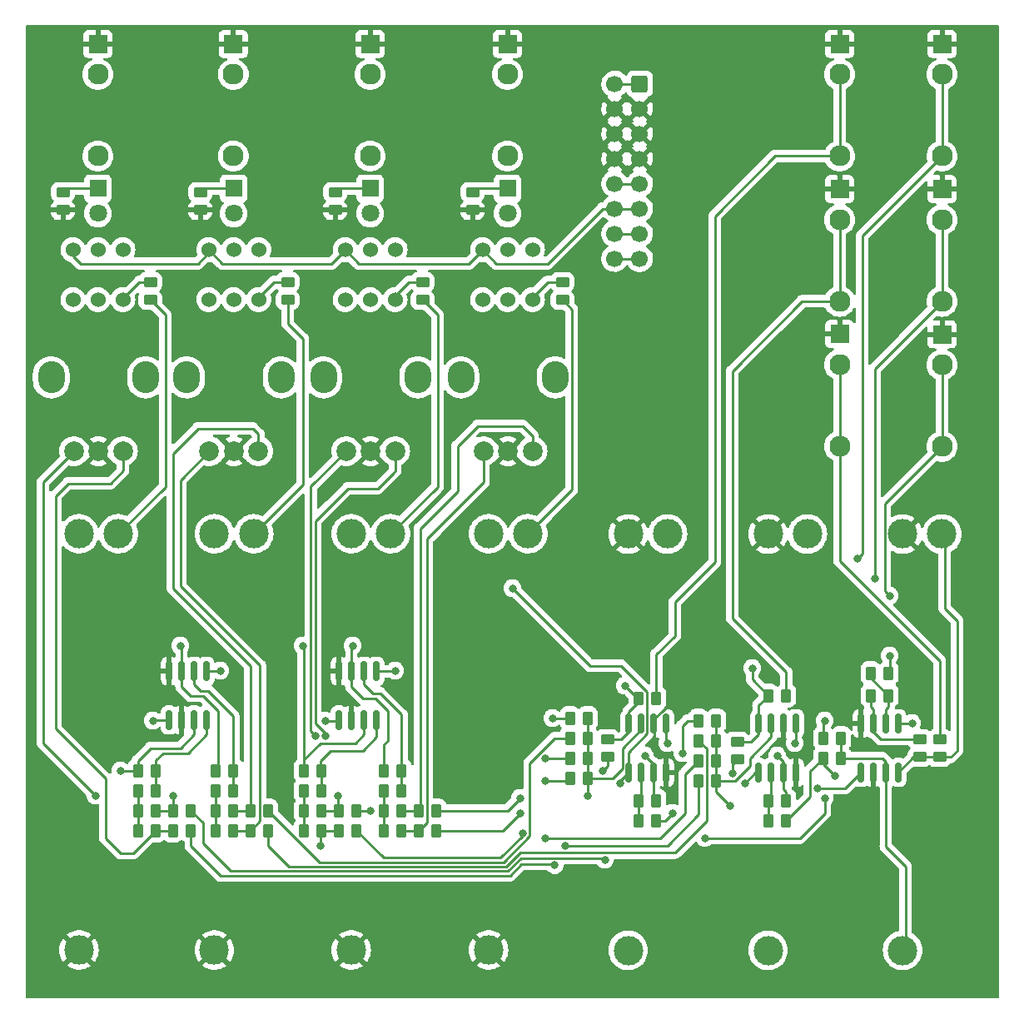
<source format=gbr>
%TF.GenerationSoftware,KiCad,Pcbnew,(6.0.0-0)*%
%TF.CreationDate,2022-12-13T14:04:23-05:00*%
%TF.ProjectId,mixer,6d697865-722e-46b6-9963-61645f706362,rev?*%
%TF.SameCoordinates,Original*%
%TF.FileFunction,Copper,L2,Bot*%
%TF.FilePolarity,Positive*%
%FSLAX46Y46*%
G04 Gerber Fmt 4.6, Leading zero omitted, Abs format (unit mm)*
G04 Created by KiCad (PCBNEW (6.0.0-0)) date 2022-12-13 14:04:23*
%MOMM*%
%LPD*%
G01*
G04 APERTURE LIST*
G04 Aperture macros list*
%AMRoundRect*
0 Rectangle with rounded corners*
0 $1 Rounding radius*
0 $2 $3 $4 $5 $6 $7 $8 $9 X,Y pos of 4 corners*
0 Add a 4 corners polygon primitive as box body*
4,1,4,$2,$3,$4,$5,$6,$7,$8,$9,$2,$3,0*
0 Add four circle primitives for the rounded corners*
1,1,$1+$1,$2,$3*
1,1,$1+$1,$4,$5*
1,1,$1+$1,$6,$7*
1,1,$1+$1,$8,$9*
0 Add four rect primitives between the rounded corners*
20,1,$1+$1,$2,$3,$4,$5,0*
20,1,$1+$1,$4,$5,$6,$7,0*
20,1,$1+$1,$6,$7,$8,$9,0*
20,1,$1+$1,$8,$9,$2,$3,0*%
G04 Aperture macros list end*
%TA.AperFunction,ComponentPad*%
%ADD10R,1.930000X1.830000*%
%TD*%
%TA.AperFunction,ComponentPad*%
%ADD11C,2.130000*%
%TD*%
%TA.AperFunction,ComponentPad*%
%ADD12C,3.000000*%
%TD*%
%TA.AperFunction,ComponentPad*%
%ADD13O,2.720000X3.240000*%
%TD*%
%TA.AperFunction,ComponentPad*%
%ADD14C,2.000000*%
%TD*%
%TA.AperFunction,ComponentPad*%
%ADD15R,1.800000X1.800000*%
%TD*%
%TA.AperFunction,ComponentPad*%
%ADD16C,1.800000*%
%TD*%
%TA.AperFunction,ComponentPad*%
%ADD17C,1.524000*%
%TD*%
%TA.AperFunction,SMDPad,CuDef*%
%ADD18RoundRect,0.250000X0.262500X0.450000X-0.262500X0.450000X-0.262500X-0.450000X0.262500X-0.450000X0*%
%TD*%
%TA.AperFunction,SMDPad,CuDef*%
%ADD19RoundRect,0.250000X-0.262500X-0.450000X0.262500X-0.450000X0.262500X0.450000X-0.262500X0.450000X0*%
%TD*%
%TA.AperFunction,SMDPad,CuDef*%
%ADD20RoundRect,0.150000X0.150000X-0.825000X0.150000X0.825000X-0.150000X0.825000X-0.150000X-0.825000X0*%
%TD*%
%TA.AperFunction,ComponentPad*%
%ADD21RoundRect,0.250000X0.600000X0.600000X-0.600000X0.600000X-0.600000X-0.600000X0.600000X-0.600000X0*%
%TD*%
%TA.AperFunction,ComponentPad*%
%ADD22C,1.700000*%
%TD*%
%TA.AperFunction,SMDPad,CuDef*%
%ADD23RoundRect,0.250000X0.450000X-0.262500X0.450000X0.262500X-0.450000X0.262500X-0.450000X-0.262500X0*%
%TD*%
%TA.AperFunction,SMDPad,CuDef*%
%ADD24RoundRect,0.150000X-0.150000X0.825000X-0.150000X-0.825000X0.150000X-0.825000X0.150000X0.825000X0*%
%TD*%
%TA.AperFunction,SMDPad,CuDef*%
%ADD25RoundRect,0.250000X-0.450000X0.262500X-0.450000X-0.262500X0.450000X-0.262500X0.450000X0.262500X0*%
%TD*%
%TA.AperFunction,ViaPad*%
%ADD26C,0.800000*%
%TD*%
%TA.AperFunction,Conductor*%
%ADD27C,0.250000*%
%TD*%
G04 APERTURE END LIST*
D10*
%TO.P,J4,G*%
%TO.N,GND*%
X85398000Y-44570000D03*
D11*
%TO.P,J4,S*%
%TO.N,Net-(J4-PadS)*%
X85398000Y-47670000D03*
%TO.P,J4,T*%
X85398000Y-55970000D03*
%TD*%
D12*
%TO.P,RV4,1,1*%
%TO.N,Net-(J4-PadS)*%
X83475000Y-94384000D03*
%TO.P,RV4,2,2*%
%TO.N,Net-(R4-Pad2)*%
X87475000Y-94384000D03*
%TO.P,RV4,3,3*%
%TO.N,GND*%
X83475000Y-136718000D03*
%TD*%
D13*
%TO.P,RV5,*%
%TO.N,*%
X48602000Y-78485000D03*
X39002000Y-78485000D03*
D14*
%TO.P,RV5,1,1*%
%TO.N,Net-(R18-Pad1)*%
X41302000Y-85985000D03*
%TO.P,RV5,2,2*%
%TO.N,GND*%
X43802000Y-85985000D03*
%TO.P,RV5,3,3*%
%TO.N,Net-(R17-Pad1)*%
X46302000Y-85985000D03*
%TD*%
D15*
%TO.P,D1,1,K*%
%TO.N,Net-(D1-Pad1)*%
X43742000Y-59275000D03*
D16*
%TO.P,D1,2,A*%
%TO.N,Net-(D1-Pad2)*%
X43742000Y-61815000D03*
%TD*%
D12*
%TO.P,RV3,1,1*%
%TO.N,Net-(J3-PadS)*%
X69505000Y-94384000D03*
%TO.P,RV3,2,2*%
%TO.N,Net-(R3-Pad2)*%
X73505000Y-94384000D03*
%TO.P,RV3,3,3*%
%TO.N,GND*%
X69505000Y-136718000D03*
%TD*%
D17*
%TO.P,SW3,1,A*%
%TO.N,unconnected-(SW3-Pad1)*%
X73978000Y-65489500D03*
%TO.P,SW3,2,B*%
%TO.N,+5V*%
X68898000Y-65489500D03*
%TO.P,SW3,3,C*%
%TO.N,Net-(D3-Pad2)*%
X71438000Y-65489500D03*
%TO.P,SW3,4,A*%
%TO.N,Net-(R11-Pad2)*%
X71438000Y-70569500D03*
%TO.P,SW3,5,B*%
%TO.N,Net-(R3-Pad1)*%
X73978000Y-70569500D03*
%TO.P,SW3,6,C*%
%TO.N,unconnected-(SW3-Pad6)*%
X68898000Y-70569500D03*
%TD*%
D12*
%TO.P,RV1,1,1*%
%TO.N,Net-(J1-PadS)*%
X41819000Y-94384000D03*
%TO.P,RV1,2,2*%
%TO.N,Net-(R1-Pad2)*%
X45819000Y-94384000D03*
%TO.P,RV1,3,3*%
%TO.N,GND*%
X41819000Y-136718000D03*
%TD*%
D10*
%TO.P,J10,G*%
%TO.N,GND*%
X119180000Y-74072000D03*
D11*
%TO.P,J10,S*%
%TO.N,/INV L{slash}R OUT*%
X119180000Y-77172000D03*
%TO.P,J10,T*%
X119180000Y-85472000D03*
%TD*%
D10*
%TO.P,J7,G*%
%TO.N,GND*%
X129594000Y-59342000D03*
D11*
%TO.P,J7,S*%
%TO.N,/RIGHT OUT*%
X129594000Y-62442000D03*
%TO.P,J7,T*%
X129594000Y-70742000D03*
%TD*%
D10*
%TO.P,J8,G*%
%TO.N,GND*%
X119180000Y-59342000D03*
D11*
%TO.P,J8,S*%
%TO.N,/INV RIGHT OUT*%
X119180000Y-62442000D03*
%TO.P,J8,T*%
X119180000Y-70742000D03*
%TD*%
D17*
%TO.P,SW1,1,A*%
%TO.N,unconnected-(SW1-Pad1)*%
X46292000Y-65489500D03*
%TO.P,SW1,2,B*%
%TO.N,+5V*%
X41212000Y-65489500D03*
%TO.P,SW1,3,C*%
%TO.N,Net-(D1-Pad2)*%
X43752000Y-65489500D03*
%TO.P,SW1,4,A*%
%TO.N,Net-(R9-Pad2)*%
X43752000Y-70569500D03*
%TO.P,SW1,5,B*%
%TO.N,Net-(R1-Pad1)*%
X46292000Y-70569500D03*
%TO.P,SW1,6,C*%
%TO.N,unconnected-(SW1-Pad6)*%
X41212000Y-70569500D03*
%TD*%
D10*
%TO.P,J5,G*%
%TO.N,GND*%
X129594000Y-44570000D03*
D11*
%TO.P,J5,S*%
%TO.N,/LEFT OUT*%
X129594000Y-47670000D03*
%TO.P,J5,T*%
X129594000Y-55970000D03*
%TD*%
D12*
%TO.P,RV2,1,1*%
%TO.N,Net-(J2-PadS)*%
X55595000Y-94384000D03*
%TO.P,RV2,2,2*%
%TO.N,Net-(R2-Pad2)*%
X59595000Y-94384000D03*
%TO.P,RV2,3,3*%
%TO.N,GND*%
X55595000Y-136718000D03*
%TD*%
D13*
%TO.P,RV6,*%
%TO.N,*%
X52778000Y-78485000D03*
X62378000Y-78485000D03*
D14*
%TO.P,RV6,1,1*%
%TO.N,Net-(R20-Pad1)*%
X55078000Y-85985000D03*
%TO.P,RV6,2,2*%
%TO.N,GND*%
X57578000Y-85985000D03*
%TO.P,RV6,3,3*%
%TO.N,Net-(R19-Pad1)*%
X60078000Y-85985000D03*
%TD*%
D10*
%TO.P,J1,G*%
%TO.N,GND*%
X43742000Y-44570000D03*
D11*
%TO.P,J1,S*%
%TO.N,Net-(J1-PadS)*%
X43742000Y-47670000D03*
%TO.P,J1,T*%
X43742000Y-55970000D03*
%TD*%
D12*
%TO.P,RV11,1,1*%
%TO.N,GND*%
X97681000Y-94416000D03*
%TO.P,RV11,2,2*%
%TO.N,Net-(R45-Pad2)*%
X101681000Y-94416000D03*
%TO.P,RV11,3,3*%
%TO.N,Net-(R39-Pad1)*%
X97681000Y-136750000D03*
%TD*%
D13*
%TO.P,RV8,*%
%TO.N,*%
X90258000Y-78485000D03*
X80658000Y-78485000D03*
D14*
%TO.P,RV8,1,1*%
%TO.N,Net-(R24-Pad1)*%
X82958000Y-85985000D03*
%TO.P,RV8,2,2*%
%TO.N,GND*%
X85458000Y-85985000D03*
%TO.P,RV8,3,3*%
%TO.N,Net-(R23-Pad1)*%
X87958000Y-85985000D03*
%TD*%
D10*
%TO.P,J3,G*%
%TO.N,GND*%
X71428000Y-44570000D03*
D11*
%TO.P,J3,S*%
%TO.N,Net-(J3-PadS)*%
X71428000Y-47670000D03*
%TO.P,J3,T*%
X71428000Y-55970000D03*
%TD*%
D10*
%TO.P,J6,G*%
%TO.N,GND*%
X119180000Y-44570000D03*
D11*
%TO.P,J6,S*%
%TO.N,/INV LEFT OUT*%
X119180000Y-47670000D03*
%TO.P,J6,T*%
X119180000Y-55970000D03*
%TD*%
D10*
%TO.P,J9,G*%
%TO.N,GND*%
X129594000Y-74104000D03*
D11*
%TO.P,J9,S*%
%TO.N,/L{slash}R OUT*%
X129594000Y-77204000D03*
%TO.P,J9,T*%
X129594000Y-85504000D03*
%TD*%
D10*
%TO.P,J2,G*%
%TO.N,GND*%
X57518000Y-44570000D03*
D11*
%TO.P,J2,S*%
%TO.N,Net-(J2-PadS)*%
X57518000Y-47670000D03*
%TO.P,J2,T*%
X57518000Y-55970000D03*
%TD*%
D15*
%TO.P,D3,1,K*%
%TO.N,Net-(D3-Pad1)*%
X71428000Y-59275000D03*
D16*
%TO.P,D3,2,A*%
%TO.N,Net-(D3-Pad2)*%
X71428000Y-61815000D03*
%TD*%
D15*
%TO.P,D4,1,K*%
%TO.N,Net-(D4-Pad1)*%
X85398000Y-59275000D03*
D16*
%TO.P,D4,2,A*%
%TO.N,Net-(D4-Pad2)*%
X85398000Y-61815000D03*
%TD*%
D13*
%TO.P,RV7,*%
%TO.N,*%
X66688000Y-78485000D03*
X76288000Y-78485000D03*
D14*
%TO.P,RV7,1,1*%
%TO.N,Net-(R22-Pad1)*%
X68988000Y-85985000D03*
%TO.P,RV7,2,2*%
%TO.N,GND*%
X71488000Y-85985000D03*
%TO.P,RV7,3,3*%
%TO.N,Net-(R21-Pad1)*%
X73988000Y-85985000D03*
%TD*%
D18*
%TO.P,R12,1*%
%TO.N,Net-(R12-Pad1)*%
X74626500Y-118462000D03*
%TO.P,R12,2*%
%TO.N,Net-(R12-Pad2)*%
X72801500Y-118462000D03*
%TD*%
D12*
%TO.P,RV10,1,1*%
%TO.N,GND*%
X125586000Y-94416000D03*
%TO.P,RV10,2,2*%
%TO.N,Net-(R44-Pad2)*%
X129586000Y-94416000D03*
%TO.P,RV10,3,3*%
%TO.N,Net-(R37-Pad1)*%
X125586000Y-136750000D03*
%TD*%
%TO.P,RV9,1,1*%
%TO.N,GND*%
X111905000Y-94416000D03*
%TO.P,RV9,2,2*%
%TO.N,Net-(R43-Pad2)*%
X115905000Y-94416000D03*
%TO.P,RV9,3,3*%
%TO.N,Net-(R33-Pad1)*%
X111905000Y-136750000D03*
%TD*%
D17*
%TO.P,SW4,1,A*%
%TO.N,unconnected-(SW4-Pad1)*%
X87948000Y-65489500D03*
%TO.P,SW4,2,B*%
%TO.N,+5V*%
X82868000Y-65489500D03*
%TO.P,SW4,3,C*%
%TO.N,Net-(D4-Pad2)*%
X85408000Y-65489500D03*
%TO.P,SW4,4,A*%
%TO.N,Net-(R12-Pad2)*%
X85408000Y-70569500D03*
%TO.P,SW4,5,B*%
%TO.N,Net-(R4-Pad1)*%
X87948000Y-70569500D03*
%TO.P,SW4,6,C*%
%TO.N,unconnected-(SW4-Pad6)*%
X82868000Y-70569500D03*
%TD*%
D15*
%TO.P,D2,1,K*%
%TO.N,Net-(D2-Pad1)*%
X57549000Y-59275000D03*
D16*
%TO.P,D2,2,A*%
%TO.N,Net-(D2-Pad2)*%
X57549000Y-61815000D03*
%TD*%
D17*
%TO.P,SW2,1,A*%
%TO.N,unconnected-(SW2-Pad1)*%
X60099000Y-65489500D03*
%TO.P,SW2,2,B*%
%TO.N,+5V*%
X55019000Y-65489500D03*
%TO.P,SW2,3,C*%
%TO.N,Net-(D2-Pad2)*%
X57559000Y-65489500D03*
%TO.P,SW2,4,A*%
%TO.N,Net-(R10-Pad2)*%
X57559000Y-70569500D03*
%TO.P,SW2,5,B*%
%TO.N,Net-(R2-Pad1)*%
X60099000Y-70569500D03*
%TO.P,SW2,6,C*%
%TO.N,unconnected-(SW2-Pad6)*%
X55019000Y-70569500D03*
%TD*%
D18*
%TO.P,R49,1*%
%TO.N,/RIGHT OUT*%
X113742500Y-123542000D03*
%TO.P,R49,2*%
%TO.N,Net-(R46-Pad1)*%
X111917500Y-123542000D03*
%TD*%
D19*
%TO.P,R46,1*%
%TO.N,Net-(R46-Pad1)*%
X111917500Y-121510000D03*
%TO.P,R46,2*%
%TO.N,Net-(R43-Pad1)*%
X113742500Y-121510000D03*
%TD*%
D18*
%TO.P,R38,1*%
%TO.N,Net-(R37-Pad1)*%
X119330500Y-117192000D03*
%TO.P,R38,2*%
%TO.N,/RIGHT OUT*%
X117505500Y-117192000D03*
%TD*%
%TO.P,R50,1*%
%TO.N,/INV RIGHT OUT*%
X113742500Y-110842000D03*
%TO.P,R50,2*%
%TO.N,Net-(R43-Pad2)*%
X111917500Y-110842000D03*
%TD*%
%TO.P,R22,1*%
%TO.N,Net-(R22-Pad1)*%
X66498500Y-124558000D03*
%TO.P,R22,2*%
%TO.N,Net-(R15-Pad1)*%
X64673500Y-124558000D03*
%TD*%
%TO.P,R40,1*%
%TO.N,Net-(R39-Pad1)*%
X93573000Y-115160000D03*
%TO.P,R40,2*%
%TO.N,CH. 2 LEFT*%
X91748000Y-115160000D03*
%TD*%
%TO.P,R30,1*%
%TO.N,CH. 3 RIGHT*%
X70054500Y-124558000D03*
%TO.P,R30,2*%
%TO.N,Net-(R22-Pad1)*%
X68229500Y-124558000D03*
%TD*%
D20*
%TO.P,U5,1*%
%TO.N,Net-(R44-Pad2)*%
X125149000Y-118651000D03*
%TO.P,U5,2,-*%
%TO.N,Net-(R37-Pad1)*%
X123879000Y-118651000D03*
%TO.P,U5,3,+*%
%TO.N,GND*%
X122609000Y-118651000D03*
%TO.P,U5,4,V-*%
%TO.N,-12V*%
X121339000Y-118651000D03*
%TO.P,U5,5,+*%
%TO.N,GND*%
X121339000Y-113701000D03*
%TO.P,U5,6,-*%
%TO.N,Net-(R44-Pad1)*%
X122609000Y-113701000D03*
%TO.P,U5,7*%
%TO.N,Net-(R47-Pad1)*%
X123879000Y-113701000D03*
%TO.P,U5,8,V+*%
%TO.N,+12V*%
X125149000Y-113701000D03*
%TD*%
D18*
%TO.P,R11,1*%
%TO.N,Net-(R11-Pad1)*%
X66498500Y-118462000D03*
%TO.P,R11,2*%
%TO.N,Net-(R11-Pad2)*%
X64673500Y-118462000D03*
%TD*%
%TO.P,R23,1*%
%TO.N,Net-(R23-Pad1)*%
X74626500Y-122526000D03*
%TO.P,R23,2*%
%TO.N,Net-(R16-Pad1)*%
X72801500Y-122526000D03*
%TD*%
D19*
%TO.P,R14,1*%
%TO.N,Net-(R14-Pad1)*%
X55680000Y-120494000D03*
%TO.P,R14,2*%
%TO.N,Net-(R10-Pad1)*%
X57505000Y-120494000D03*
%TD*%
D18*
%TO.P,R51,1*%
%TO.N,/L{slash}R OUT*%
X124156500Y-108556000D03*
%TO.P,R51,2*%
%TO.N,Net-(R47-Pad1)*%
X122331500Y-108556000D03*
%TD*%
D21*
%TO.P,U1,1,-12V*%
%TO.N,-12V*%
X98850500Y-48624000D03*
D22*
X96310500Y-48624000D03*
%TO.P,U1,2,GND*%
%TO.N,GND*%
X96310500Y-51152000D03*
X98850500Y-51164000D03*
%TO.P,U1,3,GND*%
X96310500Y-53692000D03*
X98850500Y-53704000D03*
%TO.P,U1,4,GND*%
X98850500Y-56244000D03*
X96310500Y-56232000D03*
%TO.P,U1,5,12V*%
%TO.N,+12V*%
X96310500Y-58772000D03*
X98850500Y-58784000D03*
%TO.P,U1,6,5V*%
%TO.N,+5V*%
X96310500Y-61312000D03*
X98850500Y-61324000D03*
%TO.P,U1,7,CV*%
%TO.N,unconnected-(U1-Pad7)*%
X98850500Y-63864000D03*
X96310500Y-63852000D03*
%TO.P,U1,8,GATE*%
%TO.N,unconnected-(U1-Pad8)*%
X98850500Y-66404000D03*
X96310500Y-66392000D03*
%TD*%
D23*
%TO.P,R7,1*%
%TO.N,GND*%
X67872000Y-61462500D03*
%TO.P,R7,2*%
%TO.N,Net-(D3-Pad1)*%
X67872000Y-59637500D03*
%TD*%
D24*
%TO.P,U4,1*%
%TO.N,Net-(R43-Pad2)*%
X110925000Y-113701000D03*
%TO.P,U4,2,-*%
%TO.N,Net-(R33-Pad1)*%
X112195000Y-113701000D03*
%TO.P,U4,3,+*%
%TO.N,GND*%
X113465000Y-113701000D03*
%TO.P,U4,4,V-*%
%TO.N,-12V*%
X114735000Y-113701000D03*
%TO.P,U4,5,+*%
%TO.N,GND*%
X114735000Y-118651000D03*
%TO.P,U4,6,-*%
%TO.N,Net-(R43-Pad1)*%
X113465000Y-118651000D03*
%TO.P,U4,7*%
%TO.N,Net-(R46-Pad1)*%
X112195000Y-118651000D03*
%TO.P,U4,8,V+*%
%TO.N,+12V*%
X110925000Y-118651000D03*
%TD*%
D18*
%TO.P,R47,1*%
%TO.N,Net-(R47-Pad1)*%
X124156500Y-110842000D03*
%TO.P,R47,2*%
%TO.N,Net-(R44-Pad1)*%
X122331500Y-110842000D03*
%TD*%
D19*
%TO.P,R13,1*%
%TO.N,Net-(R13-Pad1)*%
X47806000Y-120494000D03*
%TO.P,R13,2*%
%TO.N,Net-(R13-Pad2)*%
X49631000Y-120494000D03*
%TD*%
D25*
%TO.P,R1,1*%
%TO.N,Net-(R1-Pad1)*%
X49076000Y-68781500D03*
%TO.P,R1,2*%
%TO.N,Net-(R1-Pad2)*%
X49076000Y-70606500D03*
%TD*%
D23*
%TO.P,R6,1*%
%TO.N,GND*%
X54156000Y-61462500D03*
%TO.P,R6,2*%
%TO.N,Net-(D2-Pad1)*%
X54156000Y-59637500D03*
%TD*%
D20*
%TO.P,U3,1*%
%TO.N,Net-(R11-Pad1)*%
X72063000Y-113317000D03*
%TO.P,U3,2,-*%
%TO.N,Net-(R11-Pad2)*%
X70793000Y-113317000D03*
%TO.P,U3,3,+*%
%TO.N,GND*%
X69523000Y-113317000D03*
%TO.P,U3,4,V-*%
%TO.N,-12V*%
X68253000Y-113317000D03*
%TO.P,U3,5,+*%
%TO.N,GND*%
X68253000Y-108367000D03*
%TO.P,U3,6,-*%
%TO.N,Net-(R12-Pad2)*%
X69523000Y-108367000D03*
%TO.P,U3,7*%
%TO.N,Net-(R12-Pad1)*%
X70793000Y-108367000D03*
%TO.P,U3,8,V+*%
%TO.N,+12V*%
X72063000Y-108367000D03*
%TD*%
D25*
%TO.P,R44,1*%
%TO.N,Net-(R44-Pad1)*%
X127308000Y-115263500D03*
%TO.P,R44,2*%
%TO.N,Net-(R44-Pad2)*%
X127308000Y-117088500D03*
%TD*%
D18*
%TO.P,R29,1*%
%TO.N,CH. 3 LEFT*%
X70054500Y-122526000D03*
%TO.P,R29,2*%
%TO.N,Net-(R21-Pad1)*%
X68229500Y-122526000D03*
%TD*%
%TO.P,R42,1*%
%TO.N,Net-(R39-Pad1)*%
X93573000Y-119224000D03*
%TO.P,R42,2*%
%TO.N,CH. 4 LEFT*%
X91748000Y-119224000D03*
%TD*%
%TO.P,R9,1*%
%TO.N,Net-(R13-Pad2)*%
X49631000Y-118462000D03*
%TO.P,R9,2*%
%TO.N,Net-(R9-Pad2)*%
X47806000Y-118462000D03*
%TD*%
D25*
%TO.P,R4,1*%
%TO.N,Net-(R4-Pad1)*%
X90986000Y-68781500D03*
%TO.P,R4,2*%
%TO.N,Net-(R4-Pad2)*%
X90986000Y-70606500D03*
%TD*%
D18*
%TO.P,R34,1*%
%TO.N,Net-(R33-Pad1)*%
X106630500Y-115414000D03*
%TO.P,R34,2*%
%TO.N,CH. 2 RIGHT*%
X104805500Y-115414000D03*
%TD*%
%TO.P,R10,1*%
%TO.N,Net-(R10-Pad1)*%
X57505000Y-118462000D03*
%TO.P,R10,2*%
%TO.N,Net-(R10-Pad2)*%
X55680000Y-118462000D03*
%TD*%
D20*
%TO.P,U2,1*%
%TO.N,Net-(R13-Pad2)*%
X54791000Y-113317000D03*
%TO.P,U2,2,-*%
%TO.N,Net-(R9-Pad2)*%
X53521000Y-113317000D03*
%TO.P,U2,3,+*%
%TO.N,GND*%
X52251000Y-113317000D03*
%TO.P,U2,4,V-*%
%TO.N,-12V*%
X50981000Y-113317000D03*
%TO.P,U2,5,+*%
%TO.N,GND*%
X50981000Y-108367000D03*
%TO.P,U2,6,-*%
%TO.N,Net-(R10-Pad2)*%
X52251000Y-108367000D03*
%TO.P,U2,7*%
%TO.N,Net-(R10-Pad1)*%
X53521000Y-108367000D03*
%TO.P,U2,8,V+*%
%TO.N,+12V*%
X54791000Y-108367000D03*
%TD*%
D18*
%TO.P,R27,1*%
%TO.N,CH. 2 LEFT*%
X61061000Y-122526000D03*
%TO.P,R27,2*%
%TO.N,Net-(R19-Pad1)*%
X59236000Y-122526000D03*
%TD*%
%TO.P,R36,1*%
%TO.N,Net-(R33-Pad1)*%
X106630500Y-119478000D03*
%TO.P,R36,2*%
%TO.N,CH. 4 RIGHT*%
X104805500Y-119478000D03*
%TD*%
%TO.P,R21,1*%
%TO.N,Net-(R21-Pad1)*%
X66498500Y-122526000D03*
%TO.P,R21,2*%
%TO.N,Net-(R15-Pad1)*%
X64673500Y-122526000D03*
%TD*%
D23*
%TO.P,R5,1*%
%TO.N,GND*%
X40186000Y-61462500D03*
%TO.P,R5,2*%
%TO.N,Net-(D1-Pad1)*%
X40186000Y-59637500D03*
%TD*%
D18*
%TO.P,R41,1*%
%TO.N,Net-(R39-Pad1)*%
X93573000Y-117192000D03*
%TO.P,R41,2*%
%TO.N,CH. 3 LEFT*%
X91748000Y-117192000D03*
%TD*%
%TO.P,R31,1*%
%TO.N,CH. 4 LEFT*%
X78182500Y-122526000D03*
%TO.P,R31,2*%
%TO.N,Net-(R23-Pad1)*%
X76357500Y-122526000D03*
%TD*%
D19*
%TO.P,R15,1*%
%TO.N,Net-(R15-Pad1)*%
X64673500Y-120494000D03*
%TO.P,R15,2*%
%TO.N,Net-(R11-Pad1)*%
X66498500Y-120494000D03*
%TD*%
%TO.P,R48,1*%
%TO.N,Net-(R48-Pad1)*%
X98709500Y-121510000D03*
%TO.P,R48,2*%
%TO.N,Net-(R45-Pad1)*%
X100534500Y-121510000D03*
%TD*%
D25*
%TO.P,R52,1*%
%TO.N,/INV L{slash}R OUT*%
X129340000Y-115263500D03*
%TO.P,R52,2*%
%TO.N,Net-(R44-Pad2)*%
X129340000Y-117088500D03*
%TD*%
D19*
%TO.P,R16,1*%
%TO.N,Net-(R16-Pad1)*%
X72801500Y-120494000D03*
%TO.P,R16,2*%
%TO.N,Net-(R12-Pad1)*%
X74626500Y-120494000D03*
%TD*%
D18*
%TO.P,R39,1*%
%TO.N,Net-(R39-Pad1)*%
X93573000Y-113128000D03*
%TO.P,R39,2*%
%TO.N,CH. 1 LEFT*%
X91748000Y-113128000D03*
%TD*%
%TO.P,R17,1*%
%TO.N,Net-(R17-Pad1)*%
X49631000Y-124558000D03*
%TO.P,R17,2*%
%TO.N,Net-(R13-Pad1)*%
X47806000Y-124558000D03*
%TD*%
D23*
%TO.P,R8,1*%
%TO.N,GND*%
X81842000Y-61462500D03*
%TO.P,R8,2*%
%TO.N,Net-(D4-Pad1)*%
X81842000Y-59637500D03*
%TD*%
D18*
%TO.P,R37,1*%
%TO.N,Net-(R37-Pad1)*%
X119330500Y-115160000D03*
%TO.P,R37,2*%
%TO.N,/LEFT OUT*%
X117505500Y-115160000D03*
%TD*%
%TO.P,R32,1*%
%TO.N,CH. 4 RIGHT*%
X78182500Y-124558000D03*
%TO.P,R32,2*%
%TO.N,Net-(R24-Pad1)*%
X76357500Y-124558000D03*
%TD*%
D23*
%TO.P,R43,1*%
%TO.N,Net-(R43-Pad1)*%
X108766000Y-117342500D03*
%TO.P,R43,2*%
%TO.N,Net-(R43-Pad2)*%
X108766000Y-115517500D03*
%TD*%
D25*
%TO.P,R2,1*%
%TO.N,Net-(R2-Pad1)*%
X63046000Y-68781500D03*
%TO.P,R2,2*%
%TO.N,Net-(R2-Pad2)*%
X63046000Y-70606500D03*
%TD*%
D18*
%TO.P,R18,1*%
%TO.N,Net-(R18-Pad1)*%
X49631000Y-122526000D03*
%TO.P,R18,2*%
%TO.N,Net-(R13-Pad1)*%
X47806000Y-122526000D03*
%TD*%
%TO.P,R20,1*%
%TO.N,Net-(R20-Pad1)*%
X57505000Y-124558000D03*
%TO.P,R20,2*%
%TO.N,Net-(R14-Pad1)*%
X55680000Y-124558000D03*
%TD*%
%TO.P,R33,1*%
%TO.N,Net-(R33-Pad1)*%
X106630500Y-113382000D03*
%TO.P,R33,2*%
%TO.N,CH. 1 RIGHT*%
X104805500Y-113382000D03*
%TD*%
D23*
%TO.P,R45,1*%
%TO.N,Net-(R45-Pad1)*%
X95558000Y-117088500D03*
%TO.P,R45,2*%
%TO.N,Net-(R45-Pad2)*%
X95558000Y-115263500D03*
%TD*%
D18*
%TO.P,R19,1*%
%TO.N,Net-(R19-Pad1)*%
X57505000Y-122526000D03*
%TO.P,R19,2*%
%TO.N,Net-(R14-Pad1)*%
X55680000Y-122526000D03*
%TD*%
%TO.P,R54,1*%
%TO.N,/INV LEFT OUT*%
X100534500Y-111096000D03*
%TO.P,R54,2*%
%TO.N,Net-(R45-Pad2)*%
X98709500Y-111096000D03*
%TD*%
%TO.P,R35,1*%
%TO.N,Net-(R33-Pad1)*%
X106630500Y-117446000D03*
%TO.P,R35,2*%
%TO.N,CH. 3 RIGHT*%
X104805500Y-117446000D03*
%TD*%
%TO.P,R26,1*%
%TO.N,CH. 1 RIGHT*%
X53187000Y-122526000D03*
%TO.P,R26,2*%
%TO.N,Net-(R18-Pad1)*%
X51362000Y-122526000D03*
%TD*%
%TO.P,R53,1*%
%TO.N,/LEFT OUT*%
X100534500Y-123542000D03*
%TO.P,R53,2*%
%TO.N,Net-(R48-Pad1)*%
X98709500Y-123542000D03*
%TD*%
%TO.P,R25,1*%
%TO.N,CH. 1 LEFT*%
X53187000Y-124558000D03*
%TO.P,R25,2*%
%TO.N,Net-(R17-Pad1)*%
X51362000Y-124558000D03*
%TD*%
%TO.P,R24,1*%
%TO.N,Net-(R24-Pad1)*%
X74626500Y-124558000D03*
%TO.P,R24,2*%
%TO.N,Net-(R16-Pad1)*%
X72801500Y-124558000D03*
%TD*%
D24*
%TO.P,U6,1*%
%TO.N,Net-(R45-Pad2)*%
X97717000Y-113701000D03*
%TO.P,U6,2,-*%
%TO.N,Net-(R39-Pad1)*%
X98987000Y-113701000D03*
%TO.P,U6,3,+*%
%TO.N,GND*%
X100257000Y-113701000D03*
%TO.P,U6,4,V-*%
%TO.N,-12V*%
X101527000Y-113701000D03*
%TO.P,U6,5,+*%
%TO.N,GND*%
X101527000Y-118651000D03*
%TO.P,U6,6,-*%
%TO.N,Net-(R45-Pad1)*%
X100257000Y-118651000D03*
%TO.P,U6,7*%
%TO.N,Net-(R48-Pad1)*%
X98987000Y-118651000D03*
%TO.P,U6,8,V+*%
%TO.N,+12V*%
X97717000Y-118651000D03*
%TD*%
D25*
%TO.P,R3,1*%
%TO.N,Net-(R3-Pad1)*%
X76762000Y-68781500D03*
%TO.P,R3,2*%
%TO.N,Net-(R3-Pad2)*%
X76762000Y-70606500D03*
%TD*%
D18*
%TO.P,R28,1*%
%TO.N,CH. 2 RIGHT*%
X61061000Y-124558000D03*
%TO.P,R28,2*%
%TO.N,Net-(R20-Pad1)*%
X59236000Y-124558000D03*
%TD*%
D26*
%TO.N,-12V*%
X114608000Y-115668000D03*
%TO.N,GND*%
X49330000Y-108302000D03*
%TO.N,-12V*%
X66856000Y-113382000D03*
%TO.N,GND*%
X102670000Y-110842000D03*
%TO.N,-12V*%
X116894000Y-120240000D03*
X101654000Y-115668000D03*
X49330000Y-113382000D03*
%TO.N,+12V*%
X85906000Y-99920000D03*
X56188000Y-108302000D03*
X109528000Y-119732000D03*
X96828000Y-119732000D03*
X126546000Y-113636000D03*
X73968000Y-108302000D03*
%TO.N,/LEFT OUT*%
X105464000Y-125320000D03*
X120958000Y-96872000D03*
X117656000Y-121256000D03*
X117656000Y-113382000D03*
X102162000Y-122780000D03*
%TO.N,/RIGHT OUT*%
X122736000Y-98904000D03*
X118672000Y-118970000D03*
%TO.N,/L{slash}R OUT*%
X124260000Y-100682000D03*
X124260000Y-106778000D03*
%TO.N,Net-(R9-Pad2)*%
X46028000Y-118462000D03*
%TO.N,Net-(R10-Pad2)*%
X52124000Y-105762000D03*
%TO.N,Net-(R11-Pad2)*%
X64570000Y-105762000D03*
%TO.N,Net-(R18-Pad1)*%
X43488000Y-121002000D03*
X51362000Y-121002000D03*
%TO.N,Net-(R21-Pad1)*%
X68126000Y-121002000D03*
X66856000Y-114906000D03*
%TO.N,Net-(R22-Pad1)*%
X65840000Y-114906000D03*
X66348000Y-126082000D03*
%TO.N,CH. 1 LEFT*%
X90222804Y-128076500D03*
X89970000Y-113128000D03*
%TO.N,CH. 1 RIGHT*%
X95304000Y-127531001D03*
X103178000Y-116684000D03*
%TO.N,CH. 3 LEFT*%
X89208000Y-117192000D03*
X71428000Y-122526000D03*
%TO.N,CH. 3 RIGHT*%
X89208000Y-125320000D03*
X86922000Y-124812000D03*
%TO.N,CH. 4 LEFT*%
X89208000Y-119478000D03*
X86668000Y-121256000D03*
%TO.N,CH. 4 RIGHT*%
X86668000Y-122780000D03*
X91240000Y-126082000D03*
%TO.N,Net-(R33-Pad1)*%
X108004000Y-122018000D03*
%TO.N,Net-(R39-Pad1)*%
X93526000Y-121002000D03*
%TO.N,Net-(R43-Pad1)*%
X112830000Y-116938000D03*
X108258000Y-118716000D03*
%TO.N,Net-(R43-Pad2)*%
X110290000Y-108048000D03*
%TO.N,Net-(R45-Pad1)*%
X95050000Y-118462000D03*
X99368000Y-116938000D03*
%TO.N,Net-(R45-Pad2)*%
X97336000Y-109826000D03*
%TO.N,Net-(R12-Pad2)*%
X69650000Y-105762000D03*
%TD*%
D27*
%TO.N,Net-(R4-Pad1)*%
X89462000Y-68781500D02*
X87948000Y-70295500D01*
X90986000Y-68781500D02*
X89462000Y-68781500D01*
X87948000Y-70295500D02*
X87948000Y-70569500D01*
%TO.N,Net-(R3-Pad2)*%
X76762000Y-70606500D02*
X78286000Y-72130500D01*
X78286000Y-89603000D02*
X73505000Y-94384000D01*
X78286000Y-72130500D02*
X78286000Y-89603000D01*
%TO.N,Net-(R2-Pad2)*%
X63046000Y-70606500D02*
X63046000Y-72996000D01*
X64570000Y-74520000D02*
X64570000Y-89409000D01*
X64570000Y-89409000D02*
X59595000Y-94384000D01*
X63046000Y-72996000D02*
X64570000Y-74520000D01*
%TO.N,Net-(R1-Pad2)*%
X49076000Y-70606500D02*
X50600000Y-72130500D01*
X50600000Y-89603000D02*
X45819000Y-94384000D01*
X50600000Y-72130500D02*
X50600000Y-89603000D01*
%TO.N,Net-(R1-Pad1)*%
X46292000Y-70446000D02*
X47956500Y-68781500D01*
X47956500Y-68781500D02*
X49076000Y-68781500D01*
X46292000Y-70569500D02*
X46292000Y-70446000D01*
%TO.N,Net-(D4-Pad1)*%
X81842000Y-59637500D02*
X82204500Y-59275000D01*
X82204500Y-59275000D02*
X85398000Y-59275000D01*
%TO.N,Net-(D3-Pad1)*%
X68234500Y-59275000D02*
X71428000Y-59275000D01*
X67872000Y-59637500D02*
X68234500Y-59275000D01*
%TO.N,Net-(D2-Pad1)*%
X54518500Y-59275000D02*
X57549000Y-59275000D01*
X54156000Y-59637500D02*
X54518500Y-59275000D01*
%TO.N,GND*%
X100257000Y-113701000D02*
X100257000Y-113255000D01*
X49395000Y-108367000D02*
X49330000Y-108302000D01*
X101146000Y-112366000D02*
X102670000Y-110842000D01*
X50981000Y-108367000D02*
X49395000Y-108367000D01*
X100257000Y-113255000D02*
X101146000Y-112366000D01*
%TO.N,/L{slash}R OUT*%
X123752000Y-92300000D02*
X123752000Y-100174000D01*
X124260000Y-108452500D02*
X124156500Y-108556000D01*
X129594000Y-85504000D02*
X123752000Y-91346000D01*
%TO.N,-12V*%
X101654000Y-115668000D02*
X101527000Y-115541000D01*
X68188000Y-113382000D02*
X68253000Y-113317000D01*
X114735000Y-115541000D02*
X114608000Y-115668000D01*
X121339000Y-118651000D02*
X119750000Y-120240000D01*
%TO.N,/INV RIGHT OUT*%
X108258000Y-102968000D02*
X113742500Y-108452500D01*
%TO.N,-12V*%
X66856000Y-113382000D02*
X68188000Y-113382000D01*
%TO.N,unconnected-(U1-Pad8)*%
X98850500Y-66404000D02*
X96322500Y-66404000D01*
%TO.N,-12V*%
X49395000Y-113317000D02*
X49330000Y-113382000D01*
%TO.N,+12V*%
X99611520Y-110473027D02*
X96932493Y-107794000D01*
%TO.N,/INV RIGHT OUT*%
X119180000Y-62442000D02*
X119180000Y-70742000D01*
%TO.N,/LEFT OUT*%
X121466000Y-64098000D02*
X121466000Y-96364000D01*
%TO.N,-12V*%
X114735000Y-113701000D02*
X114735000Y-115541000D01*
%TO.N,/LEFT OUT*%
X117505500Y-113532500D02*
X117656000Y-113382000D01*
X117505500Y-115160000D02*
X117505500Y-113532500D01*
%TO.N,/INV LEFT OUT*%
X100534500Y-106627500D02*
X102416000Y-104746000D01*
%TO.N,/INV RIGHT OUT*%
X108258000Y-77822000D02*
X108258000Y-102968000D01*
X113742500Y-108452500D02*
X113742500Y-110842000D01*
%TO.N,/LEFT OUT*%
X129594000Y-55970000D02*
X129594000Y-47670000D01*
X121466000Y-96364000D02*
X120958000Y-96872000D01*
%TO.N,/RIGHT OUT*%
X118672000Y-118970000D02*
X117505500Y-117803500D01*
X117505500Y-117192000D02*
X116169499Y-118528001D01*
X122736000Y-77600000D02*
X122736000Y-92046000D01*
X116169499Y-121115001D02*
X113742500Y-123542000D01*
X129594000Y-70742000D02*
X129594000Y-62442000D01*
%TO.N,/LEFT OUT*%
X117656000Y-121256000D02*
X117656000Y-122780000D01*
%TO.N,-12V*%
X119750000Y-120240000D02*
X116894000Y-120240000D01*
%TO.N,/INV RIGHT OUT*%
X115338000Y-70742000D02*
X108258000Y-77822000D01*
%TO.N,-12V*%
X96310500Y-48624000D02*
X98850500Y-48624000D01*
%TO.N,/RIGHT OUT*%
X129594000Y-70742000D02*
X122736000Y-77600000D01*
X122736000Y-92046000D02*
X122736000Y-98904000D01*
%TO.N,/INV LEFT OUT*%
X112584000Y-55970000D02*
X119180000Y-55970000D01*
%TO.N,/RIGHT OUT*%
X117505500Y-117803500D02*
X117505500Y-117192000D01*
%TO.N,-12V*%
X101527000Y-115541000D02*
X101527000Y-113701000D01*
%TO.N,/INV LEFT OUT*%
X102416000Y-101324751D02*
X106480000Y-97260751D01*
X100534500Y-111096000D02*
X100534500Y-106627500D01*
%TO.N,+12V*%
X96828000Y-119540000D02*
X97717000Y-118651000D01*
%TO.N,/INV LEFT OUT*%
X119180000Y-47670000D02*
X119180000Y-55970000D01*
X106480000Y-62074000D02*
X112584000Y-55970000D01*
X106480000Y-97260751D02*
X106480000Y-62074000D01*
%TO.N,-12V*%
X50981000Y-113317000D02*
X49395000Y-113317000D01*
%TO.N,+12V*%
X110925000Y-118651000D02*
X110609000Y-118651000D01*
%TO.N,/INV LEFT OUT*%
X102416000Y-104746000D02*
X102416000Y-101324751D01*
%TO.N,/LEFT OUT*%
X102162000Y-122780000D02*
X101400000Y-123542000D01*
%TO.N,+12V*%
X56123000Y-108367000D02*
X56188000Y-108302000D01*
X73903000Y-108367000D02*
X73968000Y-108302000D01*
X125149000Y-113701000D02*
X126481000Y-113701000D01*
%TO.N,/RIGHT OUT*%
X116169499Y-118528001D02*
X116169499Y-121115001D01*
%TO.N,+12V*%
X96932493Y-107794000D02*
X93780000Y-107794000D01*
X96828000Y-119732000D02*
X96828000Y-119540000D01*
%TO.N,/LEFT OUT*%
X129594000Y-55970000D02*
X121466000Y-64098000D01*
X117656000Y-122780000D02*
X115116000Y-125320000D01*
X101400000Y-123542000D02*
X100534500Y-123542000D01*
X115116000Y-125320000D02*
X105464000Y-125320000D01*
%TO.N,Net-(D1-Pad1)*%
X40186000Y-59637500D02*
X40548500Y-59275000D01*
X40548500Y-59275000D02*
X43742000Y-59275000D01*
%TO.N,/INV RIGHT OUT*%
X119180000Y-70742000D02*
X115338000Y-70742000D01*
%TO.N,unconnected-(U1-Pad7)*%
X98838500Y-63852000D02*
X98850500Y-63864000D01*
X96310500Y-63852000D02*
X98838500Y-63852000D01*
%TO.N,unconnected-(U1-Pad8)*%
X96322500Y-66404000D02*
X96310500Y-66392000D01*
%TO.N,+12V*%
X97717000Y-118651000D02*
X97717000Y-116617072D01*
X93780000Y-107794000D02*
X85906000Y-99920000D01*
X97717000Y-116617072D02*
X99611520Y-114722552D01*
X96322500Y-58784000D02*
X96310500Y-58772000D01*
X99611520Y-114722552D02*
X99611520Y-110473027D01*
X110609000Y-118651000D02*
X109528000Y-119732000D01*
X126481000Y-113701000D02*
X126546000Y-113636000D01*
X54791000Y-108367000D02*
X56123000Y-108367000D01*
X72063000Y-108367000D02*
X73903000Y-108367000D01*
X98850500Y-58784000D02*
X96322500Y-58784000D01*
%TO.N,/L{slash}R OUT*%
X129594000Y-77204000D02*
X129594000Y-85504000D01*
X123752000Y-100174000D02*
X124260000Y-100682000D01*
X123752000Y-91346000D02*
X123752000Y-92300000D01*
X124260000Y-106778000D02*
X124260000Y-108452500D01*
%TO.N,/INV L{slash}R OUT*%
X119180000Y-97126000D02*
X119180000Y-85472000D01*
X129340000Y-107286000D02*
X119180000Y-97126000D01*
X129340000Y-115263500D02*
X129340000Y-107286000D01*
X119180000Y-85472000D02*
X119180000Y-77172000D01*
%TO.N,Net-(R2-Pad1)*%
X61672500Y-68781500D02*
X60099000Y-70355000D01*
X60099000Y-70355000D02*
X60099000Y-70569500D01*
X63046000Y-68781500D02*
X61672500Y-68781500D01*
%TO.N,Net-(R3-Pad1)*%
X75388500Y-68781500D02*
X73978000Y-70192000D01*
X76762000Y-68781500D02*
X75388500Y-68781500D01*
X73978000Y-70192000D02*
X73978000Y-70569500D01*
%TO.N,Net-(R4-Pad2)*%
X91942520Y-89916480D02*
X87475000Y-94384000D01*
X91942520Y-71563020D02*
X91942520Y-89916480D01*
X90986000Y-70606500D02*
X91942520Y-71563020D01*
%TO.N,Net-(R13-Pad2)*%
X54791000Y-114779000D02*
X54791000Y-113317000D01*
X49631000Y-120494000D02*
X49631000Y-118462000D01*
X49631000Y-118462000D02*
X49631000Y-117399000D01*
X50346000Y-116684000D02*
X52886000Y-116684000D01*
X52886000Y-116684000D02*
X54791000Y-114779000D01*
X49631000Y-117399000D02*
X50346000Y-116684000D01*
%TO.N,Net-(R9-Pad2)*%
X52124000Y-116176000D02*
X53521000Y-114779000D01*
X47806000Y-118462000D02*
X47806000Y-117446000D01*
X46028000Y-118462000D02*
X47806000Y-118462000D01*
X53521000Y-114779000D02*
X53521000Y-113317000D01*
X47806000Y-117446000D02*
X49076000Y-116176000D01*
X49076000Y-116176000D02*
X52124000Y-116176000D01*
%TO.N,Net-(R10-Pad1)*%
X57505000Y-118462000D02*
X57505000Y-120494000D01*
X57505000Y-112921000D02*
X54918000Y-110334000D01*
X54156000Y-110334000D02*
X53521000Y-109699000D01*
X57505000Y-118462000D02*
X57505000Y-112921000D01*
X54918000Y-110334000D02*
X54156000Y-110334000D01*
X53521000Y-109699000D02*
X53521000Y-108367000D01*
%TO.N,Net-(R10-Pad2)*%
X53140000Y-110842000D02*
X52251000Y-109953000D01*
X55934000Y-118208000D02*
X55934000Y-116430000D01*
X55934000Y-116430000D02*
X55934000Y-112366000D01*
X54410000Y-110842000D02*
X53140000Y-110842000D01*
X52251000Y-108367000D02*
X52251000Y-105889000D01*
X55680000Y-118462000D02*
X55934000Y-118208000D01*
X55934000Y-112366000D02*
X54410000Y-110842000D01*
X52251000Y-105889000D02*
X52124000Y-105762000D01*
X52251000Y-109953000D02*
X52251000Y-108367000D01*
%TO.N,Net-(R11-Pad1)*%
X67364000Y-116430000D02*
X66348000Y-117446000D01*
X70666000Y-116430000D02*
X67364000Y-116430000D01*
X66348000Y-117446000D02*
X66348000Y-118311500D01*
X66498500Y-118462000D02*
X66498500Y-120494000D01*
X72063000Y-115033000D02*
X70666000Y-116430000D01*
X72063000Y-113317000D02*
X72063000Y-115033000D01*
X66348000Y-118311500D02*
X66498500Y-118462000D01*
%TO.N,Net-(R11-Pad2)*%
X66348000Y-115668000D02*
X69904000Y-115668000D01*
X64673500Y-118462000D02*
X64673500Y-117342500D01*
X64673500Y-105865500D02*
X64570000Y-105762000D01*
X64673500Y-118462000D02*
X64673500Y-105865500D01*
X70793000Y-114779000D02*
X70793000Y-113317000D01*
X69904000Y-115668000D02*
X70793000Y-114779000D01*
X64673500Y-117342500D02*
X66348000Y-115668000D01*
%TO.N,Net-(R12-Pad1)*%
X70793000Y-108367000D02*
X70793000Y-109699000D01*
X72444000Y-110588000D02*
X74626500Y-112770500D01*
X70793000Y-109699000D02*
X71682000Y-110588000D01*
X71682000Y-110588000D02*
X72444000Y-110588000D01*
X74626500Y-112770500D02*
X74626500Y-118462000D01*
X74626500Y-118462000D02*
X74626500Y-120494000D01*
%TO.N,Net-(R13-Pad1)*%
X47806000Y-120494000D02*
X47806000Y-124558000D01*
%TO.N,Net-(R14-Pad1)*%
X55680000Y-120494000D02*
X55680000Y-124558000D01*
%TO.N,Net-(R15-Pad1)*%
X64673500Y-120494000D02*
X64673500Y-124558000D01*
%TO.N,Net-(R16-Pad1)*%
X72801500Y-124558000D02*
X72801500Y-120494000D01*
%TO.N,Net-(R17-Pad1)*%
X47345000Y-126844000D02*
X49631000Y-124558000D01*
X45012000Y-89252000D02*
X40694000Y-89252000D01*
X44504000Y-119224000D02*
X44504000Y-125320000D01*
X39424001Y-90521999D02*
X39424001Y-114144001D01*
X39424001Y-114144001D02*
X44504000Y-119224000D01*
X40694000Y-89252000D02*
X39424001Y-90521999D01*
X51362000Y-124558000D02*
X49631000Y-124558000D01*
X46028000Y-126844000D02*
X47345000Y-126844000D01*
X44504000Y-125320000D02*
X46028000Y-126844000D01*
X46302000Y-87962000D02*
X45012000Y-89252000D01*
X46302000Y-85985000D02*
X46302000Y-87962000D01*
%TO.N,Net-(R18-Pad1)*%
X38154000Y-115668000D02*
X43488000Y-121002000D01*
X51362000Y-122526000D02*
X51362000Y-121002000D01*
X49631000Y-122526000D02*
X51362000Y-122526000D01*
X41302000Y-85985000D02*
X38154000Y-89133000D01*
X38154000Y-89133000D02*
X38154000Y-115668000D01*
%TO.N,Net-(R19-Pad1)*%
X51362000Y-99920000D02*
X59236000Y-107794000D01*
X59490000Y-83664000D02*
X53902000Y-83664000D01*
X60078000Y-85985000D02*
X60078000Y-84252000D01*
X59236000Y-107794000D02*
X59236000Y-122526000D01*
X57505000Y-122526000D02*
X59236000Y-122526000D01*
X60078000Y-84252000D02*
X59490000Y-83664000D01*
X53902000Y-83664000D02*
X51362000Y-86204000D01*
X51362000Y-86204000D02*
X51362000Y-99920000D01*
%TO.N,Net-(R20-Pad1)*%
X52124000Y-88939000D02*
X52124000Y-99666000D01*
X59236000Y-124558000D02*
X57505000Y-124558000D01*
X60223980Y-123570020D02*
X59236000Y-124558000D01*
X60223980Y-107765980D02*
X60223980Y-123570020D01*
X52124000Y-99666000D02*
X60223980Y-107765980D01*
X55078000Y-85985000D02*
X52124000Y-88939000D01*
%TO.N,Net-(R21-Pad1)*%
X69396000Y-89760000D02*
X69142000Y-89760000D01*
X65840000Y-93062000D02*
X65840000Y-105000000D01*
X73988000Y-85985000D02*
X73988000Y-87962000D01*
X73988000Y-87962000D02*
X73714000Y-88236000D01*
X68126000Y-121002000D02*
X68126000Y-122422500D01*
X73714000Y-88236000D02*
X72190000Y-89760000D01*
X68229500Y-122526000D02*
X66498500Y-122526000D01*
X72190000Y-89760000D02*
X69396000Y-89760000D01*
X69142000Y-89760000D02*
X67364000Y-91538000D01*
X67364000Y-91538000D02*
X65840000Y-93062000D01*
X66856000Y-114652000D02*
X66856000Y-114906000D01*
X66602000Y-114398000D02*
X66856000Y-114652000D01*
X65840000Y-105000000D02*
X65840000Y-113636000D01*
X65840000Y-113636000D02*
X66602000Y-114398000D01*
X68126000Y-122422500D02*
X68229500Y-122526000D01*
%TO.N,Net-(R22-Pad1)*%
X66348000Y-126082000D02*
X66348000Y-124708500D01*
X65390489Y-89582511D02*
X65390489Y-114456489D01*
X65390489Y-114456489D02*
X65840000Y-114906000D01*
X68229500Y-124558000D02*
X66498500Y-124558000D01*
X68988000Y-85985000D02*
X65390489Y-89582511D01*
X66348000Y-124708500D02*
X66498500Y-124558000D01*
%TO.N,Net-(R23-Pad1)*%
X82350000Y-83410000D02*
X80318000Y-85442000D01*
X74626500Y-122526000D02*
X76357500Y-122526000D01*
X86922000Y-83410000D02*
X82350000Y-83410000D01*
X76508000Y-93824000D02*
X76508000Y-122375500D01*
X87958000Y-85985000D02*
X87958000Y-84446000D01*
X80318000Y-85442000D02*
X80318000Y-90014000D01*
X80318000Y-90014000D02*
X76508000Y-93824000D01*
X76508000Y-122375500D02*
X76357500Y-122526000D01*
X87958000Y-84446000D02*
X86922000Y-83410000D01*
%TO.N,Net-(R24-Pad1)*%
X77194520Y-94915480D02*
X82958000Y-89152000D01*
X76357500Y-124558000D02*
X74626500Y-124558000D01*
X76357500Y-124558000D02*
X77194520Y-123720980D01*
X82958000Y-89152000D02*
X82958000Y-85985000D01*
X77194520Y-123720980D02*
X77194520Y-94915480D01*
%TO.N,CH. 1 LEFT*%
X86801488Y-127980512D02*
X90126816Y-127980512D01*
X89970000Y-113128000D02*
X91748000Y-113128000D01*
X56188000Y-129130000D02*
X85652000Y-129130000D01*
X53187000Y-126129000D02*
X56188000Y-129130000D01*
X90126816Y-127980512D02*
X90222804Y-128076500D01*
X53187000Y-124558000D02*
X53187000Y-126129000D01*
X85652000Y-129130000D02*
X86801488Y-127980512D01*
%TO.N,CH. 1 RIGHT*%
X95124999Y-127352000D02*
X95304000Y-127531001D01*
X54410000Y-123749000D02*
X54410000Y-125828000D01*
X85465807Y-128680489D02*
X86794296Y-127352000D01*
X103178000Y-116684000D02*
X103178000Y-113890000D01*
X53187000Y-122526000D02*
X54410000Y-123749000D01*
X103686000Y-113382000D02*
X104805500Y-113382000D01*
X103178000Y-113890000D02*
X103686000Y-113382000D01*
X86794296Y-127352000D02*
X95124999Y-127352000D01*
X54410000Y-125828000D02*
X57262489Y-128680489D01*
X57262489Y-128680489D02*
X85465807Y-128680489D01*
%TO.N,CH. 2 LEFT*%
X66316467Y-127781467D02*
X84977133Y-127781467D01*
X84977133Y-127781467D02*
X87646501Y-125112099D01*
X87646501Y-117728899D02*
X90215400Y-115160000D01*
X90215400Y-115160000D02*
X91748000Y-115160000D01*
X61061000Y-122526000D02*
X66316467Y-127781467D01*
X87646501Y-125112099D02*
X87646501Y-117728899D01*
%TO.N,CH. 2 RIGHT*%
X105642520Y-123617480D02*
X105642520Y-116251020D01*
X61061000Y-126129000D02*
X63162978Y-128230978D01*
X63162978Y-128230978D02*
X85276722Y-128230978D01*
X61061000Y-124558000D02*
X61061000Y-126129000D01*
X85276722Y-128230978D02*
X86701199Y-126806501D01*
X102453499Y-126806501D02*
X105642520Y-123617480D01*
X86701199Y-126806501D02*
X102453499Y-126806501D01*
X105642520Y-116251020D02*
X104805500Y-115414000D01*
%TO.N,CH. 3 LEFT*%
X89208000Y-117192000D02*
X91748000Y-117192000D01*
X70054500Y-122526000D02*
X71428000Y-122526000D01*
%TO.N,CH. 3 RIGHT*%
X72828456Y-127331956D02*
X84656044Y-127331956D01*
X104805500Y-117446000D02*
X103432000Y-118819500D01*
X70054500Y-124558000D02*
X72828456Y-127331956D01*
X100892000Y-125320000D02*
X89208000Y-125320000D01*
X86922000Y-125066000D02*
X86922000Y-124812000D01*
X103432000Y-118819500D02*
X103432000Y-122780000D01*
X103432000Y-122780000D02*
X100892000Y-125320000D01*
X84656044Y-127331956D02*
X86922000Y-125066000D01*
%TO.N,CH. 4 LEFT*%
X78182500Y-122526000D02*
X85398000Y-122526000D01*
X89208000Y-119478000D02*
X91494000Y-119478000D01*
X85398000Y-122526000D02*
X86668000Y-121256000D01*
X91494000Y-119478000D02*
X91748000Y-119224000D01*
%TO.N,CH. 4 RIGHT*%
X84890000Y-124558000D02*
X86668000Y-122780000D01*
X91240000Y-126082000D02*
X101654000Y-126082000D01*
X78182500Y-124558000D02*
X84890000Y-124558000D01*
X101654000Y-126082000D02*
X104805500Y-122930500D01*
X104805500Y-122930500D02*
X104805500Y-119478000D01*
%TO.N,Net-(R33-Pad1)*%
X110036000Y-117192000D02*
X110036000Y-117962600D01*
X112195000Y-115033000D02*
X110036000Y-117192000D01*
X110036000Y-117962600D02*
X108520600Y-119478000D01*
X106630500Y-113382000D02*
X106630500Y-119478000D01*
X112195000Y-113701000D02*
X112195000Y-115033000D01*
X108520600Y-119478000D02*
X106630500Y-119478000D01*
X106630500Y-119478000D02*
X106630500Y-120644500D01*
X106630500Y-120644500D02*
X108004000Y-122018000D01*
%TO.N,Net-(R37-Pad1)*%
X119330500Y-115160000D02*
X119330500Y-117192000D01*
X119330500Y-117192000D02*
X123498000Y-117192000D01*
X125875000Y-128205000D02*
X125875000Y-136750000D01*
X123879000Y-126209000D02*
X125875000Y-128205000D01*
X123498000Y-117192000D02*
X123879000Y-117573000D01*
X123879000Y-117573000D02*
X123879000Y-118651000D01*
X123879000Y-118651000D02*
X123879000Y-126209000D01*
%TO.N,Net-(R39-Pad1)*%
X93526000Y-121002000D02*
X93526000Y-119271000D01*
X93573000Y-119224000D02*
X93573000Y-113128000D01*
X98987000Y-114271000D02*
X97082000Y-116176000D01*
X93526000Y-119271000D02*
X93573000Y-119224000D01*
X96066000Y-119224000D02*
X93573000Y-119224000D01*
X97082000Y-116176000D02*
X97082000Y-118208000D01*
X98987000Y-113701000D02*
X98987000Y-114271000D01*
X97082000Y-118208000D02*
X96066000Y-119224000D01*
%TO.N,Net-(R43-Pad1)*%
X113465000Y-118651000D02*
X113465000Y-117573000D01*
X108258000Y-118716000D02*
X108258000Y-117850500D01*
X108258000Y-117850500D02*
X108766000Y-117342500D01*
X113465000Y-120367000D02*
X113742500Y-120644500D01*
X113465000Y-117573000D02*
X112830000Y-116938000D01*
X113465000Y-118651000D02*
X113465000Y-120367000D01*
X113742500Y-120644500D02*
X113742500Y-121510000D01*
%TO.N,Net-(R43-Pad2)*%
X111917500Y-110842000D02*
X110290000Y-109214500D01*
X110925000Y-114779000D02*
X110925000Y-113701000D01*
X110925000Y-111834500D02*
X111917500Y-110842000D01*
X108766000Y-115517500D02*
X110186500Y-115517500D01*
X110186500Y-115517500D02*
X110925000Y-114779000D01*
X110925000Y-113701000D02*
X110925000Y-111834500D01*
X110290000Y-109214500D02*
X110290000Y-108048000D01*
%TO.N,Net-(R44-Pad1)*%
X122331500Y-110842000D02*
X122331500Y-111961500D01*
X122609000Y-112239000D02*
X122609000Y-113701000D01*
X122331500Y-111961500D02*
X122609000Y-112239000D01*
X127308000Y-115263500D02*
X123347500Y-115263500D01*
X123347500Y-115263500D02*
X122609000Y-114525000D01*
X122609000Y-114525000D02*
X122609000Y-113701000D01*
%TO.N,Net-(R44-Pad2)*%
X126711500Y-117088500D02*
X125149000Y-118651000D01*
X129340000Y-117088500D02*
X130459500Y-117088500D01*
X131118000Y-116430000D02*
X131118000Y-103222000D01*
X127308000Y-117088500D02*
X126711500Y-117088500D01*
X129875000Y-101925000D02*
X129875000Y-94416000D01*
X131118000Y-103222000D02*
X129848000Y-101952000D01*
X129848000Y-101952000D02*
X129875000Y-101925000D01*
X130459500Y-117088500D02*
X131118000Y-116430000D01*
X129340000Y-117088500D02*
X127308000Y-117088500D01*
%TO.N,Net-(R45-Pad1)*%
X100534500Y-121510000D02*
X100257000Y-121232500D01*
X100257000Y-118651000D02*
X100257000Y-117827000D01*
X95558000Y-117954000D02*
X95558000Y-117088500D01*
X95050000Y-118462000D02*
X95558000Y-117954000D01*
X100257000Y-121232500D02*
X100257000Y-118651000D01*
X100257000Y-117827000D02*
X99368000Y-116938000D01*
%TO.N,Net-(R45-Pad2)*%
X97717000Y-112493000D02*
X98709500Y-111500500D01*
X97717000Y-113701000D02*
X97717000Y-112493000D01*
X97717000Y-113701000D02*
X97717000Y-114525000D01*
X96978500Y-115263500D02*
X95558000Y-115263500D01*
X98709500Y-111096000D02*
X98606000Y-111096000D01*
X98709500Y-111500500D02*
X98709500Y-111096000D01*
X98606000Y-111096000D02*
X97336000Y-109826000D01*
X97717000Y-114525000D02*
X96978500Y-115263500D01*
%TO.N,Net-(R46-Pad1)*%
X111917500Y-123542000D02*
X111917500Y-121510000D01*
X112195000Y-121232500D02*
X111917500Y-121510000D01*
X112195000Y-118651000D02*
X112195000Y-121232500D01*
%TO.N,Net-(R47-Pad1)*%
X122331500Y-108556000D02*
X122331500Y-109017000D01*
X124156500Y-111961500D02*
X124156500Y-110842000D01*
X123879000Y-113701000D02*
X123879000Y-112239000D01*
X122331500Y-109017000D02*
X124156500Y-110842000D01*
X123879000Y-112239000D02*
X124156500Y-111961500D01*
%TO.N,Net-(R48-Pad1)*%
X98987000Y-118651000D02*
X98987000Y-121232500D01*
X98987000Y-121232500D02*
X98709500Y-121510000D01*
X98709500Y-121510000D02*
X98709500Y-123542000D01*
%TO.N,+5V*%
X95050000Y-61312000D02*
X96310500Y-61312000D01*
X41212000Y-66148000D02*
X41964000Y-66900000D01*
X56429500Y-66900000D02*
X67487500Y-66900000D01*
X53902000Y-66900000D02*
X55019000Y-65783000D01*
X89462000Y-66900000D02*
X95050000Y-61312000D01*
X41964000Y-66900000D02*
X53902000Y-66900000D01*
X67487500Y-66900000D02*
X68898000Y-65489500D01*
X55019000Y-65489500D02*
X56429500Y-66900000D01*
X41212000Y-65489500D02*
X41212000Y-66148000D01*
X70308500Y-66900000D02*
X81457500Y-66900000D01*
X81457500Y-66900000D02*
X82868000Y-65489500D01*
X98838500Y-61312000D02*
X98850500Y-61324000D01*
X96310500Y-61312000D02*
X98838500Y-61312000D01*
X84278500Y-66900000D02*
X89462000Y-66900000D01*
X82868000Y-65489500D02*
X84278500Y-66900000D01*
X55019000Y-65783000D02*
X55019000Y-65489500D01*
X68898000Y-65489500D02*
X70308500Y-66900000D01*
%TO.N,Net-(R12-Pad2)*%
X72801500Y-115818500D02*
X73206000Y-115414000D01*
X73206000Y-115414000D02*
X73206000Y-112366000D01*
X69523000Y-105889000D02*
X69650000Y-105762000D01*
X70666000Y-111096000D02*
X69523000Y-109953000D01*
X73206000Y-112366000D02*
X71936000Y-111096000D01*
X71936000Y-111096000D02*
X70666000Y-111096000D01*
X69523000Y-108367000D02*
X69523000Y-105889000D01*
X72801500Y-118462000D02*
X72801500Y-115818500D01*
X69523000Y-109953000D02*
X69523000Y-108367000D01*
%TD*%
%TA.AperFunction,Conductor*%
%TO.N,GND*%
G36*
X135326121Y-42672002D02*
G01*
X135372614Y-42725658D01*
X135384000Y-42778000D01*
X135384000Y-141510000D01*
X135363998Y-141578121D01*
X135310342Y-141624614D01*
X135258000Y-141636000D01*
X36526000Y-141636000D01*
X36457879Y-141615998D01*
X36411386Y-141562342D01*
X36400000Y-141510000D01*
X36400000Y-138307654D01*
X40594618Y-138307654D01*
X40601673Y-138317627D01*
X40632679Y-138343551D01*
X40639598Y-138348579D01*
X40864272Y-138489515D01*
X40871807Y-138493556D01*
X41113520Y-138602694D01*
X41121551Y-138605680D01*
X41375832Y-138681002D01*
X41384184Y-138682869D01*
X41646340Y-138722984D01*
X41654874Y-138723700D01*
X41920045Y-138727867D01*
X41928596Y-138727418D01*
X42191883Y-138695557D01*
X42200284Y-138693955D01*
X42456824Y-138626653D01*
X42464926Y-138623926D01*
X42709949Y-138522434D01*
X42717617Y-138518628D01*
X42946598Y-138384822D01*
X42953679Y-138380009D01*
X43033655Y-138317301D01*
X43040545Y-138307654D01*
X54370618Y-138307654D01*
X54377673Y-138317627D01*
X54408679Y-138343551D01*
X54415598Y-138348579D01*
X54640272Y-138489515D01*
X54647807Y-138493556D01*
X54889520Y-138602694D01*
X54897551Y-138605680D01*
X55151832Y-138681002D01*
X55160184Y-138682869D01*
X55422340Y-138722984D01*
X55430874Y-138723700D01*
X55696045Y-138727867D01*
X55704596Y-138727418D01*
X55967883Y-138695557D01*
X55976284Y-138693955D01*
X56232824Y-138626653D01*
X56240926Y-138623926D01*
X56485949Y-138522434D01*
X56493617Y-138518628D01*
X56722598Y-138384822D01*
X56729679Y-138380009D01*
X56809655Y-138317301D01*
X56816545Y-138307654D01*
X68280618Y-138307654D01*
X68287673Y-138317627D01*
X68318679Y-138343551D01*
X68325598Y-138348579D01*
X68550272Y-138489515D01*
X68557807Y-138493556D01*
X68799520Y-138602694D01*
X68807551Y-138605680D01*
X69061832Y-138681002D01*
X69070184Y-138682869D01*
X69332340Y-138722984D01*
X69340874Y-138723700D01*
X69606045Y-138727867D01*
X69614596Y-138727418D01*
X69877883Y-138695557D01*
X69886284Y-138693955D01*
X70142824Y-138626653D01*
X70150926Y-138623926D01*
X70395949Y-138522434D01*
X70403617Y-138518628D01*
X70632598Y-138384822D01*
X70639679Y-138380009D01*
X70719655Y-138317301D01*
X70726545Y-138307654D01*
X82250618Y-138307654D01*
X82257673Y-138317627D01*
X82288679Y-138343551D01*
X82295598Y-138348579D01*
X82520272Y-138489515D01*
X82527807Y-138493556D01*
X82769520Y-138602694D01*
X82777551Y-138605680D01*
X83031832Y-138681002D01*
X83040184Y-138682869D01*
X83302340Y-138722984D01*
X83310874Y-138723700D01*
X83576045Y-138727867D01*
X83584596Y-138727418D01*
X83847883Y-138695557D01*
X83856284Y-138693955D01*
X84112824Y-138626653D01*
X84120926Y-138623926D01*
X84365949Y-138522434D01*
X84373617Y-138518628D01*
X84602598Y-138384822D01*
X84609679Y-138380009D01*
X84689655Y-138317301D01*
X84698125Y-138305442D01*
X84691608Y-138293818D01*
X83487812Y-137090022D01*
X83473868Y-137082408D01*
X83472035Y-137082539D01*
X83465420Y-137086790D01*
X82257910Y-138294300D01*
X82250618Y-138307654D01*
X70726545Y-138307654D01*
X70728125Y-138305442D01*
X70721608Y-138293818D01*
X69517812Y-137090022D01*
X69503868Y-137082408D01*
X69502035Y-137082539D01*
X69495420Y-137086790D01*
X68287910Y-138294300D01*
X68280618Y-138307654D01*
X56816545Y-138307654D01*
X56818125Y-138305442D01*
X56811608Y-138293818D01*
X55607812Y-137090022D01*
X55593868Y-137082408D01*
X55592035Y-137082539D01*
X55585420Y-137086790D01*
X54377910Y-138294300D01*
X54370618Y-138307654D01*
X43040545Y-138307654D01*
X43042125Y-138305442D01*
X43035608Y-138293818D01*
X41831812Y-137090022D01*
X41817868Y-137082408D01*
X41816035Y-137082539D01*
X41809420Y-137086790D01*
X40601910Y-138294300D01*
X40594618Y-138307654D01*
X36400000Y-138307654D01*
X36400000Y-136701204D01*
X39806665Y-136701204D01*
X39821932Y-136965969D01*
X39823005Y-136974470D01*
X39874065Y-137234722D01*
X39876276Y-137242974D01*
X39962184Y-137493894D01*
X39965499Y-137501779D01*
X40084664Y-137738713D01*
X40089020Y-137746079D01*
X40218347Y-137934250D01*
X40228601Y-137942594D01*
X40242342Y-137935448D01*
X41446978Y-136730812D01*
X41453356Y-136719132D01*
X42183408Y-136719132D01*
X42183539Y-136720965D01*
X42187790Y-136727580D01*
X43394730Y-137934520D01*
X43406939Y-137941187D01*
X43418439Y-137932497D01*
X43515831Y-137799913D01*
X43520418Y-137792685D01*
X43646962Y-137559621D01*
X43650530Y-137551827D01*
X43744271Y-137303750D01*
X43746748Y-137295544D01*
X43805954Y-137037038D01*
X43807294Y-137028577D01*
X43831031Y-136762616D01*
X43831277Y-136757677D01*
X43831666Y-136720485D01*
X43831523Y-136715519D01*
X43830547Y-136701204D01*
X53582665Y-136701204D01*
X53597932Y-136965969D01*
X53599005Y-136974470D01*
X53650065Y-137234722D01*
X53652276Y-137242974D01*
X53738184Y-137493894D01*
X53741499Y-137501779D01*
X53860664Y-137738713D01*
X53865020Y-137746079D01*
X53994347Y-137934250D01*
X54004601Y-137942594D01*
X54018342Y-137935448D01*
X55222978Y-136730812D01*
X55229356Y-136719132D01*
X55959408Y-136719132D01*
X55959539Y-136720965D01*
X55963790Y-136727580D01*
X57170730Y-137934520D01*
X57182939Y-137941187D01*
X57194439Y-137932497D01*
X57291831Y-137799913D01*
X57296418Y-137792685D01*
X57422962Y-137559621D01*
X57426530Y-137551827D01*
X57520271Y-137303750D01*
X57522748Y-137295544D01*
X57581954Y-137037038D01*
X57583294Y-137028577D01*
X57607031Y-136762616D01*
X57607277Y-136757677D01*
X57607666Y-136720485D01*
X57607523Y-136715519D01*
X57606547Y-136701204D01*
X67492665Y-136701204D01*
X67507932Y-136965969D01*
X67509005Y-136974470D01*
X67560065Y-137234722D01*
X67562276Y-137242974D01*
X67648184Y-137493894D01*
X67651499Y-137501779D01*
X67770664Y-137738713D01*
X67775020Y-137746079D01*
X67904347Y-137934250D01*
X67914601Y-137942594D01*
X67928342Y-137935448D01*
X69132978Y-136730812D01*
X69139356Y-136719132D01*
X69869408Y-136719132D01*
X69869539Y-136720965D01*
X69873790Y-136727580D01*
X71080730Y-137934520D01*
X71092939Y-137941187D01*
X71104439Y-137932497D01*
X71201831Y-137799913D01*
X71206418Y-137792685D01*
X71332962Y-137559621D01*
X71336530Y-137551827D01*
X71430271Y-137303750D01*
X71432748Y-137295544D01*
X71491954Y-137037038D01*
X71493294Y-137028577D01*
X71517031Y-136762616D01*
X71517277Y-136757677D01*
X71517666Y-136720485D01*
X71517523Y-136715519D01*
X71516547Y-136701204D01*
X81462665Y-136701204D01*
X81477932Y-136965969D01*
X81479005Y-136974470D01*
X81530065Y-137234722D01*
X81532276Y-137242974D01*
X81618184Y-137493894D01*
X81621499Y-137501779D01*
X81740664Y-137738713D01*
X81745020Y-137746079D01*
X81874347Y-137934250D01*
X81884601Y-137942594D01*
X81898342Y-137935448D01*
X83102978Y-136730812D01*
X83109356Y-136719132D01*
X83839408Y-136719132D01*
X83839539Y-136720965D01*
X83843790Y-136727580D01*
X85050730Y-137934520D01*
X85062939Y-137941187D01*
X85074439Y-137932497D01*
X85171831Y-137799913D01*
X85176418Y-137792685D01*
X85302962Y-137559621D01*
X85306530Y-137551827D01*
X85400271Y-137303750D01*
X85402748Y-137295544D01*
X85461954Y-137037038D01*
X85463294Y-137028577D01*
X85487031Y-136762616D01*
X85487277Y-136757677D01*
X85487578Y-136728918D01*
X95667917Y-136728918D01*
X95683682Y-137002320D01*
X95684507Y-137006525D01*
X95684508Y-137006533D01*
X95699420Y-137082539D01*
X95736405Y-137271053D01*
X95737792Y-137275103D01*
X95737793Y-137275108D01*
X95815400Y-137501779D01*
X95825112Y-137530144D01*
X95948160Y-137774799D01*
X95950586Y-137778328D01*
X95950589Y-137778334D01*
X96062516Y-137941187D01*
X96103274Y-138000490D01*
X96287582Y-138203043D01*
X96497675Y-138378707D01*
X96501316Y-138380991D01*
X96726024Y-138521951D01*
X96726028Y-138521953D01*
X96729664Y-138524234D01*
X96797544Y-138554883D01*
X96975345Y-138635164D01*
X96975349Y-138635166D01*
X96979257Y-138636930D01*
X96983377Y-138638150D01*
X96983376Y-138638150D01*
X97237723Y-138713491D01*
X97237727Y-138713492D01*
X97241836Y-138714709D01*
X97246070Y-138715357D01*
X97246075Y-138715358D01*
X97508298Y-138755483D01*
X97508300Y-138755483D01*
X97512540Y-138756132D01*
X97651912Y-138758322D01*
X97782071Y-138760367D01*
X97782077Y-138760367D01*
X97786362Y-138760434D01*
X98058235Y-138727534D01*
X98323127Y-138658041D01*
X98327087Y-138656401D01*
X98327092Y-138656399D01*
X98456746Y-138602694D01*
X98576136Y-138553241D01*
X98812582Y-138415073D01*
X99028089Y-138246094D01*
X99069809Y-138203043D01*
X99215686Y-138052509D01*
X99218669Y-138049431D01*
X99221202Y-138045983D01*
X99221206Y-138045978D01*
X99378257Y-137832178D01*
X99380795Y-137828723D01*
X99408154Y-137778334D01*
X99509418Y-137591830D01*
X99509419Y-137591828D01*
X99511468Y-137588054D01*
X99608269Y-137331877D01*
X99669407Y-137064933D01*
X99693751Y-136792161D01*
X99694193Y-136750000D01*
X99692756Y-136728918D01*
X109891917Y-136728918D01*
X109907682Y-137002320D01*
X109908507Y-137006525D01*
X109908508Y-137006533D01*
X109923420Y-137082539D01*
X109960405Y-137271053D01*
X109961792Y-137275103D01*
X109961793Y-137275108D01*
X110039400Y-137501779D01*
X110049112Y-137530144D01*
X110172160Y-137774799D01*
X110174586Y-137778328D01*
X110174589Y-137778334D01*
X110286516Y-137941187D01*
X110327274Y-138000490D01*
X110511582Y-138203043D01*
X110721675Y-138378707D01*
X110725316Y-138380991D01*
X110950024Y-138521951D01*
X110950028Y-138521953D01*
X110953664Y-138524234D01*
X111021544Y-138554883D01*
X111199345Y-138635164D01*
X111199349Y-138635166D01*
X111203257Y-138636930D01*
X111207377Y-138638150D01*
X111207376Y-138638150D01*
X111461723Y-138713491D01*
X111461727Y-138713492D01*
X111465836Y-138714709D01*
X111470070Y-138715357D01*
X111470075Y-138715358D01*
X111732298Y-138755483D01*
X111732300Y-138755483D01*
X111736540Y-138756132D01*
X111875912Y-138758322D01*
X112006071Y-138760367D01*
X112006077Y-138760367D01*
X112010362Y-138760434D01*
X112282235Y-138727534D01*
X112547127Y-138658041D01*
X112551087Y-138656401D01*
X112551092Y-138656399D01*
X112680746Y-138602694D01*
X112800136Y-138553241D01*
X113036582Y-138415073D01*
X113252089Y-138246094D01*
X113293809Y-138203043D01*
X113439686Y-138052509D01*
X113442669Y-138049431D01*
X113445202Y-138045983D01*
X113445206Y-138045978D01*
X113602257Y-137832178D01*
X113604795Y-137828723D01*
X113632154Y-137778334D01*
X113733418Y-137591830D01*
X113733419Y-137591828D01*
X113735468Y-137588054D01*
X113832269Y-137331877D01*
X113893407Y-137064933D01*
X113917751Y-136792161D01*
X113918193Y-136750000D01*
X113916089Y-136719132D01*
X113899859Y-136481055D01*
X113899858Y-136481049D01*
X113899567Y-136476778D01*
X113844032Y-136208612D01*
X113752617Y-135950465D01*
X113627013Y-135707112D01*
X113617040Y-135692921D01*
X113472008Y-135486562D01*
X113469545Y-135483057D01*
X113283125Y-135282445D01*
X113279810Y-135279731D01*
X113279806Y-135279728D01*
X113083166Y-135118780D01*
X113071205Y-135108990D01*
X112837704Y-134965901D01*
X112827501Y-134961422D01*
X112590873Y-134857549D01*
X112590869Y-134857548D01*
X112586945Y-134855825D01*
X112323566Y-134780800D01*
X112319324Y-134780196D01*
X112319318Y-134780195D01*
X112080098Y-134746149D01*
X112052443Y-134742213D01*
X111908589Y-134741460D01*
X111782877Y-134740802D01*
X111782871Y-134740802D01*
X111778591Y-134740780D01*
X111774347Y-134741339D01*
X111774343Y-134741339D01*
X111655302Y-134757011D01*
X111507078Y-134776525D01*
X111502938Y-134777658D01*
X111502936Y-134777658D01*
X111430008Y-134797609D01*
X111242928Y-134848788D01*
X111238980Y-134850472D01*
X110994982Y-134954546D01*
X110994978Y-134954548D01*
X110991030Y-134956232D01*
X110872414Y-135027222D01*
X110759725Y-135094664D01*
X110759721Y-135094667D01*
X110756043Y-135096868D01*
X110542318Y-135268094D01*
X110353808Y-135466742D01*
X110194002Y-135689136D01*
X110065857Y-135931161D01*
X110064385Y-135935184D01*
X110064383Y-135935188D01*
X110057314Y-135954506D01*
X109971743Y-136188337D01*
X109913404Y-136455907D01*
X109913068Y-136460177D01*
X109892972Y-136715519D01*
X109891917Y-136728918D01*
X99692756Y-136728918D01*
X99692089Y-136719132D01*
X99675859Y-136481055D01*
X99675858Y-136481049D01*
X99675567Y-136476778D01*
X99620032Y-136208612D01*
X99528617Y-135950465D01*
X99403013Y-135707112D01*
X99393040Y-135692921D01*
X99248008Y-135486562D01*
X99245545Y-135483057D01*
X99059125Y-135282445D01*
X99055810Y-135279731D01*
X99055806Y-135279728D01*
X98859166Y-135118780D01*
X98847205Y-135108990D01*
X98613704Y-134965901D01*
X98603501Y-134961422D01*
X98366873Y-134857549D01*
X98366869Y-134857548D01*
X98362945Y-134855825D01*
X98099566Y-134780800D01*
X98095324Y-134780196D01*
X98095318Y-134780195D01*
X97856098Y-134746149D01*
X97828443Y-134742213D01*
X97684589Y-134741460D01*
X97558877Y-134740802D01*
X97558871Y-134740802D01*
X97554591Y-134740780D01*
X97550347Y-134741339D01*
X97550343Y-134741339D01*
X97431302Y-134757011D01*
X97283078Y-134776525D01*
X97278938Y-134777658D01*
X97278936Y-134777658D01*
X97206008Y-134797609D01*
X97018928Y-134848788D01*
X97014980Y-134850472D01*
X96770982Y-134954546D01*
X96770978Y-134954548D01*
X96767030Y-134956232D01*
X96648414Y-135027222D01*
X96535725Y-135094664D01*
X96535721Y-135094667D01*
X96532043Y-135096868D01*
X96318318Y-135268094D01*
X96129808Y-135466742D01*
X95970002Y-135689136D01*
X95841857Y-135931161D01*
X95840385Y-135935184D01*
X95840383Y-135935188D01*
X95833314Y-135954506D01*
X95747743Y-136188337D01*
X95689404Y-136455907D01*
X95689068Y-136460177D01*
X95668972Y-136715519D01*
X95667917Y-136728918D01*
X85487578Y-136728918D01*
X85487666Y-136720485D01*
X85487523Y-136715519D01*
X85469362Y-136449123D01*
X85468201Y-136440649D01*
X85414419Y-136180944D01*
X85412120Y-136172709D01*
X85323588Y-135922705D01*
X85320191Y-135914854D01*
X85198550Y-135679178D01*
X85194122Y-135671866D01*
X85075031Y-135502417D01*
X85064509Y-135494037D01*
X85051121Y-135501089D01*
X83847022Y-136705188D01*
X83839408Y-136719132D01*
X83109356Y-136719132D01*
X83110592Y-136716868D01*
X83110461Y-136715035D01*
X83106210Y-136708420D01*
X81898814Y-135501024D01*
X81886804Y-135494466D01*
X81875064Y-135503434D01*
X81766935Y-135653911D01*
X81762418Y-135661196D01*
X81638325Y-135895567D01*
X81634839Y-135903395D01*
X81543700Y-136152446D01*
X81541311Y-136160670D01*
X81484812Y-136419795D01*
X81483563Y-136428250D01*
X81462754Y-136692653D01*
X81462665Y-136701204D01*
X71516547Y-136701204D01*
X71499362Y-136449123D01*
X71498201Y-136440649D01*
X71444419Y-136180944D01*
X71442120Y-136172709D01*
X71353588Y-135922705D01*
X71350191Y-135914854D01*
X71228550Y-135679178D01*
X71224122Y-135671866D01*
X71105031Y-135502417D01*
X71094509Y-135494037D01*
X71081121Y-135501089D01*
X69877022Y-136705188D01*
X69869408Y-136719132D01*
X69139356Y-136719132D01*
X69140592Y-136716868D01*
X69140461Y-136715035D01*
X69136210Y-136708420D01*
X67928814Y-135501024D01*
X67916804Y-135494466D01*
X67905064Y-135503434D01*
X67796935Y-135653911D01*
X67792418Y-135661196D01*
X67668325Y-135895567D01*
X67664839Y-135903395D01*
X67573700Y-136152446D01*
X67571311Y-136160670D01*
X67514812Y-136419795D01*
X67513563Y-136428250D01*
X67492754Y-136692653D01*
X67492665Y-136701204D01*
X57606547Y-136701204D01*
X57589362Y-136449123D01*
X57588201Y-136440649D01*
X57534419Y-136180944D01*
X57532120Y-136172709D01*
X57443588Y-135922705D01*
X57440191Y-135914854D01*
X57318550Y-135679178D01*
X57314122Y-135671866D01*
X57195031Y-135502417D01*
X57184509Y-135494037D01*
X57171121Y-135501089D01*
X55967022Y-136705188D01*
X55959408Y-136719132D01*
X55229356Y-136719132D01*
X55230592Y-136716868D01*
X55230461Y-136715035D01*
X55226210Y-136708420D01*
X54018814Y-135501024D01*
X54006804Y-135494466D01*
X53995064Y-135503434D01*
X53886935Y-135653911D01*
X53882418Y-135661196D01*
X53758325Y-135895567D01*
X53754839Y-135903395D01*
X53663700Y-136152446D01*
X53661311Y-136160670D01*
X53604812Y-136419795D01*
X53603563Y-136428250D01*
X53582754Y-136692653D01*
X53582665Y-136701204D01*
X43830547Y-136701204D01*
X43813362Y-136449123D01*
X43812201Y-136440649D01*
X43758419Y-136180944D01*
X43756120Y-136172709D01*
X43667588Y-135922705D01*
X43664191Y-135914854D01*
X43542550Y-135679178D01*
X43538122Y-135671866D01*
X43419031Y-135502417D01*
X43408509Y-135494037D01*
X43395121Y-135501089D01*
X42191022Y-136705188D01*
X42183408Y-136719132D01*
X41453356Y-136719132D01*
X41454592Y-136716868D01*
X41454461Y-136715035D01*
X41450210Y-136708420D01*
X40242814Y-135501024D01*
X40230804Y-135494466D01*
X40219064Y-135503434D01*
X40110935Y-135653911D01*
X40106418Y-135661196D01*
X39982325Y-135895567D01*
X39978839Y-135903395D01*
X39887700Y-136152446D01*
X39885311Y-136160670D01*
X39828812Y-136419795D01*
X39827563Y-136428250D01*
X39806754Y-136692653D01*
X39806665Y-136701204D01*
X36400000Y-136701204D01*
X36400000Y-135130500D01*
X40595584Y-135130500D01*
X40601980Y-135141770D01*
X41806188Y-136345978D01*
X41820132Y-136353592D01*
X41821965Y-136353461D01*
X41828580Y-136349210D01*
X43035604Y-135142186D01*
X43041985Y-135130500D01*
X54371584Y-135130500D01*
X54377980Y-135141770D01*
X55582188Y-136345978D01*
X55596132Y-136353592D01*
X55597965Y-136353461D01*
X55604580Y-136349210D01*
X56811604Y-135142186D01*
X56817985Y-135130500D01*
X68281584Y-135130500D01*
X68287980Y-135141770D01*
X69492188Y-136345978D01*
X69506132Y-136353592D01*
X69507965Y-136353461D01*
X69514580Y-136349210D01*
X70721604Y-135142186D01*
X70727985Y-135130500D01*
X82251584Y-135130500D01*
X82257980Y-135141770D01*
X83462188Y-136345978D01*
X83476132Y-136353592D01*
X83477965Y-136353461D01*
X83484580Y-136349210D01*
X84691604Y-135142186D01*
X84698795Y-135129017D01*
X84691473Y-135118780D01*
X84644233Y-135080115D01*
X84637261Y-135075160D01*
X84411122Y-134936582D01*
X84403552Y-134932624D01*
X84160704Y-134826022D01*
X84152644Y-134823120D01*
X83897592Y-134750467D01*
X83889214Y-134748685D01*
X83626656Y-134711318D01*
X83618111Y-134710691D01*
X83352908Y-134709302D01*
X83344374Y-134709839D01*
X83081433Y-134744456D01*
X83073035Y-134746149D01*
X82817238Y-134816127D01*
X82809143Y-134818946D01*
X82565199Y-134922997D01*
X82557577Y-134926881D01*
X82330013Y-135063075D01*
X82322981Y-135067962D01*
X82260053Y-135118377D01*
X82251584Y-135130500D01*
X70727985Y-135130500D01*
X70728795Y-135129017D01*
X70721473Y-135118780D01*
X70674233Y-135080115D01*
X70667261Y-135075160D01*
X70441122Y-134936582D01*
X70433552Y-134932624D01*
X70190704Y-134826022D01*
X70182644Y-134823120D01*
X69927592Y-134750467D01*
X69919214Y-134748685D01*
X69656656Y-134711318D01*
X69648111Y-134710691D01*
X69382908Y-134709302D01*
X69374374Y-134709839D01*
X69111433Y-134744456D01*
X69103035Y-134746149D01*
X68847238Y-134816127D01*
X68839143Y-134818946D01*
X68595199Y-134922997D01*
X68587577Y-134926881D01*
X68360013Y-135063075D01*
X68352981Y-135067962D01*
X68290053Y-135118377D01*
X68281584Y-135130500D01*
X56817985Y-135130500D01*
X56818795Y-135129017D01*
X56811473Y-135118780D01*
X56764233Y-135080115D01*
X56757261Y-135075160D01*
X56531122Y-134936582D01*
X56523552Y-134932624D01*
X56280704Y-134826022D01*
X56272644Y-134823120D01*
X56017592Y-134750467D01*
X56009214Y-134748685D01*
X55746656Y-134711318D01*
X55738111Y-134710691D01*
X55472908Y-134709302D01*
X55464374Y-134709839D01*
X55201433Y-134744456D01*
X55193035Y-134746149D01*
X54937238Y-134816127D01*
X54929143Y-134818946D01*
X54685199Y-134922997D01*
X54677577Y-134926881D01*
X54450013Y-135063075D01*
X54442981Y-135067962D01*
X54380053Y-135118377D01*
X54371584Y-135130500D01*
X43041985Y-135130500D01*
X43042795Y-135129017D01*
X43035473Y-135118780D01*
X42988233Y-135080115D01*
X42981261Y-135075160D01*
X42755122Y-134936582D01*
X42747552Y-134932624D01*
X42504704Y-134826022D01*
X42496644Y-134823120D01*
X42241592Y-134750467D01*
X42233214Y-134748685D01*
X41970656Y-134711318D01*
X41962111Y-134710691D01*
X41696908Y-134709302D01*
X41688374Y-134709839D01*
X41425433Y-134744456D01*
X41417035Y-134746149D01*
X41161238Y-134816127D01*
X41153143Y-134818946D01*
X40909199Y-134922997D01*
X40901577Y-134926881D01*
X40674013Y-135063075D01*
X40666981Y-135067962D01*
X40604053Y-135118377D01*
X40595584Y-135130500D01*
X36400000Y-135130500D01*
X36400000Y-89112943D01*
X37515780Y-89112943D01*
X37516526Y-89120835D01*
X37517109Y-89127004D01*
X37518125Y-89137745D01*
X37519941Y-89156961D01*
X37520500Y-89168819D01*
X37520500Y-115589233D01*
X37519973Y-115600416D01*
X37518298Y-115607909D01*
X37518547Y-115615835D01*
X37518547Y-115615836D01*
X37520438Y-115675986D01*
X37520500Y-115679945D01*
X37520500Y-115707856D01*
X37520997Y-115711790D01*
X37520997Y-115711791D01*
X37521005Y-115711856D01*
X37521938Y-115723693D01*
X37523327Y-115767889D01*
X37528978Y-115787339D01*
X37532987Y-115806700D01*
X37535526Y-115826797D01*
X37538445Y-115834168D01*
X37538445Y-115834170D01*
X37551804Y-115867912D01*
X37555649Y-115879142D01*
X37565023Y-115911409D01*
X37567982Y-115921593D01*
X37572015Y-115928412D01*
X37572017Y-115928417D01*
X37578293Y-115939028D01*
X37586988Y-115956776D01*
X37594448Y-115975617D01*
X37599110Y-115982033D01*
X37599110Y-115982034D01*
X37620436Y-116011387D01*
X37626952Y-116021307D01*
X37637745Y-116039556D01*
X37649458Y-116059362D01*
X37663779Y-116073683D01*
X37676619Y-116088716D01*
X37688528Y-116105107D01*
X37720982Y-116131955D01*
X37722605Y-116133298D01*
X37731384Y-116141288D01*
X42540878Y-120950782D01*
X42574904Y-121013094D01*
X42577092Y-121026703D01*
X42580570Y-121059792D01*
X42589824Y-121147834D01*
X42594458Y-121191928D01*
X42653473Y-121373556D01*
X42656776Y-121379278D01*
X42656777Y-121379279D01*
X42675738Y-121412120D01*
X42748960Y-121538944D01*
X42753378Y-121543851D01*
X42753379Y-121543852D01*
X42840600Y-121640721D01*
X42876747Y-121680866D01*
X42890299Y-121690712D01*
X42984292Y-121759002D01*
X43031248Y-121793118D01*
X43037276Y-121795802D01*
X43037278Y-121795803D01*
X43199681Y-121868109D01*
X43205712Y-121870794D01*
X43294286Y-121889621D01*
X43386056Y-121909128D01*
X43386061Y-121909128D01*
X43392513Y-121910500D01*
X43583487Y-121910500D01*
X43589939Y-121909128D01*
X43589944Y-121909128D01*
X43718303Y-121881844D01*
X43789094Y-121887246D01*
X43845726Y-121930063D01*
X43870220Y-121996701D01*
X43870500Y-122005091D01*
X43870500Y-125241233D01*
X43869973Y-125252416D01*
X43868298Y-125259909D01*
X43868547Y-125267835D01*
X43868547Y-125267836D01*
X43870438Y-125327986D01*
X43870500Y-125331945D01*
X43870500Y-125359856D01*
X43870997Y-125363790D01*
X43870997Y-125363791D01*
X43871005Y-125363856D01*
X43871938Y-125375693D01*
X43873327Y-125419889D01*
X43878339Y-125437140D01*
X43878978Y-125439339D01*
X43882987Y-125458700D01*
X43885526Y-125478797D01*
X43888445Y-125486168D01*
X43888445Y-125486170D01*
X43901804Y-125519912D01*
X43905649Y-125531142D01*
X43905883Y-125531947D01*
X43917982Y-125573593D01*
X43922015Y-125580412D01*
X43922017Y-125580417D01*
X43928293Y-125591028D01*
X43936988Y-125608776D01*
X43944448Y-125627617D01*
X43949110Y-125634033D01*
X43949110Y-125634034D01*
X43970436Y-125663387D01*
X43976952Y-125673307D01*
X43994170Y-125702420D01*
X43999458Y-125711362D01*
X44013779Y-125725683D01*
X44026617Y-125740713D01*
X44038528Y-125757107D01*
X44072605Y-125785298D01*
X44081384Y-125793288D01*
X45524343Y-127236247D01*
X45531887Y-127244537D01*
X45536000Y-127251018D01*
X45541777Y-127256443D01*
X45585667Y-127297658D01*
X45588509Y-127300413D01*
X45608230Y-127320134D01*
X45611425Y-127322612D01*
X45620447Y-127330318D01*
X45652679Y-127360586D01*
X45659628Y-127364406D01*
X45670432Y-127370346D01*
X45686956Y-127381199D01*
X45702959Y-127393613D01*
X45743543Y-127411176D01*
X45754173Y-127416383D01*
X45792940Y-127437695D01*
X45800617Y-127439666D01*
X45800622Y-127439668D01*
X45812558Y-127442732D01*
X45831266Y-127449137D01*
X45849855Y-127457181D01*
X45857680Y-127458420D01*
X45857682Y-127458421D01*
X45893519Y-127464097D01*
X45905140Y-127466504D01*
X45936959Y-127474673D01*
X45947970Y-127477500D01*
X45968231Y-127477500D01*
X45987940Y-127479051D01*
X46007943Y-127482219D01*
X46015835Y-127481473D01*
X46021062Y-127480979D01*
X46051954Y-127478059D01*
X46063811Y-127477500D01*
X47266233Y-127477500D01*
X47277416Y-127478027D01*
X47284909Y-127479702D01*
X47292835Y-127479453D01*
X47292836Y-127479453D01*
X47352986Y-127477562D01*
X47356945Y-127477500D01*
X47384856Y-127477500D01*
X47388791Y-127477003D01*
X47388856Y-127476995D01*
X47400693Y-127476062D01*
X47432951Y-127475048D01*
X47436970Y-127474922D01*
X47444889Y-127474673D01*
X47464343Y-127469021D01*
X47483700Y-127465013D01*
X47495930Y-127463468D01*
X47495931Y-127463468D01*
X47503797Y-127462474D01*
X47511168Y-127459555D01*
X47511170Y-127459555D01*
X47544912Y-127446196D01*
X47556142Y-127442351D01*
X47590983Y-127432229D01*
X47590984Y-127432229D01*
X47598593Y-127430018D01*
X47605412Y-127425985D01*
X47605417Y-127425983D01*
X47616028Y-127419707D01*
X47633776Y-127411012D01*
X47652617Y-127403552D01*
X47672987Y-127388753D01*
X47688387Y-127377564D01*
X47698307Y-127371048D01*
X47729535Y-127352580D01*
X47729538Y-127352578D01*
X47736362Y-127348542D01*
X47750683Y-127334221D01*
X47765717Y-127321380D01*
X47767432Y-127320134D01*
X47782107Y-127309472D01*
X47810298Y-127275395D01*
X47818288Y-127266616D01*
X49281499Y-125803405D01*
X49343811Y-125769379D01*
X49370594Y-125766500D01*
X49943900Y-125766500D01*
X49947146Y-125766163D01*
X49947150Y-125766163D01*
X50042808Y-125756238D01*
X50042812Y-125756237D01*
X50049666Y-125755526D01*
X50056202Y-125753345D01*
X50056204Y-125753345D01*
X50207159Y-125702982D01*
X50217446Y-125699550D01*
X50367848Y-125606478D01*
X50407366Y-125566891D01*
X50469648Y-125532812D01*
X50540468Y-125537815D01*
X50585557Y-125566736D01*
X50621016Y-125602134D01*
X50621021Y-125602138D01*
X50626197Y-125607305D01*
X50632427Y-125611145D01*
X50632428Y-125611146D01*
X50769590Y-125695694D01*
X50776762Y-125700115D01*
X50810671Y-125711362D01*
X50938111Y-125753632D01*
X50938113Y-125753632D01*
X50944639Y-125755797D01*
X50951475Y-125756497D01*
X50951478Y-125756498D01*
X50994531Y-125760909D01*
X51049100Y-125766500D01*
X51674900Y-125766500D01*
X51678146Y-125766163D01*
X51678150Y-125766163D01*
X51773808Y-125756238D01*
X51773812Y-125756237D01*
X51780666Y-125755526D01*
X51787202Y-125753345D01*
X51787204Y-125753345D01*
X51938159Y-125702982D01*
X51948446Y-125699550D01*
X52098848Y-125606478D01*
X52185284Y-125519891D01*
X52247566Y-125485812D01*
X52318386Y-125490815D01*
X52363475Y-125519736D01*
X52417426Y-125573593D01*
X52451197Y-125607305D01*
X52457428Y-125611146D01*
X52457431Y-125611148D01*
X52493617Y-125633454D01*
X52541110Y-125686226D01*
X52553500Y-125740713D01*
X52553500Y-126050233D01*
X52552973Y-126061416D01*
X52551298Y-126068909D01*
X52551547Y-126076835D01*
X52551547Y-126076836D01*
X52553438Y-126136986D01*
X52553500Y-126140945D01*
X52553500Y-126168856D01*
X52553997Y-126172790D01*
X52553997Y-126172791D01*
X52554005Y-126172856D01*
X52554938Y-126184693D01*
X52556327Y-126228889D01*
X52561978Y-126248339D01*
X52565987Y-126267700D01*
X52568526Y-126287797D01*
X52571445Y-126295168D01*
X52571445Y-126295170D01*
X52584804Y-126328912D01*
X52588649Y-126340142D01*
X52600982Y-126382593D01*
X52605015Y-126389412D01*
X52605017Y-126389417D01*
X52611293Y-126400028D01*
X52619988Y-126417776D01*
X52627448Y-126436617D01*
X52632110Y-126443033D01*
X52632110Y-126443034D01*
X52653436Y-126472387D01*
X52659952Y-126482307D01*
X52682458Y-126520362D01*
X52696779Y-126534683D01*
X52709619Y-126549716D01*
X52721528Y-126566107D01*
X52727634Y-126571158D01*
X52755605Y-126594298D01*
X52764384Y-126602288D01*
X55684348Y-129522253D01*
X55691888Y-129530539D01*
X55696000Y-129537018D01*
X55701777Y-129542443D01*
X55745651Y-129583643D01*
X55748493Y-129586398D01*
X55768230Y-129606135D01*
X55771427Y-129608615D01*
X55780447Y-129616318D01*
X55812679Y-129646586D01*
X55819625Y-129650405D01*
X55819628Y-129650407D01*
X55830434Y-129656348D01*
X55846953Y-129667199D01*
X55862959Y-129679614D01*
X55870228Y-129682759D01*
X55870232Y-129682762D01*
X55903537Y-129697174D01*
X55914187Y-129702391D01*
X55952940Y-129723695D01*
X55960615Y-129725666D01*
X55960616Y-129725666D01*
X55972562Y-129728733D01*
X55991267Y-129735137D01*
X56009855Y-129743181D01*
X56017678Y-129744420D01*
X56017688Y-129744423D01*
X56053524Y-129750099D01*
X56065144Y-129752505D01*
X56096959Y-129760673D01*
X56107970Y-129763500D01*
X56128224Y-129763500D01*
X56147934Y-129765051D01*
X56167943Y-129768220D01*
X56175835Y-129767474D01*
X56194580Y-129765702D01*
X56211962Y-129764059D01*
X56223819Y-129763500D01*
X85573233Y-129763500D01*
X85584416Y-129764027D01*
X85591909Y-129765702D01*
X85599835Y-129765453D01*
X85599836Y-129765453D01*
X85659986Y-129763562D01*
X85663945Y-129763500D01*
X85691856Y-129763500D01*
X85695791Y-129763003D01*
X85695856Y-129762995D01*
X85707693Y-129762062D01*
X85739951Y-129761048D01*
X85743970Y-129760922D01*
X85751889Y-129760673D01*
X85771343Y-129755021D01*
X85790700Y-129751013D01*
X85802930Y-129749468D01*
X85802931Y-129749468D01*
X85810797Y-129748474D01*
X85818168Y-129745555D01*
X85818170Y-129745555D01*
X85851912Y-129732196D01*
X85863142Y-129728351D01*
X85897983Y-129718229D01*
X85897984Y-129718229D01*
X85905593Y-129716018D01*
X85912412Y-129711985D01*
X85912417Y-129711983D01*
X85923028Y-129705707D01*
X85940776Y-129697012D01*
X85959617Y-129689552D01*
X85995387Y-129663564D01*
X86005307Y-129657048D01*
X86036535Y-129638580D01*
X86036538Y-129638578D01*
X86043362Y-129634542D01*
X86057683Y-129620221D01*
X86072717Y-129607380D01*
X86082694Y-129600131D01*
X86089107Y-129595472D01*
X86117298Y-129561395D01*
X86125288Y-129552616D01*
X87026987Y-128650917D01*
X87089299Y-128616891D01*
X87116082Y-128614012D01*
X89428176Y-128614012D01*
X89496297Y-128634014D01*
X89521812Y-128655701D01*
X89611551Y-128755366D01*
X89766052Y-128867618D01*
X89772080Y-128870302D01*
X89772082Y-128870303D01*
X89934485Y-128942609D01*
X89940516Y-128945294D01*
X90033916Y-128965147D01*
X90120860Y-128983628D01*
X90120865Y-128983628D01*
X90127317Y-128985000D01*
X90318291Y-128985000D01*
X90324743Y-128983628D01*
X90324748Y-128983628D01*
X90411692Y-128965147D01*
X90505092Y-128945294D01*
X90511123Y-128942609D01*
X90673526Y-128870303D01*
X90673528Y-128870302D01*
X90679556Y-128867618D01*
X90834057Y-128755366D01*
X90961844Y-128613444D01*
X91031492Y-128492811D01*
X91054027Y-128453779D01*
X91054028Y-128453778D01*
X91057331Y-128448056D01*
X91116346Y-128266428D01*
X91126575Y-128169108D01*
X91134014Y-128098329D01*
X91161027Y-128032673D01*
X91219249Y-127992043D01*
X91259324Y-127985500D01*
X94444614Y-127985500D01*
X94512735Y-128005502D01*
X94553732Y-128048498D01*
X94564960Y-128067945D01*
X94569378Y-128072852D01*
X94569379Y-128072853D01*
X94681174Y-128197014D01*
X94692747Y-128209867D01*
X94847248Y-128322119D01*
X94853276Y-128324803D01*
X94853278Y-128324804D01*
X95015681Y-128397110D01*
X95021712Y-128399795D01*
X95115112Y-128419648D01*
X95202056Y-128438129D01*
X95202061Y-128438129D01*
X95208513Y-128439501D01*
X95399487Y-128439501D01*
X95405939Y-128438129D01*
X95405944Y-128438129D01*
X95492888Y-128419648D01*
X95586288Y-128399795D01*
X95592319Y-128397110D01*
X95754722Y-128324804D01*
X95754724Y-128324803D01*
X95760752Y-128322119D01*
X95915253Y-128209867D01*
X95926826Y-128197014D01*
X96038621Y-128072853D01*
X96038622Y-128072852D01*
X96043040Y-128067945D01*
X96138527Y-127902557D01*
X96197542Y-127720929D01*
X96210551Y-127597157D01*
X96215210Y-127552830D01*
X96242223Y-127487174D01*
X96300445Y-127446544D01*
X96340520Y-127440001D01*
X102374732Y-127440001D01*
X102385915Y-127440528D01*
X102393408Y-127442203D01*
X102401334Y-127441954D01*
X102401335Y-127441954D01*
X102461485Y-127440063D01*
X102465444Y-127440001D01*
X102493355Y-127440001D01*
X102497290Y-127439504D01*
X102497355Y-127439496D01*
X102509192Y-127438563D01*
X102541450Y-127437549D01*
X102545469Y-127437423D01*
X102553388Y-127437174D01*
X102572842Y-127431522D01*
X102592199Y-127427514D01*
X102604429Y-127425969D01*
X102604430Y-127425969D01*
X102612296Y-127424975D01*
X102619667Y-127422056D01*
X102619669Y-127422056D01*
X102653411Y-127408697D01*
X102664641Y-127404852D01*
X102699482Y-127394730D01*
X102699483Y-127394730D01*
X102707092Y-127392519D01*
X102713911Y-127388486D01*
X102713916Y-127388484D01*
X102724527Y-127382208D01*
X102742275Y-127373513D01*
X102761116Y-127366053D01*
X102796886Y-127340065D01*
X102806806Y-127333549D01*
X102838034Y-127315081D01*
X102838037Y-127315079D01*
X102844861Y-127311043D01*
X102859182Y-127296722D01*
X102874216Y-127283881D01*
X102884193Y-127276632D01*
X102890606Y-127271973D01*
X102918797Y-127237896D01*
X102926787Y-127229117D01*
X104452922Y-125702982D01*
X104515234Y-125668956D01*
X104586049Y-125674021D01*
X104642885Y-125716568D01*
X104651134Y-125729075D01*
X104724960Y-125856944D01*
X104729378Y-125861851D01*
X104729379Y-125861852D01*
X104811452Y-125953003D01*
X104852747Y-125998866D01*
X104894318Y-126029069D01*
X104988026Y-126097152D01*
X105007248Y-126111118D01*
X105013276Y-126113802D01*
X105013278Y-126113803D01*
X105128027Y-126164892D01*
X105181712Y-126188794D01*
X105270286Y-126207621D01*
X105362056Y-126227128D01*
X105362061Y-126227128D01*
X105368513Y-126228500D01*
X105559487Y-126228500D01*
X105565939Y-126227128D01*
X105565944Y-126227128D01*
X105657714Y-126207621D01*
X105746288Y-126188794D01*
X105799973Y-126164892D01*
X105914722Y-126113803D01*
X105914724Y-126113802D01*
X105920752Y-126111118D01*
X105939975Y-126097152D01*
X106058485Y-126011049D01*
X106075253Y-125998866D01*
X106079668Y-125993963D01*
X106084580Y-125989540D01*
X106085705Y-125990789D01*
X106139014Y-125957949D01*
X106172200Y-125953500D01*
X115037233Y-125953500D01*
X115048416Y-125954027D01*
X115055909Y-125955702D01*
X115063835Y-125955453D01*
X115063836Y-125955453D01*
X115123986Y-125953562D01*
X115127945Y-125953500D01*
X115155856Y-125953500D01*
X115159791Y-125953003D01*
X115159856Y-125952995D01*
X115171693Y-125952062D01*
X115203951Y-125951048D01*
X115207970Y-125950922D01*
X115215889Y-125950673D01*
X115235343Y-125945021D01*
X115254700Y-125941013D01*
X115266930Y-125939468D01*
X115266931Y-125939468D01*
X115274797Y-125938474D01*
X115282168Y-125935555D01*
X115282170Y-125935555D01*
X115315912Y-125922196D01*
X115327142Y-125918351D01*
X115361983Y-125908229D01*
X115361984Y-125908229D01*
X115369593Y-125906018D01*
X115376412Y-125901985D01*
X115376417Y-125901983D01*
X115387028Y-125895707D01*
X115404776Y-125887012D01*
X115423617Y-125879552D01*
X115459387Y-125853564D01*
X115469307Y-125847048D01*
X115500535Y-125828580D01*
X115500538Y-125828578D01*
X115507362Y-125824542D01*
X115521683Y-125810221D01*
X115536717Y-125797380D01*
X115542349Y-125793288D01*
X115553107Y-125785472D01*
X115581298Y-125751395D01*
X115589288Y-125742616D01*
X118048247Y-123283657D01*
X118056537Y-123276113D01*
X118063018Y-123272000D01*
X118109659Y-123222332D01*
X118112413Y-123219491D01*
X118132134Y-123199770D01*
X118134612Y-123196575D01*
X118142318Y-123187553D01*
X118167158Y-123161101D01*
X118172586Y-123155321D01*
X118182346Y-123137568D01*
X118193199Y-123121045D01*
X118200753Y-123111306D01*
X118205613Y-123105041D01*
X118223176Y-123064457D01*
X118228383Y-123053827D01*
X118249695Y-123015060D01*
X118251666Y-123007383D01*
X118251668Y-123007378D01*
X118254732Y-122995442D01*
X118261138Y-122976730D01*
X118266034Y-122965417D01*
X118269181Y-122958145D01*
X118274411Y-122925128D01*
X118276097Y-122914481D01*
X118278504Y-122902860D01*
X118287528Y-122867711D01*
X118287528Y-122867710D01*
X118289500Y-122860030D01*
X118289500Y-122839769D01*
X118291051Y-122820058D01*
X118292359Y-122811803D01*
X118294219Y-122800057D01*
X118290059Y-122756046D01*
X118289500Y-122744189D01*
X118289500Y-121958524D01*
X118309502Y-121890403D01*
X118321858Y-121874221D01*
X118395040Y-121792944D01*
X118490527Y-121627556D01*
X118549542Y-121445928D01*
X118558009Y-121365374D01*
X118568814Y-121262565D01*
X118569504Y-121256000D01*
X118558280Y-121149206D01*
X118550232Y-121072635D01*
X118550232Y-121072633D01*
X118549542Y-121066072D01*
X118547502Y-121059794D01*
X118547502Y-121059792D01*
X118540563Y-121038438D01*
X118538534Y-120967471D01*
X118575195Y-120906672D01*
X118638907Y-120875346D01*
X118660395Y-120873500D01*
X119671233Y-120873500D01*
X119682416Y-120874027D01*
X119689909Y-120875702D01*
X119697835Y-120875453D01*
X119697836Y-120875453D01*
X119757986Y-120873562D01*
X119761945Y-120873500D01*
X119789856Y-120873500D01*
X119793791Y-120873003D01*
X119793856Y-120872995D01*
X119805693Y-120872062D01*
X119837951Y-120871048D01*
X119841970Y-120870922D01*
X119849889Y-120870673D01*
X119869343Y-120865021D01*
X119888700Y-120861013D01*
X119900930Y-120859468D01*
X119900931Y-120859468D01*
X119908797Y-120858474D01*
X119916168Y-120855555D01*
X119916170Y-120855555D01*
X119949912Y-120842196D01*
X119961142Y-120838351D01*
X119995983Y-120828229D01*
X119995984Y-120828229D01*
X120003593Y-120826018D01*
X120010412Y-120821985D01*
X120010417Y-120821983D01*
X120021028Y-120815707D01*
X120038776Y-120807012D01*
X120057617Y-120799552D01*
X120093387Y-120773564D01*
X120103307Y-120767048D01*
X120134535Y-120748580D01*
X120134538Y-120748578D01*
X120141362Y-120744542D01*
X120155683Y-120730221D01*
X120170717Y-120717380D01*
X120187107Y-120705472D01*
X120215298Y-120671395D01*
X120223288Y-120662616D01*
X120778611Y-120107293D01*
X120840923Y-120073267D01*
X120917747Y-120080751D01*
X120918575Y-120081109D01*
X120925399Y-120085145D01*
X120933010Y-120087356D01*
X120933012Y-120087357D01*
X120964394Y-120096474D01*
X121085169Y-120131562D01*
X121091574Y-120132066D01*
X121091579Y-120132067D01*
X121120042Y-120134307D01*
X121120050Y-120134307D01*
X121122498Y-120134500D01*
X121555502Y-120134500D01*
X121557950Y-120134307D01*
X121557958Y-120134307D01*
X121586421Y-120132067D01*
X121586426Y-120132066D01*
X121592831Y-120131562D01*
X121713606Y-120096474D01*
X121744988Y-120087357D01*
X121744990Y-120087356D01*
X121752601Y-120085145D01*
X121895807Y-120000453D01*
X121898747Y-119997513D01*
X121963271Y-119972179D01*
X122032894Y-119986080D01*
X122051640Y-119998129D01*
X122059323Y-120004089D01*
X122188779Y-120080648D01*
X122203210Y-120086893D01*
X122337605Y-120125939D01*
X122351706Y-120125899D01*
X122355000Y-120118630D01*
X122355000Y-118523000D01*
X122375002Y-118454879D01*
X122428658Y-118408386D01*
X122481000Y-118397000D01*
X122737000Y-118397000D01*
X122805121Y-118417002D01*
X122851614Y-118470658D01*
X122863000Y-118523000D01*
X122863000Y-120112878D01*
X122866973Y-120126409D01*
X122874871Y-120127544D01*
X123014790Y-120086893D01*
X123029221Y-120080648D01*
X123055361Y-120065189D01*
X123124177Y-120047730D01*
X123191509Y-120070247D01*
X123235978Y-120125591D01*
X123245500Y-120173643D01*
X123245500Y-126130233D01*
X123244973Y-126141416D01*
X123243298Y-126148909D01*
X123243547Y-126156835D01*
X123243547Y-126156836D01*
X123245438Y-126216986D01*
X123245500Y-126220945D01*
X123245500Y-126248856D01*
X123245997Y-126252790D01*
X123245997Y-126252791D01*
X123246005Y-126252856D01*
X123246938Y-126264693D01*
X123248327Y-126308889D01*
X123253978Y-126328339D01*
X123257987Y-126347700D01*
X123260526Y-126367797D01*
X123263445Y-126375168D01*
X123263445Y-126375170D01*
X123276804Y-126408912D01*
X123280649Y-126420142D01*
X123290771Y-126454983D01*
X123292982Y-126462593D01*
X123297015Y-126469412D01*
X123297017Y-126469417D01*
X123303293Y-126480028D01*
X123311988Y-126497776D01*
X123319448Y-126516617D01*
X123324110Y-126523033D01*
X123324110Y-126523034D01*
X123345436Y-126552387D01*
X123351952Y-126562307D01*
X123357187Y-126571158D01*
X123374458Y-126600362D01*
X123388779Y-126614683D01*
X123401619Y-126629716D01*
X123413528Y-126646107D01*
X123419634Y-126651158D01*
X123447605Y-126674298D01*
X123456384Y-126682288D01*
X125204595Y-128430499D01*
X125238621Y-128492811D01*
X125241500Y-128519594D01*
X125241500Y-134665750D01*
X125221498Y-134733871D01*
X125167842Y-134780364D01*
X125148748Y-134787284D01*
X125043317Y-134816127D01*
X124923928Y-134848788D01*
X124919980Y-134850472D01*
X124675982Y-134954546D01*
X124675978Y-134954548D01*
X124672030Y-134956232D01*
X124553414Y-135027222D01*
X124440725Y-135094664D01*
X124440721Y-135094667D01*
X124437043Y-135096868D01*
X124223318Y-135268094D01*
X124034808Y-135466742D01*
X123875002Y-135689136D01*
X123746857Y-135931161D01*
X123745385Y-135935184D01*
X123745383Y-135935188D01*
X123738314Y-135954506D01*
X123652743Y-136188337D01*
X123594404Y-136455907D01*
X123594068Y-136460177D01*
X123573972Y-136715519D01*
X123572917Y-136728918D01*
X123588682Y-137002320D01*
X123589507Y-137006525D01*
X123589508Y-137006533D01*
X123604420Y-137082539D01*
X123641405Y-137271053D01*
X123642792Y-137275103D01*
X123642793Y-137275108D01*
X123720400Y-137501779D01*
X123730112Y-137530144D01*
X123853160Y-137774799D01*
X123855586Y-137778328D01*
X123855589Y-137778334D01*
X123967516Y-137941187D01*
X124008274Y-138000490D01*
X124192582Y-138203043D01*
X124402675Y-138378707D01*
X124406316Y-138380991D01*
X124631024Y-138521951D01*
X124631028Y-138521953D01*
X124634664Y-138524234D01*
X124702544Y-138554883D01*
X124880345Y-138635164D01*
X124880349Y-138635166D01*
X124884257Y-138636930D01*
X124888377Y-138638150D01*
X124888376Y-138638150D01*
X125142723Y-138713491D01*
X125142727Y-138713492D01*
X125146836Y-138714709D01*
X125151070Y-138715357D01*
X125151075Y-138715358D01*
X125413298Y-138755483D01*
X125413300Y-138755483D01*
X125417540Y-138756132D01*
X125556912Y-138758322D01*
X125687071Y-138760367D01*
X125687077Y-138760367D01*
X125691362Y-138760434D01*
X125963235Y-138727534D01*
X126228127Y-138658041D01*
X126232087Y-138656401D01*
X126232092Y-138656399D01*
X126361746Y-138602694D01*
X126481136Y-138553241D01*
X126717582Y-138415073D01*
X126933089Y-138246094D01*
X126974809Y-138203043D01*
X127120686Y-138052509D01*
X127123669Y-138049431D01*
X127126202Y-138045983D01*
X127126206Y-138045978D01*
X127283257Y-137832178D01*
X127285795Y-137828723D01*
X127313154Y-137778334D01*
X127414418Y-137591830D01*
X127414419Y-137591828D01*
X127416468Y-137588054D01*
X127513269Y-137331877D01*
X127574407Y-137064933D01*
X127598751Y-136792161D01*
X127599193Y-136750000D01*
X127597089Y-136719132D01*
X127580859Y-136481055D01*
X127580858Y-136481049D01*
X127580567Y-136476778D01*
X127525032Y-136208612D01*
X127433617Y-135950465D01*
X127308013Y-135707112D01*
X127298040Y-135692921D01*
X127153008Y-135486562D01*
X127150545Y-135483057D01*
X126964125Y-135282445D01*
X126960810Y-135279731D01*
X126960806Y-135279728D01*
X126764166Y-135118780D01*
X126752205Y-135108990D01*
X126568665Y-134996517D01*
X126521034Y-134943869D01*
X126508500Y-134889084D01*
X126508500Y-128283767D01*
X126509027Y-128272584D01*
X126510702Y-128265091D01*
X126508562Y-128197014D01*
X126508500Y-128193055D01*
X126508500Y-128165144D01*
X126507995Y-128161144D01*
X126507062Y-128149301D01*
X126505922Y-128113029D01*
X126505673Y-128105110D01*
X126500022Y-128085658D01*
X126496014Y-128066306D01*
X126494467Y-128054063D01*
X126493474Y-128046203D01*
X126490556Y-128038832D01*
X126477200Y-128005097D01*
X126473355Y-127993870D01*
X126470923Y-127985500D01*
X126461018Y-127951407D01*
X126456984Y-127944585D01*
X126456981Y-127944579D01*
X126450706Y-127933968D01*
X126442010Y-127916218D01*
X126437472Y-127904756D01*
X126437469Y-127904751D01*
X126434552Y-127897383D01*
X126408573Y-127861625D01*
X126402057Y-127851707D01*
X126383575Y-127820457D01*
X126379542Y-127813637D01*
X126365218Y-127799313D01*
X126352376Y-127784278D01*
X126340472Y-127767893D01*
X126306406Y-127739711D01*
X126297627Y-127731722D01*
X124549405Y-125983500D01*
X124515379Y-125921188D01*
X124512500Y-125894405D01*
X124512500Y-120174224D01*
X124532502Y-120106103D01*
X124586158Y-120059610D01*
X124656432Y-120049506D01*
X124702636Y-120065769D01*
X124735399Y-120085145D01*
X124743010Y-120087356D01*
X124743012Y-120087357D01*
X124774394Y-120096474D01*
X124895169Y-120131562D01*
X124901574Y-120132066D01*
X124901579Y-120132067D01*
X124930042Y-120134307D01*
X124930050Y-120134307D01*
X124932498Y-120134500D01*
X125365502Y-120134500D01*
X125367950Y-120134307D01*
X125367958Y-120134307D01*
X125396421Y-120132067D01*
X125396426Y-120132066D01*
X125402831Y-120131562D01*
X125523606Y-120096474D01*
X125554988Y-120087357D01*
X125554990Y-120087356D01*
X125562601Y-120085145D01*
X125642150Y-120038100D01*
X125698980Y-120004491D01*
X125698984Y-120004488D01*
X125705807Y-120000453D01*
X125823453Y-119882807D01*
X125827489Y-119875983D01*
X125827491Y-119875980D01*
X125904108Y-119746427D01*
X125908145Y-119739601D01*
X125910415Y-119731790D01*
X125952767Y-119586008D01*
X125954562Y-119579831D01*
X125955074Y-119573333D01*
X125957307Y-119544958D01*
X125957307Y-119544950D01*
X125957500Y-119542502D01*
X125957500Y-118790594D01*
X125977502Y-118722473D01*
X125994405Y-118701499D01*
X126568544Y-118127360D01*
X126630856Y-118093334D01*
X126689617Y-118096454D01*
X126689888Y-118095190D01*
X126696608Y-118096631D01*
X126703139Y-118098797D01*
X126807600Y-118109500D01*
X127808400Y-118109500D01*
X127811646Y-118109163D01*
X127811650Y-118109163D01*
X127907308Y-118099238D01*
X127907312Y-118099237D01*
X127914166Y-118098526D01*
X127920702Y-118096345D01*
X127920704Y-118096345D01*
X128069111Y-118046832D01*
X128081946Y-118042550D01*
X128232348Y-117949478D01*
X128237521Y-117944296D01*
X128243258Y-117939749D01*
X128244686Y-117941551D01*
X128297226Y-117912809D01*
X128368045Y-117917819D01*
X128405024Y-117941542D01*
X128405771Y-117940596D01*
X128411517Y-117945134D01*
X128416697Y-117950305D01*
X128422927Y-117954145D01*
X128422928Y-117954146D01*
X128560090Y-118038694D01*
X128567262Y-118043115D01*
X128647005Y-118069564D01*
X128728611Y-118096632D01*
X128728613Y-118096632D01*
X128735139Y-118098797D01*
X128741975Y-118099497D01*
X128741978Y-118099498D01*
X128785031Y-118103909D01*
X128839600Y-118109500D01*
X129840400Y-118109500D01*
X129843646Y-118109163D01*
X129843650Y-118109163D01*
X129939308Y-118099238D01*
X129939312Y-118099237D01*
X129946166Y-118098526D01*
X129952702Y-118096345D01*
X129952704Y-118096345D01*
X130101111Y-118046832D01*
X130113946Y-118042550D01*
X130264348Y-117949478D01*
X130389305Y-117824303D01*
X130404611Y-117799473D01*
X130416467Y-117780240D01*
X130469240Y-117732747D01*
X130519766Y-117720419D01*
X130551469Y-117719422D01*
X130559389Y-117719173D01*
X130578843Y-117713521D01*
X130598200Y-117709513D01*
X130610430Y-117707968D01*
X130610431Y-117707968D01*
X130618297Y-117706974D01*
X130625668Y-117704055D01*
X130625670Y-117704055D01*
X130659412Y-117690696D01*
X130670642Y-117686851D01*
X130705483Y-117676729D01*
X130705484Y-117676729D01*
X130713093Y-117674518D01*
X130719912Y-117670485D01*
X130719917Y-117670483D01*
X130730528Y-117664207D01*
X130748276Y-117655512D01*
X130767117Y-117648052D01*
X130802887Y-117622064D01*
X130812807Y-117615548D01*
X130844035Y-117597080D01*
X130844038Y-117597078D01*
X130850862Y-117593042D01*
X130865183Y-117578721D01*
X130880217Y-117565880D01*
X130890194Y-117558631D01*
X130896607Y-117553972D01*
X130924798Y-117519895D01*
X130932788Y-117511116D01*
X131510247Y-116933657D01*
X131518537Y-116926113D01*
X131525018Y-116922000D01*
X131571659Y-116872332D01*
X131574413Y-116869491D01*
X131594135Y-116849769D01*
X131596612Y-116846576D01*
X131604317Y-116837555D01*
X131629159Y-116811100D01*
X131634586Y-116805321D01*
X131638407Y-116798371D01*
X131644346Y-116787568D01*
X131655202Y-116771041D01*
X131662757Y-116761302D01*
X131662758Y-116761300D01*
X131667614Y-116755040D01*
X131685174Y-116714460D01*
X131690391Y-116703812D01*
X131707875Y-116672009D01*
X131707876Y-116672007D01*
X131711695Y-116665060D01*
X131716733Y-116645437D01*
X131723137Y-116626734D01*
X131728033Y-116615420D01*
X131728033Y-116615419D01*
X131731181Y-116608145D01*
X131732420Y-116600322D01*
X131732423Y-116600312D01*
X131738099Y-116564476D01*
X131740505Y-116552856D01*
X131749528Y-116517711D01*
X131749528Y-116517710D01*
X131751500Y-116510030D01*
X131751500Y-116489776D01*
X131753051Y-116470065D01*
X131754980Y-116457886D01*
X131756220Y-116450057D01*
X131752059Y-116406038D01*
X131751500Y-116394181D01*
X131751500Y-103300767D01*
X131752027Y-103289584D01*
X131753702Y-103282091D01*
X131751562Y-103214014D01*
X131751500Y-103210055D01*
X131751500Y-103182144D01*
X131750995Y-103178144D01*
X131750062Y-103166301D01*
X131748922Y-103130029D01*
X131748673Y-103122110D01*
X131743022Y-103102658D01*
X131739014Y-103083306D01*
X131737467Y-103071063D01*
X131736474Y-103063203D01*
X131720834Y-103023699D01*
X131720200Y-103022097D01*
X131716355Y-103010870D01*
X131707370Y-102979945D01*
X131704018Y-102968407D01*
X131699984Y-102961585D01*
X131699981Y-102961579D01*
X131693706Y-102950968D01*
X131685010Y-102933218D01*
X131680472Y-102921756D01*
X131680469Y-102921751D01*
X131677552Y-102914383D01*
X131651573Y-102878625D01*
X131645057Y-102868707D01*
X131626575Y-102837457D01*
X131622542Y-102830637D01*
X131608218Y-102816313D01*
X131595376Y-102801278D01*
X131583472Y-102784893D01*
X131549406Y-102756711D01*
X131540627Y-102748722D01*
X130545405Y-101753500D01*
X130511379Y-101691188D01*
X130508500Y-101664405D01*
X130508500Y-96275558D01*
X130528502Y-96207437D01*
X130570930Y-96166770D01*
X130713873Y-96083241D01*
X130713880Y-96083237D01*
X130717582Y-96081073D01*
X130933089Y-95912094D01*
X130961531Y-95882745D01*
X131120686Y-95718509D01*
X131123669Y-95715431D01*
X131126202Y-95711983D01*
X131126206Y-95711978D01*
X131283257Y-95498178D01*
X131285795Y-95494723D01*
X131287841Y-95490955D01*
X131414418Y-95257830D01*
X131414419Y-95257828D01*
X131416468Y-95254054D01*
X131492852Y-95051910D01*
X131511751Y-95001895D01*
X131511752Y-95001891D01*
X131513269Y-94997877D01*
X131574407Y-94730933D01*
X131576890Y-94703117D01*
X131598531Y-94460627D01*
X131598531Y-94460625D01*
X131598751Y-94458161D01*
X131599087Y-94426161D01*
X131599167Y-94418484D01*
X131599167Y-94418483D01*
X131599193Y-94416000D01*
X131597012Y-94384000D01*
X131580859Y-94147055D01*
X131580858Y-94147049D01*
X131580567Y-94142778D01*
X131525032Y-93874612D01*
X131433617Y-93616465D01*
X131308013Y-93373112D01*
X131298040Y-93358921D01*
X131153008Y-93152562D01*
X131150545Y-93149057D01*
X130964125Y-92948445D01*
X130960810Y-92945731D01*
X130960806Y-92945728D01*
X130755523Y-92777706D01*
X130752205Y-92774990D01*
X130518704Y-92631901D01*
X130514768Y-92630173D01*
X130271873Y-92523549D01*
X130271869Y-92523548D01*
X130267945Y-92521825D01*
X130004566Y-92446800D01*
X130000324Y-92446196D01*
X130000318Y-92446195D01*
X129775474Y-92414195D01*
X129733443Y-92408213D01*
X129589589Y-92407460D01*
X129463877Y-92406802D01*
X129463871Y-92406802D01*
X129459591Y-92406780D01*
X129455347Y-92407339D01*
X129455343Y-92407339D01*
X129336302Y-92423011D01*
X129188078Y-92442525D01*
X129183938Y-92443658D01*
X129183936Y-92443658D01*
X129111008Y-92463609D01*
X128923928Y-92514788D01*
X128919980Y-92516472D01*
X128675982Y-92620546D01*
X128675978Y-92620548D01*
X128672030Y-92622232D01*
X128575232Y-92680164D01*
X128440725Y-92760664D01*
X128440721Y-92760667D01*
X128437043Y-92762868D01*
X128223318Y-92934094D01*
X128206717Y-92951588D01*
X128038440Y-93128915D01*
X128034808Y-93132742D01*
X127875002Y-93355136D01*
X127746857Y-93597161D01*
X127745384Y-93601187D01*
X127745381Y-93601193D01*
X127704194Y-93713741D01*
X127661999Y-93770839D01*
X127595634Y-93796061D01*
X127526168Y-93781399D01*
X127475656Y-93731508D01*
X127467095Y-93712500D01*
X127434588Y-93620705D01*
X127431191Y-93612854D01*
X127309550Y-93377178D01*
X127305122Y-93369866D01*
X127186031Y-93200417D01*
X127175509Y-93192037D01*
X127162121Y-93199089D01*
X125958022Y-94403188D01*
X125950408Y-94417132D01*
X125950539Y-94418965D01*
X125954790Y-94425580D01*
X127161730Y-95632520D01*
X127173939Y-95639187D01*
X127185439Y-95630497D01*
X127282831Y-95497913D01*
X127287418Y-95490685D01*
X127413962Y-95257621D01*
X127417530Y-95249827D01*
X127467457Y-95117700D01*
X127510247Y-95061047D01*
X127576873Y-95036522D01*
X127646182Y-95051910D01*
X127696168Y-95102327D01*
X127704529Y-95121424D01*
X127730112Y-95196144D01*
X127747177Y-95230074D01*
X127838844Y-95412334D01*
X127853160Y-95440799D01*
X127855586Y-95444328D01*
X127855589Y-95444334D01*
X127983850Y-95630953D01*
X128008274Y-95666490D01*
X128192582Y-95869043D01*
X128195877Y-95871798D01*
X128195878Y-95871799D01*
X128240382Y-95909010D01*
X128402675Y-96044707D01*
X128406316Y-96046991D01*
X128631024Y-96187951D01*
X128631028Y-96187953D01*
X128634664Y-96190234D01*
X128702544Y-96220883D01*
X128880345Y-96301164D01*
X128880349Y-96301166D01*
X128884257Y-96302930D01*
X128888377Y-96304150D01*
X128888376Y-96304150D01*
X129142719Y-96379490D01*
X129142724Y-96379491D01*
X129143072Y-96379594D01*
X129146836Y-96380709D01*
X129146589Y-96381541D01*
X129205109Y-96413936D01*
X129238773Y-96476444D01*
X129241500Y-96502515D01*
X129241500Y-101736488D01*
X129236849Y-101769164D01*
X129234819Y-101773855D01*
X129233579Y-101781682D01*
X129233579Y-101781683D01*
X129226033Y-101829326D01*
X129224549Y-101837101D01*
X129212298Y-101891909D01*
X129212547Y-101899832D01*
X129212547Y-101899833D01*
X129212557Y-101900141D01*
X129211067Y-101923815D01*
X129209780Y-101931943D01*
X129210526Y-101939835D01*
X129210526Y-101939836D01*
X129215065Y-101987858D01*
X129215562Y-101995755D01*
X129217327Y-102051889D01*
X129219539Y-102059501D01*
X129219624Y-102059794D01*
X129224068Y-102083094D01*
X129224843Y-102091292D01*
X129227527Y-102098746D01*
X129243871Y-102144144D01*
X129246317Y-102151673D01*
X129259770Y-102197981D01*
X129259772Y-102197985D01*
X129261982Y-102205593D01*
X129266017Y-102212416D01*
X129266019Y-102212420D01*
X129266177Y-102212688D01*
X129276267Y-102234132D01*
X129276372Y-102234423D01*
X129276376Y-102234431D01*
X129279061Y-102241889D01*
X129310646Y-102288365D01*
X129314855Y-102294996D01*
X129343458Y-102343362D01*
X129349278Y-102349182D01*
X129364394Y-102367453D01*
X129369028Y-102374271D01*
X129374976Y-102379515D01*
X129374977Y-102379516D01*
X129411163Y-102411418D01*
X129416933Y-102416837D01*
X130447595Y-103447499D01*
X130481621Y-103509811D01*
X130484500Y-103536594D01*
X130484500Y-114318690D01*
X130464498Y-114386811D01*
X130410842Y-114433304D01*
X130340568Y-114443408D01*
X130275988Y-114413914D01*
X130269484Y-114407865D01*
X130268484Y-114406867D01*
X130268483Y-114406866D01*
X130263303Y-114401695D01*
X130251159Y-114394209D01*
X130118968Y-114312725D01*
X130118966Y-114312724D01*
X130112738Y-114308885D01*
X130059832Y-114291337D01*
X130001473Y-114250906D01*
X129974236Y-114185342D01*
X129973500Y-114171744D01*
X129973500Y-107364767D01*
X129974027Y-107353584D01*
X129975702Y-107346091D01*
X129975363Y-107335286D01*
X129973562Y-107278001D01*
X129973500Y-107274043D01*
X129973500Y-107246144D01*
X129972996Y-107242153D01*
X129972063Y-107230311D01*
X129971954Y-107226826D01*
X129970674Y-107186111D01*
X129968462Y-107178497D01*
X129968461Y-107178492D01*
X129965023Y-107166659D01*
X129961012Y-107147295D01*
X129959467Y-107135064D01*
X129958474Y-107127203D01*
X129955557Y-107119836D01*
X129955556Y-107119831D01*
X129942198Y-107086092D01*
X129938354Y-107074865D01*
X129936232Y-107067561D01*
X129926018Y-107032407D01*
X129915707Y-107014972D01*
X129907012Y-106997224D01*
X129899552Y-106978383D01*
X129892790Y-106969075D01*
X129873564Y-106942613D01*
X129867048Y-106932693D01*
X129848580Y-106901465D01*
X129848578Y-106901462D01*
X129844542Y-106894638D01*
X129830221Y-106880317D01*
X129817380Y-106865283D01*
X129810131Y-106855306D01*
X129805472Y-106848893D01*
X129771395Y-106820702D01*
X129762616Y-106812712D01*
X124643146Y-101693242D01*
X124609120Y-101630930D01*
X124614185Y-101560115D01*
X124656732Y-101503279D01*
X124680991Y-101489041D01*
X124710717Y-101475806D01*
X124710725Y-101475801D01*
X124716752Y-101473118D01*
X124871253Y-101360866D01*
X124876872Y-101354626D01*
X124994621Y-101223852D01*
X124994622Y-101223851D01*
X124999040Y-101218944D01*
X125094527Y-101053556D01*
X125153542Y-100871928D01*
X125157053Y-100838528D01*
X125172814Y-100688565D01*
X125173504Y-100682000D01*
X125172814Y-100675435D01*
X125154232Y-100498635D01*
X125154232Y-100498633D01*
X125153542Y-100492072D01*
X125094527Y-100310444D01*
X125091116Y-100304535D01*
X125002341Y-100150774D01*
X124999040Y-100145056D01*
X124973064Y-100116206D01*
X124875675Y-100008045D01*
X124875674Y-100008044D01*
X124871253Y-100003134D01*
X124756829Y-99920000D01*
X124722094Y-99894763D01*
X124722093Y-99894762D01*
X124716752Y-99890882D01*
X124710724Y-99888198D01*
X124710722Y-99888197D01*
X124548316Y-99815890D01*
X124548317Y-99815890D01*
X124542288Y-99813206D01*
X124485302Y-99801093D01*
X124422829Y-99767365D01*
X124388508Y-99705215D01*
X124385500Y-99677847D01*
X124385500Y-96261122D01*
X124405502Y-96193001D01*
X124459158Y-96146508D01*
X124529432Y-96136404D01*
X124578456Y-96154385D01*
X124631261Y-96187510D01*
X124638807Y-96191556D01*
X124880520Y-96300694D01*
X124888551Y-96303680D01*
X125142832Y-96379002D01*
X125151184Y-96380869D01*
X125413340Y-96420984D01*
X125421874Y-96421700D01*
X125687045Y-96425867D01*
X125695596Y-96425418D01*
X125958883Y-96393557D01*
X125967284Y-96391955D01*
X126223824Y-96324653D01*
X126231926Y-96321926D01*
X126476949Y-96220434D01*
X126484617Y-96216628D01*
X126713598Y-96082822D01*
X126720679Y-96078009D01*
X126800655Y-96015301D01*
X126809125Y-96003442D01*
X126802608Y-95991818D01*
X125315885Y-94505095D01*
X125281859Y-94442783D01*
X125286924Y-94371968D01*
X125315885Y-94326905D01*
X126802604Y-92840186D01*
X126809795Y-92827017D01*
X126802473Y-92816780D01*
X126755233Y-92778115D01*
X126748261Y-92773160D01*
X126522122Y-92634582D01*
X126514552Y-92630624D01*
X126271704Y-92524022D01*
X126263644Y-92521120D01*
X126008592Y-92448467D01*
X126000214Y-92446685D01*
X125737656Y-92409318D01*
X125729111Y-92408691D01*
X125463908Y-92407302D01*
X125455374Y-92407839D01*
X125192433Y-92442456D01*
X125184035Y-92444149D01*
X124928238Y-92514127D01*
X124920143Y-92516946D01*
X124676199Y-92620997D01*
X124668583Y-92624877D01*
X124576207Y-92680164D01*
X124507483Y-92697984D01*
X124440035Y-92675820D01*
X124395276Y-92620710D01*
X124385500Y-92572048D01*
X124385500Y-91660594D01*
X124405502Y-91592473D01*
X124422405Y-91571499D01*
X128963663Y-87030241D01*
X129025975Y-86996215D01*
X129096699Y-87002545D01*
X129096977Y-87001691D01*
X129100710Y-87002904D01*
X129100978Y-87002928D01*
X129106258Y-87005115D01*
X129191170Y-87025501D01*
X129342276Y-87061779D01*
X129342282Y-87061780D01*
X129347089Y-87062934D01*
X129594000Y-87082366D01*
X129840911Y-87062934D01*
X129845718Y-87061780D01*
X129845724Y-87061779D01*
X129996830Y-87025501D01*
X130081742Y-87005115D01*
X130087947Y-87002545D01*
X130305989Y-86912229D01*
X130305993Y-86912227D01*
X130310563Y-86910334D01*
X130521740Y-86780925D01*
X130710073Y-86620073D01*
X130870925Y-86431740D01*
X131000334Y-86220563D01*
X131015484Y-86183989D01*
X131093221Y-85996315D01*
X131093222Y-85996313D01*
X131095115Y-85991742D01*
X131151570Y-85756594D01*
X131151779Y-85755724D01*
X131151780Y-85755718D01*
X131152934Y-85750911D01*
X131172366Y-85504000D01*
X131152934Y-85257089D01*
X131151780Y-85252282D01*
X131151779Y-85252276D01*
X131097299Y-85025356D01*
X131095115Y-85016258D01*
X131093221Y-85011685D01*
X131002229Y-84792011D01*
X131002227Y-84792007D01*
X131000334Y-84787437D01*
X130870925Y-84576260D01*
X130722271Y-84402209D01*
X130713281Y-84391683D01*
X130710073Y-84387927D01*
X130521740Y-84227075D01*
X130310563Y-84097666D01*
X130305993Y-84095773D01*
X130305985Y-84095769D01*
X130305291Y-84095482D01*
X130305067Y-84095302D01*
X130301580Y-84093525D01*
X130301953Y-84092793D01*
X130250006Y-84050938D01*
X130227500Y-83979070D01*
X130227500Y-78728930D01*
X130247502Y-78660809D01*
X130301989Y-78615277D01*
X130301580Y-78614475D01*
X130305088Y-78612688D01*
X130305291Y-78612518D01*
X130305985Y-78612231D01*
X130305993Y-78612227D01*
X130310563Y-78610334D01*
X130521740Y-78480925D01*
X130710073Y-78320073D01*
X130870925Y-78131740D01*
X131000334Y-77920563D01*
X131002807Y-77914594D01*
X131093221Y-77696315D01*
X131093222Y-77696313D01*
X131095115Y-77691742D01*
X131132137Y-77537537D01*
X131151779Y-77455724D01*
X131151780Y-77455718D01*
X131152934Y-77450911D01*
X131172366Y-77204000D01*
X131152934Y-76957089D01*
X131151780Y-76952282D01*
X131151779Y-76952276D01*
X131105938Y-76761338D01*
X131095115Y-76716258D01*
X131093221Y-76711685D01*
X131002229Y-76492011D01*
X131002227Y-76492007D01*
X131000334Y-76487437D01*
X130870925Y-76276260D01*
X130710073Y-76087927D01*
X130521740Y-75927075D01*
X130310563Y-75797666D01*
X130242342Y-75769408D01*
X130187062Y-75724859D01*
X130164641Y-75657496D01*
X130182199Y-75588705D01*
X130234162Y-75540326D01*
X130290561Y-75526999D01*
X130603669Y-75526999D01*
X130610490Y-75526629D01*
X130661352Y-75521105D01*
X130676604Y-75517479D01*
X130797054Y-75472324D01*
X130812649Y-75463786D01*
X130914724Y-75387285D01*
X130927285Y-75374724D01*
X131003786Y-75272649D01*
X131012324Y-75257054D01*
X131057478Y-75136606D01*
X131061105Y-75121351D01*
X131066631Y-75070486D01*
X131067000Y-75063672D01*
X131067000Y-74376115D01*
X131062525Y-74360876D01*
X131061135Y-74359671D01*
X131053452Y-74358000D01*
X128139116Y-74358000D01*
X128123877Y-74362475D01*
X128122672Y-74363865D01*
X128121001Y-74371548D01*
X128121001Y-75063669D01*
X128121371Y-75070490D01*
X128126895Y-75121352D01*
X128130521Y-75136604D01*
X128175676Y-75257054D01*
X128184214Y-75272649D01*
X128260715Y-75374724D01*
X128273276Y-75387285D01*
X128375351Y-75463786D01*
X128390946Y-75472324D01*
X128511394Y-75517478D01*
X128526649Y-75521105D01*
X128577514Y-75526631D01*
X128584328Y-75527000D01*
X128897438Y-75527000D01*
X128965559Y-75547002D01*
X129012052Y-75600658D01*
X129022156Y-75670932D01*
X128992662Y-75735512D01*
X128945657Y-75769408D01*
X128917360Y-75781129D01*
X128882011Y-75795771D01*
X128882007Y-75795773D01*
X128877437Y-75797666D01*
X128666260Y-75927075D01*
X128477927Y-76087927D01*
X128317075Y-76276260D01*
X128187666Y-76487437D01*
X128185773Y-76492007D01*
X128185771Y-76492011D01*
X128094779Y-76711685D01*
X128092885Y-76716258D01*
X128082062Y-76761338D01*
X128036221Y-76952276D01*
X128036220Y-76952282D01*
X128035066Y-76957089D01*
X128015634Y-77204000D01*
X128035066Y-77450911D01*
X128036220Y-77455718D01*
X128036221Y-77455724D01*
X128055863Y-77537537D01*
X128092885Y-77691742D01*
X128094778Y-77696313D01*
X128094779Y-77696315D01*
X128185194Y-77914594D01*
X128187666Y-77920563D01*
X128317075Y-78131740D01*
X128477927Y-78320073D01*
X128666260Y-78480925D01*
X128877437Y-78610334D01*
X128882007Y-78612227D01*
X128882015Y-78612231D01*
X128882709Y-78612518D01*
X128882933Y-78612698D01*
X128886420Y-78614475D01*
X128886047Y-78615207D01*
X128937994Y-78657062D01*
X128960500Y-78728930D01*
X128960500Y-83979070D01*
X128940498Y-84047191D01*
X128886011Y-84092723D01*
X128886420Y-84093525D01*
X128882912Y-84095312D01*
X128882709Y-84095482D01*
X128882015Y-84095769D01*
X128882007Y-84095773D01*
X128877437Y-84097666D01*
X128666260Y-84227075D01*
X128477927Y-84387927D01*
X128474719Y-84391683D01*
X128465729Y-84402209D01*
X128317075Y-84576260D01*
X128187666Y-84787437D01*
X128185773Y-84792007D01*
X128185771Y-84792011D01*
X128094779Y-85011685D01*
X128092885Y-85016258D01*
X128090701Y-85025356D01*
X128036221Y-85252276D01*
X128036220Y-85252282D01*
X128035066Y-85257089D01*
X128015634Y-85504000D01*
X128035066Y-85750911D01*
X128036220Y-85755718D01*
X128036221Y-85755724D01*
X128036430Y-85756594D01*
X128092885Y-85991742D01*
X128094780Y-85996316D01*
X128095072Y-85997022D01*
X128095103Y-85997312D01*
X128096309Y-86001023D01*
X128095529Y-86001276D01*
X128102662Y-86067611D01*
X128067759Y-86134337D01*
X123584595Y-90617500D01*
X123522283Y-90651526D01*
X123451468Y-90646461D01*
X123394632Y-90603914D01*
X123369821Y-90537394D01*
X123369500Y-90528405D01*
X123369500Y-77914594D01*
X123389502Y-77846473D01*
X123406405Y-77825499D01*
X127905905Y-73325999D01*
X127968217Y-73291973D01*
X128039032Y-73297038D01*
X128095868Y-73339585D01*
X128120679Y-73406105D01*
X128121000Y-73415094D01*
X128121000Y-73831885D01*
X128125475Y-73847124D01*
X128126865Y-73848329D01*
X128134548Y-73850000D01*
X129321885Y-73850000D01*
X129337124Y-73845525D01*
X129338329Y-73844135D01*
X129340000Y-73836452D01*
X129340000Y-73831885D01*
X129848000Y-73831885D01*
X129852475Y-73847124D01*
X129853865Y-73848329D01*
X129861548Y-73850000D01*
X131048884Y-73850000D01*
X131064123Y-73845525D01*
X131065328Y-73844135D01*
X131066999Y-73836452D01*
X131066999Y-73144331D01*
X131066629Y-73137510D01*
X131061105Y-73086648D01*
X131057479Y-73071396D01*
X131012324Y-72950946D01*
X131003786Y-72935351D01*
X130927285Y-72833276D01*
X130914724Y-72820715D01*
X130812649Y-72744214D01*
X130797054Y-72735676D01*
X130676606Y-72690522D01*
X130661351Y-72686895D01*
X130610486Y-72681369D01*
X130603672Y-72681000D01*
X129866115Y-72681000D01*
X129850876Y-72685475D01*
X129849671Y-72686865D01*
X129848000Y-72694548D01*
X129848000Y-73831885D01*
X129340000Y-73831885D01*
X129340000Y-72699116D01*
X129335525Y-72683877D01*
X129334135Y-72682672D01*
X129326452Y-72681001D01*
X128855093Y-72681001D01*
X128786972Y-72660999D01*
X128740479Y-72607343D01*
X128730375Y-72537069D01*
X128759869Y-72472489D01*
X128765998Y-72465906D01*
X128963663Y-72268241D01*
X129025975Y-72234215D01*
X129096699Y-72240545D01*
X129096977Y-72239691D01*
X129100710Y-72240904D01*
X129100978Y-72240928D01*
X129106258Y-72243115D01*
X129191170Y-72263501D01*
X129342276Y-72299779D01*
X129342282Y-72299780D01*
X129347089Y-72300934D01*
X129594000Y-72320366D01*
X129840911Y-72300934D01*
X129845718Y-72299780D01*
X129845724Y-72299779D01*
X129996830Y-72263501D01*
X130081742Y-72243115D01*
X130087947Y-72240545D01*
X130305989Y-72150229D01*
X130305993Y-72150227D01*
X130310563Y-72148334D01*
X130521740Y-72018925D01*
X130710073Y-71858073D01*
X130870925Y-71669740D01*
X131000334Y-71458563D01*
X131002231Y-71453985D01*
X131093221Y-71234315D01*
X131093222Y-71234313D01*
X131095115Y-71229742D01*
X131126811Y-71097722D01*
X131151779Y-70993724D01*
X131151780Y-70993718D01*
X131152934Y-70988911D01*
X131172366Y-70742000D01*
X131152934Y-70495089D01*
X131151780Y-70490282D01*
X131151779Y-70490276D01*
X131115501Y-70339170D01*
X131095115Y-70254258D01*
X131093221Y-70249685D01*
X131002229Y-70030011D01*
X131002227Y-70030007D01*
X131000334Y-70025437D01*
X130870925Y-69814260D01*
X130710073Y-69625927D01*
X130521740Y-69465075D01*
X130310563Y-69335666D01*
X130305993Y-69333773D01*
X130305985Y-69333769D01*
X130305291Y-69333482D01*
X130305067Y-69333302D01*
X130301580Y-69331525D01*
X130301953Y-69330793D01*
X130250006Y-69288938D01*
X130227500Y-69217070D01*
X130227500Y-63966930D01*
X130247502Y-63898809D01*
X130301989Y-63853277D01*
X130301580Y-63852475D01*
X130305088Y-63850688D01*
X130305291Y-63850518D01*
X130305985Y-63850231D01*
X130305993Y-63850227D01*
X130310563Y-63848334D01*
X130521740Y-63718925D01*
X130710073Y-63558073D01*
X130870925Y-63369740D01*
X131000334Y-63158563D01*
X131011799Y-63130886D01*
X131093221Y-62934315D01*
X131093222Y-62934313D01*
X131095115Y-62929742D01*
X131119521Y-62828086D01*
X131151779Y-62693724D01*
X131151780Y-62693718D01*
X131152934Y-62688911D01*
X131172366Y-62442000D01*
X131152934Y-62195089D01*
X131151780Y-62190282D01*
X131151779Y-62190276D01*
X131099716Y-61973423D01*
X131095115Y-61954258D01*
X131093221Y-61949685D01*
X131002229Y-61730011D01*
X131002227Y-61730007D01*
X131000334Y-61725437D01*
X130870925Y-61514260D01*
X130710073Y-61325927D01*
X130521740Y-61165075D01*
X130310563Y-61035666D01*
X130242342Y-61007408D01*
X130187062Y-60962859D01*
X130164641Y-60895496D01*
X130182199Y-60826705D01*
X130234162Y-60778326D01*
X130290561Y-60764999D01*
X130603669Y-60764999D01*
X130610490Y-60764629D01*
X130661352Y-60759105D01*
X130676604Y-60755479D01*
X130797054Y-60710324D01*
X130812649Y-60701786D01*
X130914724Y-60625285D01*
X130927285Y-60612724D01*
X131003786Y-60510649D01*
X131012324Y-60495054D01*
X131057478Y-60374606D01*
X131061105Y-60359351D01*
X131066631Y-60308486D01*
X131067000Y-60301672D01*
X131067000Y-59614115D01*
X131062525Y-59598876D01*
X131061135Y-59597671D01*
X131053452Y-59596000D01*
X128139116Y-59596000D01*
X128123877Y-59600475D01*
X128122672Y-59601865D01*
X128121001Y-59609548D01*
X128121001Y-60301669D01*
X128121371Y-60308490D01*
X128126895Y-60359352D01*
X128130521Y-60374604D01*
X128175676Y-60495054D01*
X128184214Y-60510649D01*
X128260715Y-60612724D01*
X128273276Y-60625285D01*
X128375351Y-60701786D01*
X128390946Y-60710324D01*
X128511394Y-60755478D01*
X128526649Y-60759105D01*
X128577514Y-60764631D01*
X128584328Y-60765000D01*
X128897438Y-60765000D01*
X128965559Y-60785002D01*
X129012052Y-60838658D01*
X129022156Y-60908932D01*
X128992662Y-60973512D01*
X128945657Y-61007408D01*
X128917360Y-61019129D01*
X128882011Y-61033771D01*
X128882007Y-61033773D01*
X128877437Y-61035666D01*
X128666260Y-61165075D01*
X128477927Y-61325927D01*
X128317075Y-61514260D01*
X128187666Y-61725437D01*
X128185773Y-61730007D01*
X128185771Y-61730011D01*
X128094779Y-61949685D01*
X128092885Y-61954258D01*
X128088284Y-61973423D01*
X128036221Y-62190276D01*
X128036220Y-62190282D01*
X128035066Y-62195089D01*
X128015634Y-62442000D01*
X128035066Y-62688911D01*
X128036220Y-62693718D01*
X128036221Y-62693724D01*
X128068479Y-62828086D01*
X128092885Y-62929742D01*
X128094778Y-62934313D01*
X128094779Y-62934315D01*
X128176202Y-63130886D01*
X128187666Y-63158563D01*
X128317075Y-63369740D01*
X128477927Y-63558073D01*
X128666260Y-63718925D01*
X128877437Y-63848334D01*
X128882007Y-63850227D01*
X128882015Y-63850231D01*
X128882709Y-63850518D01*
X128882933Y-63850698D01*
X128886420Y-63852475D01*
X128886047Y-63853207D01*
X128937994Y-63895062D01*
X128960500Y-63966930D01*
X128960500Y-69217070D01*
X128940498Y-69285191D01*
X128886011Y-69330723D01*
X128886420Y-69331525D01*
X128882912Y-69333312D01*
X128882709Y-69333482D01*
X128882015Y-69333769D01*
X128882007Y-69333773D01*
X128877437Y-69335666D01*
X128666260Y-69465075D01*
X128477927Y-69625927D01*
X128317075Y-69814260D01*
X128187666Y-70025437D01*
X128185773Y-70030007D01*
X128185771Y-70030011D01*
X128094779Y-70249685D01*
X128092885Y-70254258D01*
X128072499Y-70339170D01*
X128036221Y-70490276D01*
X128036220Y-70490282D01*
X128035066Y-70495089D01*
X128015634Y-70742000D01*
X128035066Y-70988911D01*
X128036220Y-70993718D01*
X128036221Y-70993724D01*
X128061189Y-71097722D01*
X128092885Y-71229742D01*
X128094780Y-71234316D01*
X128095072Y-71235022D01*
X128095103Y-71235312D01*
X128096309Y-71239023D01*
X128095529Y-71239276D01*
X128102662Y-71305611D01*
X128067759Y-71372337D01*
X125199661Y-74240434D01*
X122343747Y-77096348D01*
X122335461Y-77103888D01*
X122328982Y-77108000D01*
X122323557Y-77113777D01*
X122317351Y-77120386D01*
X122256138Y-77156352D01*
X122185198Y-77153515D01*
X122127054Y-77112775D01*
X122100165Y-77047067D01*
X122099500Y-77034134D01*
X122099500Y-64412594D01*
X122119502Y-64344473D01*
X122136405Y-64323499D01*
X127905905Y-58554000D01*
X127968217Y-58519974D01*
X128039032Y-58525039D01*
X128095868Y-58567586D01*
X128120679Y-58634106D01*
X128121000Y-58643095D01*
X128121000Y-59069885D01*
X128125475Y-59085124D01*
X128126865Y-59086329D01*
X128134548Y-59088000D01*
X129321885Y-59088000D01*
X129337124Y-59083525D01*
X129338329Y-59082135D01*
X129340000Y-59074452D01*
X129340000Y-59069885D01*
X129848000Y-59069885D01*
X129852475Y-59085124D01*
X129853865Y-59086329D01*
X129861548Y-59088000D01*
X131048884Y-59088000D01*
X131064123Y-59083525D01*
X131065328Y-59082135D01*
X131066999Y-59074452D01*
X131066999Y-58382331D01*
X131066629Y-58375510D01*
X131061105Y-58324648D01*
X131057479Y-58309396D01*
X131012324Y-58188946D01*
X131003786Y-58173351D01*
X130927285Y-58071276D01*
X130914724Y-58058715D01*
X130812649Y-57982214D01*
X130797054Y-57973676D01*
X130676606Y-57928522D01*
X130661351Y-57924895D01*
X130610486Y-57919369D01*
X130603672Y-57919000D01*
X129866115Y-57919000D01*
X129850876Y-57923475D01*
X129849671Y-57924865D01*
X129848000Y-57932548D01*
X129848000Y-59069885D01*
X129340000Y-59069885D01*
X129340000Y-57937116D01*
X129335525Y-57921877D01*
X129334135Y-57920672D01*
X129326452Y-57919001D01*
X128845094Y-57919001D01*
X128776973Y-57898999D01*
X128730480Y-57845343D01*
X128720376Y-57775069D01*
X128749870Y-57710489D01*
X128755999Y-57703906D01*
X128963663Y-57496242D01*
X129025975Y-57462216D01*
X129096697Y-57468543D01*
X129096974Y-57467691D01*
X129100698Y-57468901D01*
X129100967Y-57468925D01*
X129101677Y-57469219D01*
X129101694Y-57469225D01*
X129106258Y-57471115D01*
X129200139Y-57493654D01*
X129342276Y-57527779D01*
X129342282Y-57527780D01*
X129347089Y-57528934D01*
X129594000Y-57548366D01*
X129840911Y-57528934D01*
X129845718Y-57527780D01*
X129845724Y-57527779D01*
X129996830Y-57491501D01*
X130081742Y-57471115D01*
X130086315Y-57469221D01*
X130305989Y-57378229D01*
X130305993Y-57378227D01*
X130310563Y-57376334D01*
X130521740Y-57246925D01*
X130710073Y-57086073D01*
X130870925Y-56897740D01*
X131000334Y-56686563D01*
X131002231Y-56681985D01*
X131093221Y-56462315D01*
X131093222Y-56462313D01*
X131095115Y-56457742D01*
X131129652Y-56313887D01*
X131151779Y-56221724D01*
X131151780Y-56221718D01*
X131152934Y-56216911D01*
X131172366Y-55970000D01*
X131152934Y-55723089D01*
X131151780Y-55718282D01*
X131151779Y-55718276D01*
X131112498Y-55554662D01*
X131095115Y-55482258D01*
X131092009Y-55474759D01*
X131002229Y-55258011D01*
X131002227Y-55258007D01*
X131000334Y-55253437D01*
X130870925Y-55042260D01*
X130710073Y-54853927D01*
X130521740Y-54693075D01*
X130310563Y-54563666D01*
X130305993Y-54561773D01*
X130305985Y-54561769D01*
X130305291Y-54561482D01*
X130305067Y-54561302D01*
X130301580Y-54559525D01*
X130301953Y-54558793D01*
X130250006Y-54516938D01*
X130227500Y-54445070D01*
X130227500Y-49194930D01*
X130247502Y-49126809D01*
X130301989Y-49081277D01*
X130301580Y-49080475D01*
X130305088Y-49078688D01*
X130305291Y-49078518D01*
X130305985Y-49078231D01*
X130305993Y-49078227D01*
X130310563Y-49076334D01*
X130521740Y-48946925D01*
X130710073Y-48786073D01*
X130870925Y-48597740D01*
X131000334Y-48386563D01*
X131005660Y-48373707D01*
X131093221Y-48162315D01*
X131093222Y-48162313D01*
X131095115Y-48157742D01*
X131139324Y-47973600D01*
X131151779Y-47921724D01*
X131151780Y-47921718D01*
X131152934Y-47916911D01*
X131172366Y-47670000D01*
X131152934Y-47423089D01*
X131151780Y-47418282D01*
X131151779Y-47418276D01*
X131096270Y-47187070D01*
X131095115Y-47182258D01*
X131000334Y-46953437D01*
X130870925Y-46742260D01*
X130710073Y-46553927D01*
X130521740Y-46393075D01*
X130310563Y-46263666D01*
X130242342Y-46235408D01*
X130187062Y-46190859D01*
X130164641Y-46123496D01*
X130182199Y-46054705D01*
X130234162Y-46006326D01*
X130290561Y-45992999D01*
X130603669Y-45992999D01*
X130610490Y-45992629D01*
X130661352Y-45987105D01*
X130676604Y-45983479D01*
X130797054Y-45938324D01*
X130812649Y-45929786D01*
X130914724Y-45853285D01*
X130927285Y-45840724D01*
X131003786Y-45738649D01*
X131012324Y-45723054D01*
X131057478Y-45602606D01*
X131061105Y-45587351D01*
X131066631Y-45536486D01*
X131067000Y-45529672D01*
X131067000Y-44842115D01*
X131062525Y-44826876D01*
X131061135Y-44825671D01*
X131053452Y-44824000D01*
X128139116Y-44824000D01*
X128123877Y-44828475D01*
X128122672Y-44829865D01*
X128121001Y-44837548D01*
X128121001Y-45529669D01*
X128121371Y-45536490D01*
X128126895Y-45587352D01*
X128130521Y-45602604D01*
X128175676Y-45723054D01*
X128184214Y-45738649D01*
X128260715Y-45840724D01*
X128273276Y-45853285D01*
X128375351Y-45929786D01*
X128390946Y-45938324D01*
X128511394Y-45983478D01*
X128526649Y-45987105D01*
X128577514Y-45992631D01*
X128584328Y-45993000D01*
X128897438Y-45993000D01*
X128965559Y-46013002D01*
X129012052Y-46066658D01*
X129022156Y-46136932D01*
X128992662Y-46201512D01*
X128945657Y-46235408D01*
X128917360Y-46247129D01*
X128882011Y-46261771D01*
X128882007Y-46261773D01*
X128877437Y-46263666D01*
X128666260Y-46393075D01*
X128477927Y-46553927D01*
X128317075Y-46742260D01*
X128187666Y-46953437D01*
X128092885Y-47182258D01*
X128091730Y-47187070D01*
X128036221Y-47418276D01*
X128036220Y-47418282D01*
X128035066Y-47423089D01*
X128015634Y-47670000D01*
X128035066Y-47916911D01*
X128036220Y-47921718D01*
X128036221Y-47921724D01*
X128048676Y-47973600D01*
X128092885Y-48157742D01*
X128094778Y-48162313D01*
X128094779Y-48162315D01*
X128182341Y-48373707D01*
X128187666Y-48386563D01*
X128317075Y-48597740D01*
X128477927Y-48786073D01*
X128666260Y-48946925D01*
X128877437Y-49076334D01*
X128882007Y-49078227D01*
X128882015Y-49078231D01*
X128882709Y-49078518D01*
X128882933Y-49078698D01*
X128886420Y-49080475D01*
X128886047Y-49081207D01*
X128937994Y-49123062D01*
X128960500Y-49194930D01*
X128960500Y-54445070D01*
X128940498Y-54513191D01*
X128886011Y-54558723D01*
X128886420Y-54559525D01*
X128882912Y-54561312D01*
X128882709Y-54561482D01*
X128882015Y-54561769D01*
X128882007Y-54561773D01*
X128877437Y-54563666D01*
X128666260Y-54693075D01*
X128477927Y-54853927D01*
X128317075Y-55042260D01*
X128187666Y-55253437D01*
X128185773Y-55258007D01*
X128185771Y-55258011D01*
X128095991Y-55474759D01*
X128092885Y-55482258D01*
X128075502Y-55554662D01*
X128036221Y-55718276D01*
X128036220Y-55718282D01*
X128035066Y-55723089D01*
X128015634Y-55970000D01*
X128035066Y-56216911D01*
X128036220Y-56221718D01*
X128036221Y-56221724D01*
X128058348Y-56313887D01*
X128092885Y-56457742D01*
X128094780Y-56462316D01*
X128095072Y-56463022D01*
X128095103Y-56463312D01*
X128096309Y-56467023D01*
X128095529Y-56467276D01*
X128102662Y-56533611D01*
X128067759Y-56600337D01*
X124564731Y-60103364D01*
X121073747Y-63594348D01*
X121065461Y-63601888D01*
X121058982Y-63606000D01*
X121053557Y-63611777D01*
X121012357Y-63655651D01*
X121009602Y-63658493D01*
X120989865Y-63678230D01*
X120987385Y-63681427D01*
X120979682Y-63690447D01*
X120949414Y-63722679D01*
X120945595Y-63729625D01*
X120945593Y-63729628D01*
X120939652Y-63740434D01*
X120928801Y-63756953D01*
X120916386Y-63772959D01*
X120913241Y-63780228D01*
X120913238Y-63780232D01*
X120898826Y-63813537D01*
X120893609Y-63824187D01*
X120872305Y-63862940D01*
X120870334Y-63870615D01*
X120870334Y-63870616D01*
X120867267Y-63882562D01*
X120860863Y-63901266D01*
X120852819Y-63919855D01*
X120851580Y-63927678D01*
X120851577Y-63927688D01*
X120845901Y-63963524D01*
X120843495Y-63975144D01*
X120832500Y-64017970D01*
X120832500Y-64038224D01*
X120830949Y-64057934D01*
X120827780Y-64077943D01*
X120828526Y-64085835D01*
X120831941Y-64121961D01*
X120832500Y-64133819D01*
X120832500Y-69986289D01*
X120812498Y-70054410D01*
X120758842Y-70100903D01*
X120688568Y-70111007D01*
X120623988Y-70081513D01*
X120590092Y-70034508D01*
X120588232Y-70030018D01*
X120588229Y-70030013D01*
X120586334Y-70025437D01*
X120456925Y-69814260D01*
X120296073Y-69625927D01*
X120107740Y-69465075D01*
X119896563Y-69335666D01*
X119891993Y-69333773D01*
X119891985Y-69333769D01*
X119891291Y-69333482D01*
X119891067Y-69333302D01*
X119887580Y-69331525D01*
X119887953Y-69330793D01*
X119836006Y-69288938D01*
X119813500Y-69217070D01*
X119813500Y-63966930D01*
X119833502Y-63898809D01*
X119887989Y-63853277D01*
X119887580Y-63852475D01*
X119891088Y-63850688D01*
X119891291Y-63850518D01*
X119891985Y-63850231D01*
X119891993Y-63850227D01*
X119896563Y-63848334D01*
X120107740Y-63718925D01*
X120296073Y-63558073D01*
X120456925Y-63369740D01*
X120586334Y-63158563D01*
X120597799Y-63130886D01*
X120679221Y-62934315D01*
X120679222Y-62934313D01*
X120681115Y-62929742D01*
X120705521Y-62828086D01*
X120737779Y-62693724D01*
X120737780Y-62693718D01*
X120738934Y-62688911D01*
X120758366Y-62442000D01*
X120738934Y-62195089D01*
X120737780Y-62190282D01*
X120737779Y-62190276D01*
X120685716Y-61973423D01*
X120681115Y-61954258D01*
X120679221Y-61949685D01*
X120588229Y-61730011D01*
X120588227Y-61730007D01*
X120586334Y-61725437D01*
X120456925Y-61514260D01*
X120296073Y-61325927D01*
X120107740Y-61165075D01*
X119896563Y-61035666D01*
X119828342Y-61007408D01*
X119773062Y-60962859D01*
X119750641Y-60895496D01*
X119768199Y-60826705D01*
X119820162Y-60778326D01*
X119876561Y-60764999D01*
X120189669Y-60764999D01*
X120196490Y-60764629D01*
X120247352Y-60759105D01*
X120262604Y-60755479D01*
X120383054Y-60710324D01*
X120398649Y-60701786D01*
X120500724Y-60625285D01*
X120513285Y-60612724D01*
X120589786Y-60510649D01*
X120598324Y-60495054D01*
X120643478Y-60374606D01*
X120647105Y-60359351D01*
X120652631Y-60308486D01*
X120653000Y-60301672D01*
X120653000Y-59614115D01*
X120648525Y-59598876D01*
X120647135Y-59597671D01*
X120639452Y-59596000D01*
X117725116Y-59596000D01*
X117709877Y-59600475D01*
X117708672Y-59601865D01*
X117707001Y-59609548D01*
X117707001Y-60301669D01*
X117707371Y-60308490D01*
X117712895Y-60359352D01*
X117716521Y-60374604D01*
X117761676Y-60495054D01*
X117770214Y-60510649D01*
X117846715Y-60612724D01*
X117859276Y-60625285D01*
X117961351Y-60701786D01*
X117976946Y-60710324D01*
X118097394Y-60755478D01*
X118112649Y-60759105D01*
X118163514Y-60764631D01*
X118170328Y-60765000D01*
X118483438Y-60765000D01*
X118551559Y-60785002D01*
X118598052Y-60838658D01*
X118608156Y-60908932D01*
X118578662Y-60973512D01*
X118531657Y-61007408D01*
X118503360Y-61019129D01*
X118468011Y-61033771D01*
X118468007Y-61033773D01*
X118463437Y-61035666D01*
X118252260Y-61165075D01*
X118063927Y-61325927D01*
X117903075Y-61514260D01*
X117773666Y-61725437D01*
X117771773Y-61730007D01*
X117771771Y-61730011D01*
X117680779Y-61949685D01*
X117678885Y-61954258D01*
X117674284Y-61973423D01*
X117622221Y-62190276D01*
X117622220Y-62190282D01*
X117621066Y-62195089D01*
X117601634Y-62442000D01*
X117621066Y-62688911D01*
X117622220Y-62693718D01*
X117622221Y-62693724D01*
X117654479Y-62828086D01*
X117678885Y-62929742D01*
X117680778Y-62934313D01*
X117680779Y-62934315D01*
X117762202Y-63130886D01*
X117773666Y-63158563D01*
X117903075Y-63369740D01*
X118063927Y-63558073D01*
X118252260Y-63718925D01*
X118463437Y-63848334D01*
X118468007Y-63850227D01*
X118468015Y-63850231D01*
X118468709Y-63850518D01*
X118468933Y-63850698D01*
X118472420Y-63852475D01*
X118472047Y-63853207D01*
X118523994Y-63895062D01*
X118546500Y-63966930D01*
X118546500Y-69217070D01*
X118526498Y-69285191D01*
X118472011Y-69330723D01*
X118472420Y-69331525D01*
X118468912Y-69333312D01*
X118468709Y-69333482D01*
X118468015Y-69333769D01*
X118468007Y-69333773D01*
X118463437Y-69335666D01*
X118252260Y-69465075D01*
X118063927Y-69625927D01*
X117903075Y-69814260D01*
X117773666Y-70025437D01*
X117771773Y-70030007D01*
X117771769Y-70030015D01*
X117771482Y-70030709D01*
X117771302Y-70030933D01*
X117769525Y-70034420D01*
X117768793Y-70034047D01*
X117726938Y-70085994D01*
X117655070Y-70108500D01*
X115416767Y-70108500D01*
X115405584Y-70107973D01*
X115398091Y-70106298D01*
X115390165Y-70106547D01*
X115390164Y-70106547D01*
X115330014Y-70108438D01*
X115326055Y-70108500D01*
X115298144Y-70108500D01*
X115294210Y-70108997D01*
X115294209Y-70108997D01*
X115294144Y-70109005D01*
X115282307Y-70109938D01*
X115250049Y-70110952D01*
X115246030Y-70111078D01*
X115238111Y-70111327D01*
X115218657Y-70116979D01*
X115199300Y-70120987D01*
X115187070Y-70122532D01*
X115187069Y-70122532D01*
X115179203Y-70123526D01*
X115171832Y-70126445D01*
X115171830Y-70126445D01*
X115138088Y-70139804D01*
X115126858Y-70143649D01*
X115092017Y-70153771D01*
X115092016Y-70153771D01*
X115084407Y-70155982D01*
X115077588Y-70160015D01*
X115077583Y-70160017D01*
X115066972Y-70166293D01*
X115049224Y-70174988D01*
X115030383Y-70182448D01*
X115023967Y-70187110D01*
X115023966Y-70187110D01*
X114994613Y-70208436D01*
X114984693Y-70214952D01*
X114953465Y-70233420D01*
X114953462Y-70233422D01*
X114946638Y-70237458D01*
X114932317Y-70251779D01*
X114917284Y-70264619D01*
X114900893Y-70276528D01*
X114884068Y-70296866D01*
X114872702Y-70310605D01*
X114864712Y-70319384D01*
X107865747Y-77318348D01*
X107857461Y-77325888D01*
X107850982Y-77330000D01*
X107845557Y-77335777D01*
X107804357Y-77379651D01*
X107801602Y-77382493D01*
X107781865Y-77402230D01*
X107779385Y-77405427D01*
X107771682Y-77414447D01*
X107741414Y-77446679D01*
X107737595Y-77453625D01*
X107737593Y-77453628D01*
X107731652Y-77464434D01*
X107720801Y-77480953D01*
X107708386Y-77496959D01*
X107705241Y-77504228D01*
X107705238Y-77504232D01*
X107690826Y-77537537D01*
X107685609Y-77548187D01*
X107664305Y-77586940D01*
X107662334Y-77594615D01*
X107662334Y-77594616D01*
X107659267Y-77606562D01*
X107652863Y-77625266D01*
X107644819Y-77643855D01*
X107643580Y-77651678D01*
X107643577Y-77651688D01*
X107637901Y-77687524D01*
X107635495Y-77699144D01*
X107624500Y-77741970D01*
X107624500Y-77762224D01*
X107622949Y-77781934D01*
X107619780Y-77801943D01*
X107620526Y-77809835D01*
X107623941Y-77845961D01*
X107624500Y-77857819D01*
X107624500Y-102889233D01*
X107623973Y-102900416D01*
X107622298Y-102907909D01*
X107622547Y-102915835D01*
X107622547Y-102915836D01*
X107624438Y-102975986D01*
X107624500Y-102979945D01*
X107624500Y-103007856D01*
X107624997Y-103011790D01*
X107624997Y-103011791D01*
X107625005Y-103011856D01*
X107625938Y-103023693D01*
X107627327Y-103067889D01*
X107631806Y-103083306D01*
X107632978Y-103087339D01*
X107636987Y-103106700D01*
X107639526Y-103126797D01*
X107642445Y-103134168D01*
X107642445Y-103134170D01*
X107655804Y-103167912D01*
X107659649Y-103179142D01*
X107671982Y-103221593D01*
X107676015Y-103228412D01*
X107676017Y-103228417D01*
X107682293Y-103239028D01*
X107690988Y-103256776D01*
X107698448Y-103275617D01*
X107703110Y-103282033D01*
X107703110Y-103282034D01*
X107724436Y-103311387D01*
X107730952Y-103321307D01*
X107753458Y-103359362D01*
X107767779Y-103373683D01*
X107780619Y-103388716D01*
X107792528Y-103405107D01*
X107798634Y-103410158D01*
X107826605Y-103433298D01*
X107835384Y-103441288D01*
X113072095Y-108677999D01*
X113106121Y-108740311D01*
X113109000Y-108767094D01*
X113109000Y-109659366D01*
X113088998Y-109727487D01*
X113049304Y-109766509D01*
X113005652Y-109793522D01*
X112947531Y-109851745D01*
X112919216Y-109880109D01*
X112856934Y-109914188D01*
X112786114Y-109909185D01*
X112741025Y-109880264D01*
X112658483Y-109797866D01*
X112653303Y-109792695D01*
X112644325Y-109787161D01*
X112508968Y-109703725D01*
X112508966Y-109703724D01*
X112502738Y-109699885D01*
X112409737Y-109669038D01*
X112341389Y-109646368D01*
X112341387Y-109646368D01*
X112334861Y-109644203D01*
X112328025Y-109643503D01*
X112328022Y-109643502D01*
X112283689Y-109638960D01*
X112230400Y-109633500D01*
X111657095Y-109633500D01*
X111588974Y-109613498D01*
X111567999Y-109596595D01*
X110960404Y-108988999D01*
X110926379Y-108926687D01*
X110923500Y-108899904D01*
X110923500Y-108750524D01*
X110943502Y-108682403D01*
X110955858Y-108666221D01*
X111029040Y-108584944D01*
X111108392Y-108447502D01*
X111121223Y-108425279D01*
X111121224Y-108425278D01*
X111124527Y-108419556D01*
X111183542Y-108237928D01*
X111186844Y-108206516D01*
X111202814Y-108054565D01*
X111203504Y-108048000D01*
X111196275Y-107979222D01*
X111184232Y-107864635D01*
X111184232Y-107864633D01*
X111183542Y-107858072D01*
X111124527Y-107676444D01*
X111114152Y-107658473D01*
X111060807Y-107566078D01*
X111029040Y-107511056D01*
X111016298Y-107496904D01*
X110905675Y-107374045D01*
X110905674Y-107374044D01*
X110901253Y-107369134D01*
X110782481Y-107282841D01*
X110752094Y-107260763D01*
X110752093Y-107260762D01*
X110746752Y-107256882D01*
X110740724Y-107254198D01*
X110740722Y-107254197D01*
X110578319Y-107181891D01*
X110578318Y-107181891D01*
X110572288Y-107179206D01*
X110459721Y-107155279D01*
X110391944Y-107140872D01*
X110391939Y-107140872D01*
X110385487Y-107139500D01*
X110194513Y-107139500D01*
X110188061Y-107140872D01*
X110188056Y-107140872D01*
X110120279Y-107155279D01*
X110007712Y-107179206D01*
X110001682Y-107181891D01*
X110001681Y-107181891D01*
X109839278Y-107254197D01*
X109839276Y-107254198D01*
X109833248Y-107256882D01*
X109827907Y-107260762D01*
X109827906Y-107260763D01*
X109797519Y-107282841D01*
X109678747Y-107369134D01*
X109674326Y-107374044D01*
X109674325Y-107374045D01*
X109563703Y-107496904D01*
X109550960Y-107511056D01*
X109519193Y-107566078D01*
X109465849Y-107658473D01*
X109455473Y-107676444D01*
X109396458Y-107858072D01*
X109395768Y-107864633D01*
X109395768Y-107864635D01*
X109383725Y-107979222D01*
X109376496Y-108048000D01*
X109377186Y-108054565D01*
X109393157Y-108206516D01*
X109396458Y-108237928D01*
X109455473Y-108419556D01*
X109458776Y-108425278D01*
X109458777Y-108425279D01*
X109471608Y-108447502D01*
X109550960Y-108584944D01*
X109624137Y-108666215D01*
X109654853Y-108730221D01*
X109656500Y-108750524D01*
X109656500Y-109135733D01*
X109655973Y-109146916D01*
X109654298Y-109154409D01*
X109654547Y-109162335D01*
X109654547Y-109162336D01*
X109656438Y-109222486D01*
X109656500Y-109226445D01*
X109656500Y-109254356D01*
X109656997Y-109258290D01*
X109656997Y-109258291D01*
X109657005Y-109258356D01*
X109657938Y-109270193D01*
X109659327Y-109314389D01*
X109663496Y-109328738D01*
X109664978Y-109333839D01*
X109668987Y-109353200D01*
X109671526Y-109373297D01*
X109674445Y-109380668D01*
X109674445Y-109380670D01*
X109687804Y-109414412D01*
X109691649Y-109425642D01*
X109698141Y-109447988D01*
X109703982Y-109468093D01*
X109708015Y-109474912D01*
X109708017Y-109474917D01*
X109714293Y-109485528D01*
X109722988Y-109503276D01*
X109730448Y-109522117D01*
X109735110Y-109528533D01*
X109735110Y-109528534D01*
X109756436Y-109557887D01*
X109762952Y-109567807D01*
X109781286Y-109598807D01*
X109785458Y-109605862D01*
X109799779Y-109620183D01*
X109812619Y-109635216D01*
X109824528Y-109651607D01*
X109855254Y-109677026D01*
X109858605Y-109679798D01*
X109867384Y-109687788D01*
X110859595Y-110679999D01*
X110893621Y-110742311D01*
X110896500Y-110769094D01*
X110896500Y-110914905D01*
X110876498Y-110983026D01*
X110859595Y-111004000D01*
X110532747Y-111330848D01*
X110524461Y-111338388D01*
X110517982Y-111342500D01*
X110512557Y-111348277D01*
X110471357Y-111392151D01*
X110468602Y-111394993D01*
X110448865Y-111414730D01*
X110446385Y-111417927D01*
X110438682Y-111426947D01*
X110408414Y-111459179D01*
X110404595Y-111466125D01*
X110404593Y-111466128D01*
X110398652Y-111476934D01*
X110387801Y-111493453D01*
X110375386Y-111509459D01*
X110372241Y-111516728D01*
X110372238Y-111516732D01*
X110357826Y-111550037D01*
X110352609Y-111560687D01*
X110331305Y-111599440D01*
X110329334Y-111607115D01*
X110329334Y-111607116D01*
X110326267Y-111619062D01*
X110319863Y-111637766D01*
X110311819Y-111656355D01*
X110310580Y-111664178D01*
X110310577Y-111664188D01*
X110304901Y-111700024D01*
X110302495Y-111711644D01*
X110291500Y-111754470D01*
X110291500Y-111774724D01*
X110289949Y-111794434D01*
X110286780Y-111814443D01*
X110289469Y-111842884D01*
X110290941Y-111858461D01*
X110291500Y-111870319D01*
X110291500Y-112376050D01*
X110271498Y-112444171D01*
X110260941Y-112457271D01*
X110261011Y-112457325D01*
X110256156Y-112463584D01*
X110250547Y-112469193D01*
X110246511Y-112476017D01*
X110246509Y-112476020D01*
X110222329Y-112516907D01*
X110165855Y-112612399D01*
X110163644Y-112620010D01*
X110163643Y-112620012D01*
X110149874Y-112667406D01*
X110119438Y-112772169D01*
X110118934Y-112778574D01*
X110118933Y-112778579D01*
X110117246Y-112800017D01*
X110116500Y-112809498D01*
X110116500Y-114592502D01*
X110116693Y-114594955D01*
X110116694Y-114594979D01*
X110119172Y-114626456D01*
X110104578Y-114695936D01*
X110082656Y-114725439D01*
X110008035Y-114800060D01*
X109945723Y-114834086D01*
X109874908Y-114829021D01*
X109820194Y-114789228D01*
X109818328Y-114786874D01*
X109814478Y-114780652D01*
X109689303Y-114655695D01*
X109682368Y-114651420D01*
X109544968Y-114566725D01*
X109544966Y-114566724D01*
X109538738Y-114562885D01*
X109437560Y-114529326D01*
X109377389Y-114509368D01*
X109377387Y-114509368D01*
X109370861Y-114507203D01*
X109364025Y-114506503D01*
X109364022Y-114506502D01*
X109320969Y-114502091D01*
X109266400Y-114496500D01*
X108265600Y-114496500D01*
X108262354Y-114496837D01*
X108262350Y-114496837D01*
X108166692Y-114506762D01*
X108166688Y-114506763D01*
X108159834Y-114507474D01*
X108153298Y-114509655D01*
X108153296Y-114509655D01*
X108069101Y-114537745D01*
X107992054Y-114563450D01*
X107841652Y-114656522D01*
X107799657Y-114698591D01*
X107797203Y-114701049D01*
X107734920Y-114735129D01*
X107664100Y-114730126D01*
X107607227Y-114687629D01*
X107588506Y-114651910D01*
X107586870Y-114647005D01*
X107586867Y-114646998D01*
X107584550Y-114640054D01*
X107491478Y-114489652D01*
X107486296Y-114484479D01*
X107481749Y-114478742D01*
X107483551Y-114477314D01*
X107454809Y-114424774D01*
X107459819Y-114353955D01*
X107483542Y-114316976D01*
X107482596Y-114316229D01*
X107487134Y-114310483D01*
X107492305Y-114305303D01*
X107501430Y-114290500D01*
X107581275Y-114160968D01*
X107581276Y-114160966D01*
X107585115Y-114154738D01*
X107619423Y-114051303D01*
X107638632Y-113993389D01*
X107638632Y-113993387D01*
X107640797Y-113986861D01*
X107642206Y-113973115D01*
X107647801Y-113918501D01*
X107651500Y-113882400D01*
X107651500Y-112881600D01*
X107651046Y-112877225D01*
X107641238Y-112782692D01*
X107641237Y-112782688D01*
X107640526Y-112775834D01*
X107637648Y-112767206D01*
X107588540Y-112620014D01*
X107584550Y-112608054D01*
X107491478Y-112457652D01*
X107477974Y-112444171D01*
X107383421Y-112349783D01*
X107366303Y-112332695D01*
X107350069Y-112322688D01*
X107221968Y-112243725D01*
X107221966Y-112243724D01*
X107215738Y-112239885D01*
X107121226Y-112208537D01*
X107054389Y-112186368D01*
X107054387Y-112186368D01*
X107047861Y-112184203D01*
X107041025Y-112183503D01*
X107041022Y-112183502D01*
X106997969Y-112179091D01*
X106943400Y-112173500D01*
X106317600Y-112173500D01*
X106314354Y-112173837D01*
X106314350Y-112173837D01*
X106218692Y-112183762D01*
X106218688Y-112183763D01*
X106211834Y-112184474D01*
X106205298Y-112186655D01*
X106205296Y-112186655D01*
X106105551Y-112219933D01*
X106044054Y-112240450D01*
X105893652Y-112333522D01*
X105814343Y-112412970D01*
X105807216Y-112420109D01*
X105744934Y-112454188D01*
X105674114Y-112449185D01*
X105629025Y-112420264D01*
X105546483Y-112337866D01*
X105541303Y-112332695D01*
X105525069Y-112322688D01*
X105396968Y-112243725D01*
X105396966Y-112243724D01*
X105390738Y-112239885D01*
X105296226Y-112208537D01*
X105229389Y-112186368D01*
X105229387Y-112186368D01*
X105222861Y-112184203D01*
X105216025Y-112183503D01*
X105216022Y-112183502D01*
X105172969Y-112179091D01*
X105118400Y-112173500D01*
X104492600Y-112173500D01*
X104489354Y-112173837D01*
X104489350Y-112173837D01*
X104393692Y-112183762D01*
X104393688Y-112183763D01*
X104386834Y-112184474D01*
X104380298Y-112186655D01*
X104380296Y-112186655D01*
X104280551Y-112219933D01*
X104219054Y-112240450D01*
X104068652Y-112333522D01*
X104063479Y-112338704D01*
X104036310Y-112365920D01*
X103943695Y-112458697D01*
X103939855Y-112464927D01*
X103939854Y-112464928D01*
X103862215Y-112590882D01*
X103850885Y-112609262D01*
X103836989Y-112651158D01*
X103833755Y-112660908D01*
X103793324Y-112719267D01*
X103727760Y-112746504D01*
X103718120Y-112747178D01*
X103678033Y-112748438D01*
X103674075Y-112748500D01*
X103646144Y-112748500D01*
X103642229Y-112748995D01*
X103642225Y-112748995D01*
X103642167Y-112749003D01*
X103642138Y-112749006D01*
X103630296Y-112749939D01*
X103586110Y-112751327D01*
X103574042Y-112754833D01*
X103566658Y-112756978D01*
X103547306Y-112760986D01*
X103535068Y-112762532D01*
X103535066Y-112762533D01*
X103527203Y-112763526D01*
X103486086Y-112779806D01*
X103474885Y-112783641D01*
X103432406Y-112795982D01*
X103425587Y-112800015D01*
X103425582Y-112800017D01*
X103414971Y-112806293D01*
X103397221Y-112814990D01*
X103378383Y-112822448D01*
X103347506Y-112844882D01*
X103342625Y-112848428D01*
X103332701Y-112854947D01*
X103301460Y-112873422D01*
X103301455Y-112873426D01*
X103294637Y-112877458D01*
X103280313Y-112891782D01*
X103265281Y-112904621D01*
X103248893Y-112916528D01*
X103225641Y-112944635D01*
X103220712Y-112950593D01*
X103212722Y-112959373D01*
X102785747Y-113386348D01*
X102777461Y-113393888D01*
X102770982Y-113398000D01*
X102765557Y-113403777D01*
X102724357Y-113447651D01*
X102721602Y-113450493D01*
X102701865Y-113470230D01*
X102699385Y-113473427D01*
X102691682Y-113482447D01*
X102661414Y-113514679D01*
X102657595Y-113521625D01*
X102657593Y-113521628D01*
X102651652Y-113532434D01*
X102640801Y-113548953D01*
X102628386Y-113564959D01*
X102625241Y-113572228D01*
X102625238Y-113572232D01*
X102610826Y-113605537D01*
X102605609Y-113616187D01*
X102584305Y-113654940D01*
X102582334Y-113662616D01*
X102579416Y-113669987D01*
X102576939Y-113669006D01*
X102547230Y-113718919D01*
X102483699Y-113750610D01*
X102413120Y-113742922D01*
X102357901Y-113698297D01*
X102335500Y-113626581D01*
X102335500Y-112809498D01*
X102334754Y-112800017D01*
X102333067Y-112778579D01*
X102333066Y-112778574D01*
X102332562Y-112772169D01*
X102302126Y-112667406D01*
X102288357Y-112620012D01*
X102288356Y-112620010D01*
X102286145Y-112612399D01*
X102229671Y-112516907D01*
X102205491Y-112476020D01*
X102205489Y-112476017D01*
X102201453Y-112469193D01*
X102083807Y-112351547D01*
X102076983Y-112347511D01*
X102076980Y-112347509D01*
X101968511Y-112283361D01*
X101940601Y-112266855D01*
X101932990Y-112264644D01*
X101932988Y-112264643D01*
X101849713Y-112240450D01*
X101780831Y-112220438D01*
X101774426Y-112219934D01*
X101774421Y-112219933D01*
X101745958Y-112217693D01*
X101745950Y-112217693D01*
X101743502Y-112217500D01*
X101498762Y-112217500D01*
X101430641Y-112197498D01*
X101384148Y-112143842D01*
X101374044Y-112073568D01*
X101397131Y-112019812D01*
X101396305Y-112019303D01*
X101399751Y-112013712D01*
X101457825Y-111919500D01*
X101485275Y-111874968D01*
X101485276Y-111874966D01*
X101489115Y-111868738D01*
X101528664Y-111749502D01*
X101542632Y-111707389D01*
X101542632Y-111707387D01*
X101544797Y-111700861D01*
X101546620Y-111683075D01*
X101551262Y-111637766D01*
X101555500Y-111596400D01*
X101555500Y-110595600D01*
X101546086Y-110504866D01*
X101545238Y-110496692D01*
X101545237Y-110496688D01*
X101544526Y-110489834D01*
X101521921Y-110422077D01*
X101490868Y-110329002D01*
X101488550Y-110322054D01*
X101395478Y-110171652D01*
X101270303Y-110046695D01*
X101264069Y-110042852D01*
X101227883Y-110020546D01*
X101180390Y-109967774D01*
X101168000Y-109913287D01*
X101168000Y-106942094D01*
X101188002Y-106873973D01*
X101204905Y-106852999D01*
X102808253Y-105249652D01*
X102816539Y-105242112D01*
X102823018Y-105238000D01*
X102869644Y-105188348D01*
X102872398Y-105185507D01*
X102892135Y-105165770D01*
X102894615Y-105162573D01*
X102902320Y-105153551D01*
X102927159Y-105127100D01*
X102932586Y-105121321D01*
X102936405Y-105114375D01*
X102936407Y-105114372D01*
X102942348Y-105103566D01*
X102953199Y-105087047D01*
X102960758Y-105077301D01*
X102965614Y-105071041D01*
X102968759Y-105063772D01*
X102968762Y-105063768D01*
X102983174Y-105030463D01*
X102988391Y-105019813D01*
X103009695Y-104981060D01*
X103014733Y-104961437D01*
X103021137Y-104942734D01*
X103026033Y-104931420D01*
X103026033Y-104931419D01*
X103029181Y-104924145D01*
X103030420Y-104916322D01*
X103030423Y-104916312D01*
X103036099Y-104880476D01*
X103038505Y-104868856D01*
X103047528Y-104833711D01*
X103047528Y-104833710D01*
X103049500Y-104826030D01*
X103049500Y-104805776D01*
X103051051Y-104786065D01*
X103052980Y-104773886D01*
X103054220Y-104766057D01*
X103050059Y-104722038D01*
X103049500Y-104710181D01*
X103049500Y-101639345D01*
X103069502Y-101571224D01*
X103086405Y-101550250D01*
X106872253Y-97764403D01*
X106880539Y-97756863D01*
X106887018Y-97752751D01*
X106933644Y-97703099D01*
X106936398Y-97700258D01*
X106956135Y-97680521D01*
X106958615Y-97677324D01*
X106966320Y-97668302D01*
X106991159Y-97641851D01*
X106996586Y-97636072D01*
X107000405Y-97629126D01*
X107000407Y-97629123D01*
X107006348Y-97618317D01*
X107017199Y-97601798D01*
X107024758Y-97592052D01*
X107029614Y-97585792D01*
X107032759Y-97578523D01*
X107032762Y-97578519D01*
X107047174Y-97545214D01*
X107052391Y-97534564D01*
X107073695Y-97495811D01*
X107078733Y-97476188D01*
X107085137Y-97457485D01*
X107090033Y-97446171D01*
X107090033Y-97446170D01*
X107093181Y-97438896D01*
X107094420Y-97431073D01*
X107094423Y-97431063D01*
X107100099Y-97395227D01*
X107102505Y-97383607D01*
X107111528Y-97348462D01*
X107111528Y-97348461D01*
X107113500Y-97340781D01*
X107113500Y-97320527D01*
X107115051Y-97300816D01*
X107116980Y-97288637D01*
X107118220Y-97280808D01*
X107114059Y-97236789D01*
X107113500Y-97224932D01*
X107113500Y-62388594D01*
X107133502Y-62320473D01*
X107150405Y-62299499D01*
X110380019Y-59069885D01*
X117707000Y-59069885D01*
X117711475Y-59085124D01*
X117712865Y-59086329D01*
X117720548Y-59088000D01*
X118907885Y-59088000D01*
X118923124Y-59083525D01*
X118924329Y-59082135D01*
X118926000Y-59074452D01*
X118926000Y-59069885D01*
X119434000Y-59069885D01*
X119438475Y-59085124D01*
X119439865Y-59086329D01*
X119447548Y-59088000D01*
X120634884Y-59088000D01*
X120650123Y-59083525D01*
X120651328Y-59082135D01*
X120652999Y-59074452D01*
X120652999Y-58382331D01*
X120652629Y-58375510D01*
X120647105Y-58324648D01*
X120643479Y-58309396D01*
X120598324Y-58188946D01*
X120589786Y-58173351D01*
X120513285Y-58071276D01*
X120500724Y-58058715D01*
X120398649Y-57982214D01*
X120383054Y-57973676D01*
X120262606Y-57928522D01*
X120247351Y-57924895D01*
X120196486Y-57919369D01*
X120189672Y-57919000D01*
X119452115Y-57919000D01*
X119436876Y-57923475D01*
X119435671Y-57924865D01*
X119434000Y-57932548D01*
X119434000Y-59069885D01*
X118926000Y-59069885D01*
X118926000Y-57937116D01*
X118921525Y-57921877D01*
X118920135Y-57920672D01*
X118912452Y-57919001D01*
X118170331Y-57919001D01*
X118163510Y-57919371D01*
X118112648Y-57924895D01*
X118097396Y-57928521D01*
X117976946Y-57973676D01*
X117961351Y-57982214D01*
X117859276Y-58058715D01*
X117846715Y-58071276D01*
X117770214Y-58173351D01*
X117761676Y-58188946D01*
X117716522Y-58309394D01*
X117712895Y-58324649D01*
X117707369Y-58375514D01*
X117707000Y-58382328D01*
X117707000Y-59069885D01*
X110380019Y-59069885D01*
X112809499Y-56640405D01*
X112871811Y-56606379D01*
X112898594Y-56603500D01*
X117655070Y-56603500D01*
X117723191Y-56623502D01*
X117768723Y-56677989D01*
X117769525Y-56677580D01*
X117771312Y-56681088D01*
X117771482Y-56681291D01*
X117771769Y-56681985D01*
X117771771Y-56681989D01*
X117773666Y-56686563D01*
X117903075Y-56897740D01*
X118063927Y-57086073D01*
X118252260Y-57246925D01*
X118463437Y-57376334D01*
X118468007Y-57378227D01*
X118468011Y-57378229D01*
X118687685Y-57469221D01*
X118692258Y-57471115D01*
X118777170Y-57491501D01*
X118928276Y-57527779D01*
X118928282Y-57527780D01*
X118933089Y-57528934D01*
X119180000Y-57548366D01*
X119426911Y-57528934D01*
X119431718Y-57527780D01*
X119431724Y-57527779D01*
X119582830Y-57491501D01*
X119667742Y-57471115D01*
X119672315Y-57469221D01*
X119891989Y-57378229D01*
X119891993Y-57378227D01*
X119896563Y-57376334D01*
X120107740Y-57246925D01*
X120296073Y-57086073D01*
X120456925Y-56897740D01*
X120586334Y-56686563D01*
X120588231Y-56681985D01*
X120679221Y-56462315D01*
X120679222Y-56462313D01*
X120681115Y-56457742D01*
X120715652Y-56313887D01*
X120737779Y-56221724D01*
X120737780Y-56221718D01*
X120738934Y-56216911D01*
X120758366Y-55970000D01*
X120738934Y-55723089D01*
X120737780Y-55718282D01*
X120737779Y-55718276D01*
X120698498Y-55554662D01*
X120681115Y-55482258D01*
X120678009Y-55474759D01*
X120588229Y-55258011D01*
X120588227Y-55258007D01*
X120586334Y-55253437D01*
X120456925Y-55042260D01*
X120296073Y-54853927D01*
X120107740Y-54693075D01*
X119896563Y-54563666D01*
X119891993Y-54561773D01*
X119891985Y-54561769D01*
X119891291Y-54561482D01*
X119891067Y-54561302D01*
X119887580Y-54559525D01*
X119887953Y-54558793D01*
X119836006Y-54516938D01*
X119813500Y-54445070D01*
X119813500Y-49194930D01*
X119833502Y-49126809D01*
X119887989Y-49081277D01*
X119887580Y-49080475D01*
X119891088Y-49078688D01*
X119891291Y-49078518D01*
X119891985Y-49078231D01*
X119891993Y-49078227D01*
X119896563Y-49076334D01*
X120107740Y-48946925D01*
X120296073Y-48786073D01*
X120456925Y-48597740D01*
X120586334Y-48386563D01*
X120591660Y-48373707D01*
X120679221Y-48162315D01*
X120679222Y-48162313D01*
X120681115Y-48157742D01*
X120725324Y-47973600D01*
X120737779Y-47921724D01*
X120737780Y-47921718D01*
X120738934Y-47916911D01*
X120758366Y-47670000D01*
X120738934Y-47423089D01*
X120737780Y-47418282D01*
X120737779Y-47418276D01*
X120682270Y-47187070D01*
X120681115Y-47182258D01*
X120586334Y-46953437D01*
X120456925Y-46742260D01*
X120296073Y-46553927D01*
X120107740Y-46393075D01*
X119896563Y-46263666D01*
X119828342Y-46235408D01*
X119773062Y-46190859D01*
X119750641Y-46123496D01*
X119768199Y-46054705D01*
X119820162Y-46006326D01*
X119876561Y-45992999D01*
X120189669Y-45992999D01*
X120196490Y-45992629D01*
X120247352Y-45987105D01*
X120262604Y-45983479D01*
X120383054Y-45938324D01*
X120398649Y-45929786D01*
X120500724Y-45853285D01*
X120513285Y-45840724D01*
X120589786Y-45738649D01*
X120598324Y-45723054D01*
X120643478Y-45602606D01*
X120647105Y-45587351D01*
X120652631Y-45536486D01*
X120653000Y-45529672D01*
X120653000Y-44842115D01*
X120648525Y-44826876D01*
X120647135Y-44825671D01*
X120639452Y-44824000D01*
X117725116Y-44824000D01*
X117709877Y-44828475D01*
X117708672Y-44829865D01*
X117707001Y-44837548D01*
X117707001Y-45529669D01*
X117707371Y-45536490D01*
X117712895Y-45587352D01*
X117716521Y-45602604D01*
X117761676Y-45723054D01*
X117770214Y-45738649D01*
X117846715Y-45840724D01*
X117859276Y-45853285D01*
X117961351Y-45929786D01*
X117976946Y-45938324D01*
X118097394Y-45983478D01*
X118112649Y-45987105D01*
X118163514Y-45992631D01*
X118170328Y-45993000D01*
X118483438Y-45993000D01*
X118551559Y-46013002D01*
X118598052Y-46066658D01*
X118608156Y-46136932D01*
X118578662Y-46201512D01*
X118531657Y-46235408D01*
X118503360Y-46247129D01*
X118468011Y-46261771D01*
X118468007Y-46261773D01*
X118463437Y-46263666D01*
X118252260Y-46393075D01*
X118063927Y-46553927D01*
X117903075Y-46742260D01*
X117773666Y-46953437D01*
X117678885Y-47182258D01*
X117677730Y-47187070D01*
X117622221Y-47418276D01*
X117622220Y-47418282D01*
X117621066Y-47423089D01*
X117601634Y-47670000D01*
X117621066Y-47916911D01*
X117622220Y-47921718D01*
X117622221Y-47921724D01*
X117634676Y-47973600D01*
X117678885Y-48157742D01*
X117680778Y-48162313D01*
X117680779Y-48162315D01*
X117768341Y-48373707D01*
X117773666Y-48386563D01*
X117903075Y-48597740D01*
X118063927Y-48786073D01*
X118252260Y-48946925D01*
X118463437Y-49076334D01*
X118468007Y-49078227D01*
X118468015Y-49078231D01*
X118468709Y-49078518D01*
X118468933Y-49078698D01*
X118472420Y-49080475D01*
X118472047Y-49081207D01*
X118523994Y-49123062D01*
X118546500Y-49194930D01*
X118546500Y-54445070D01*
X118526498Y-54513191D01*
X118472011Y-54558723D01*
X118472420Y-54559525D01*
X118468912Y-54561312D01*
X118468709Y-54561482D01*
X118468015Y-54561769D01*
X118468007Y-54561773D01*
X118463437Y-54563666D01*
X118252260Y-54693075D01*
X118063927Y-54853927D01*
X117903075Y-55042260D01*
X117773666Y-55253437D01*
X117771773Y-55258007D01*
X117771769Y-55258015D01*
X117771482Y-55258709D01*
X117771302Y-55258933D01*
X117769525Y-55262420D01*
X117768793Y-55262047D01*
X117726938Y-55313994D01*
X117655070Y-55336500D01*
X112662768Y-55336500D01*
X112651585Y-55335973D01*
X112644092Y-55334298D01*
X112636166Y-55334547D01*
X112636165Y-55334547D01*
X112576002Y-55336438D01*
X112572044Y-55336500D01*
X112544144Y-55336500D01*
X112540154Y-55337004D01*
X112528320Y-55337936D01*
X112484111Y-55339326D01*
X112476495Y-55341539D01*
X112476493Y-55341539D01*
X112464652Y-55344979D01*
X112445293Y-55348988D01*
X112443983Y-55349154D01*
X112425203Y-55351526D01*
X112417837Y-55354442D01*
X112417831Y-55354444D01*
X112384098Y-55367800D01*
X112372868Y-55371645D01*
X112338017Y-55381770D01*
X112330407Y-55383981D01*
X112323584Y-55388016D01*
X112312966Y-55394295D01*
X112295213Y-55402992D01*
X112287568Y-55406019D01*
X112276383Y-55410448D01*
X112269968Y-55415109D01*
X112240612Y-55436437D01*
X112230695Y-55442951D01*
X112192638Y-55465458D01*
X112178317Y-55479779D01*
X112163284Y-55492619D01*
X112146893Y-55504528D01*
X112141842Y-55510634D01*
X112118702Y-55538605D01*
X112110712Y-55547384D01*
X106087747Y-61570348D01*
X106079461Y-61577888D01*
X106072982Y-61582000D01*
X106067557Y-61587777D01*
X106026357Y-61631651D01*
X106023602Y-61634493D01*
X106003865Y-61654230D01*
X106001385Y-61657427D01*
X105993682Y-61666447D01*
X105963414Y-61698679D01*
X105959595Y-61705625D01*
X105959593Y-61705628D01*
X105953652Y-61716434D01*
X105942801Y-61732953D01*
X105930386Y-61748959D01*
X105927241Y-61756228D01*
X105927238Y-61756232D01*
X105912826Y-61789537D01*
X105907609Y-61800187D01*
X105886305Y-61838940D01*
X105884334Y-61846615D01*
X105884334Y-61846616D01*
X105881267Y-61858562D01*
X105874863Y-61877266D01*
X105870496Y-61887359D01*
X105866819Y-61895855D01*
X105865580Y-61903678D01*
X105865577Y-61903688D01*
X105859901Y-61939524D01*
X105857495Y-61951144D01*
X105846500Y-61993970D01*
X105846500Y-62014224D01*
X105844949Y-62033934D01*
X105841780Y-62053943D01*
X105842526Y-62061835D01*
X105845941Y-62097961D01*
X105846500Y-62109819D01*
X105846500Y-96946157D01*
X105826498Y-97014278D01*
X105809595Y-97035252D01*
X102023747Y-100821099D01*
X102015461Y-100828639D01*
X102008982Y-100832751D01*
X102003557Y-100838528D01*
X101962357Y-100882402D01*
X101959602Y-100885244D01*
X101939865Y-100904981D01*
X101937385Y-100908178D01*
X101929682Y-100917198D01*
X101899414Y-100949430D01*
X101895595Y-100956376D01*
X101895593Y-100956379D01*
X101889652Y-100967185D01*
X101878801Y-100983704D01*
X101866386Y-100999710D01*
X101863241Y-101006979D01*
X101863238Y-101006983D01*
X101848826Y-101040288D01*
X101843609Y-101050938D01*
X101822305Y-101089691D01*
X101820334Y-101097366D01*
X101820334Y-101097367D01*
X101817267Y-101109313D01*
X101810863Y-101128017D01*
X101802819Y-101146606D01*
X101801580Y-101154429D01*
X101801577Y-101154439D01*
X101795901Y-101190275D01*
X101793495Y-101201895D01*
X101782500Y-101244721D01*
X101782500Y-101264975D01*
X101780949Y-101284685D01*
X101777780Y-101304694D01*
X101778526Y-101312586D01*
X101781941Y-101348712D01*
X101782500Y-101360570D01*
X101782500Y-104431406D01*
X101762498Y-104499527D01*
X101745595Y-104520501D01*
X100142247Y-106123848D01*
X100133961Y-106131388D01*
X100127482Y-106135500D01*
X100122057Y-106141277D01*
X100080857Y-106185151D01*
X100078102Y-106187993D01*
X100058365Y-106207730D01*
X100055885Y-106210927D01*
X100048182Y-106219947D01*
X100017914Y-106252179D01*
X100014095Y-106259125D01*
X100014093Y-106259128D01*
X100008152Y-106269934D01*
X99997301Y-106286453D01*
X99984886Y-106302459D01*
X99981741Y-106309728D01*
X99981738Y-106309732D01*
X99967326Y-106343037D01*
X99962109Y-106353687D01*
X99940805Y-106392440D01*
X99938834Y-106400115D01*
X99938834Y-106400116D01*
X99935767Y-106412062D01*
X99929363Y-106430766D01*
X99921319Y-106449355D01*
X99920080Y-106457178D01*
X99920077Y-106457188D01*
X99914401Y-106493024D01*
X99911995Y-106504644D01*
X99908467Y-106518387D01*
X99901000Y-106547470D01*
X99901000Y-106567724D01*
X99899449Y-106587434D01*
X99896280Y-106607443D01*
X99897026Y-106615335D01*
X99900441Y-106651461D01*
X99901000Y-106663319D01*
X99901000Y-109562412D01*
X99880998Y-109630533D01*
X99827342Y-109677026D01*
X99757068Y-109687130D01*
X99692488Y-109657636D01*
X99685905Y-109651507D01*
X97436145Y-107401747D01*
X97428605Y-107393461D01*
X97424493Y-107386982D01*
X97410456Y-107373800D01*
X97374842Y-107340357D01*
X97372000Y-107337602D01*
X97352263Y-107317865D01*
X97349066Y-107315385D01*
X97340044Y-107307680D01*
X97307814Y-107277414D01*
X97300868Y-107273595D01*
X97300865Y-107273593D01*
X97290059Y-107267652D01*
X97273540Y-107256801D01*
X97270183Y-107254197D01*
X97257534Y-107244386D01*
X97250265Y-107241241D01*
X97250261Y-107241238D01*
X97216956Y-107226826D01*
X97206306Y-107221609D01*
X97167553Y-107200305D01*
X97147930Y-107195267D01*
X97129227Y-107188863D01*
X97117913Y-107183967D01*
X97117912Y-107183967D01*
X97110638Y-107180819D01*
X97102815Y-107179580D01*
X97102805Y-107179577D01*
X97066969Y-107173901D01*
X97055349Y-107171495D01*
X97020204Y-107162472D01*
X97020203Y-107162472D01*
X97012523Y-107160500D01*
X96992269Y-107160500D01*
X96972558Y-107158949D01*
X96960379Y-107157020D01*
X96952550Y-107155780D01*
X96944658Y-107156526D01*
X96908532Y-107159941D01*
X96896674Y-107160500D01*
X94094594Y-107160500D01*
X94026473Y-107140498D01*
X94005499Y-107123595D01*
X86853122Y-99971217D01*
X86819096Y-99908905D01*
X86816907Y-99895292D01*
X86816852Y-99894763D01*
X86799542Y-99730072D01*
X86740527Y-99548444D01*
X86645040Y-99383056D01*
X86616542Y-99351405D01*
X86521675Y-99246045D01*
X86521674Y-99246044D01*
X86517253Y-99241134D01*
X86362752Y-99128882D01*
X86356724Y-99126198D01*
X86356722Y-99126197D01*
X86194319Y-99053891D01*
X86194318Y-99053891D01*
X86188288Y-99051206D01*
X86094887Y-99031353D01*
X86007944Y-99012872D01*
X86007939Y-99012872D01*
X86001487Y-99011500D01*
X85810513Y-99011500D01*
X85804061Y-99012872D01*
X85804056Y-99012872D01*
X85717113Y-99031353D01*
X85623712Y-99051206D01*
X85617682Y-99053891D01*
X85617681Y-99053891D01*
X85455278Y-99126197D01*
X85455276Y-99126198D01*
X85449248Y-99128882D01*
X85294747Y-99241134D01*
X85290326Y-99246044D01*
X85290325Y-99246045D01*
X85195459Y-99351405D01*
X85166960Y-99383056D01*
X85071473Y-99548444D01*
X85012458Y-99730072D01*
X85011768Y-99736633D01*
X85011768Y-99736635D01*
X85003720Y-99813206D01*
X84992496Y-99920000D01*
X84993186Y-99926565D01*
X85000826Y-99999251D01*
X85012458Y-100109928D01*
X85071473Y-100291556D01*
X85074776Y-100297278D01*
X85074777Y-100297279D01*
X85091176Y-100325683D01*
X85166960Y-100456944D01*
X85171378Y-100461851D01*
X85171379Y-100461852D01*
X85198589Y-100492072D01*
X85294747Y-100598866D01*
X85393843Y-100670864D01*
X85418207Y-100688565D01*
X85449248Y-100711118D01*
X85455276Y-100713802D01*
X85455278Y-100713803D01*
X85617681Y-100786109D01*
X85623712Y-100788794D01*
X85717113Y-100808647D01*
X85804056Y-100827128D01*
X85804061Y-100827128D01*
X85810513Y-100828500D01*
X85866406Y-100828500D01*
X85934527Y-100848502D01*
X85955501Y-100865405D01*
X93276343Y-108186247D01*
X93283887Y-108194537D01*
X93288000Y-108201018D01*
X93293777Y-108206443D01*
X93337667Y-108247658D01*
X93340509Y-108250413D01*
X93360231Y-108270135D01*
X93363355Y-108272558D01*
X93363359Y-108272562D01*
X93363424Y-108272612D01*
X93372445Y-108280317D01*
X93404679Y-108310586D01*
X93411627Y-108314405D01*
X93411629Y-108314407D01*
X93422432Y-108320346D01*
X93438959Y-108331202D01*
X93448698Y-108338757D01*
X93448700Y-108338758D01*
X93454960Y-108343614D01*
X93495540Y-108361174D01*
X93506188Y-108366391D01*
X93544940Y-108387695D01*
X93552616Y-108389666D01*
X93552619Y-108389667D01*
X93564562Y-108392733D01*
X93583267Y-108399137D01*
X93601855Y-108407181D01*
X93609678Y-108408420D01*
X93609688Y-108408423D01*
X93645524Y-108414099D01*
X93657144Y-108416505D01*
X93691319Y-108425279D01*
X93699970Y-108427500D01*
X93720224Y-108427500D01*
X93739934Y-108429051D01*
X93759943Y-108432220D01*
X93767835Y-108431474D01*
X93803961Y-108428059D01*
X93815819Y-108427500D01*
X96617899Y-108427500D01*
X96686020Y-108447502D01*
X96706994Y-108464405D01*
X97025157Y-108782568D01*
X97059183Y-108844880D01*
X97054118Y-108915695D01*
X97011571Y-108972531D01*
X96987310Y-108986770D01*
X96885281Y-109032195D01*
X96885274Y-109032199D01*
X96879248Y-109034882D01*
X96724747Y-109147134D01*
X96720326Y-109152044D01*
X96720325Y-109152045D01*
X96622260Y-109260958D01*
X96596960Y-109289056D01*
X96570453Y-109334968D01*
X96524586Y-109414412D01*
X96501473Y-109454444D01*
X96442458Y-109636072D01*
X96441768Y-109642633D01*
X96441768Y-109642635D01*
X96433586Y-109720486D01*
X96422496Y-109826000D01*
X96423186Y-109832565D01*
X96440447Y-109996791D01*
X96442458Y-110015928D01*
X96501473Y-110197556D01*
X96504776Y-110203278D01*
X96504777Y-110203279D01*
X96510630Y-110213417D01*
X96596960Y-110362944D01*
X96601378Y-110367851D01*
X96601379Y-110367852D01*
X96653994Y-110426287D01*
X96724747Y-110504866D01*
X96879248Y-110617118D01*
X96885276Y-110619802D01*
X96885278Y-110619803D01*
X97047681Y-110692109D01*
X97053712Y-110694794D01*
X97147113Y-110714647D01*
X97234056Y-110733128D01*
X97234061Y-110733128D01*
X97240513Y-110734500D01*
X97296406Y-110734500D01*
X97364527Y-110754502D01*
X97385501Y-110771405D01*
X97651595Y-111037499D01*
X97685621Y-111099811D01*
X97688500Y-111126594D01*
X97688500Y-111573405D01*
X97668498Y-111641526D01*
X97651595Y-111662500D01*
X97324747Y-111989348D01*
X97316461Y-111996888D01*
X97309982Y-112001000D01*
X97304557Y-112006777D01*
X97263357Y-112050651D01*
X97260602Y-112053493D01*
X97240865Y-112073230D01*
X97238385Y-112076427D01*
X97230682Y-112085447D01*
X97200414Y-112117679D01*
X97196595Y-112124625D01*
X97196593Y-112124628D01*
X97190652Y-112135434D01*
X97179801Y-112151953D01*
X97167386Y-112167959D01*
X97164241Y-112175228D01*
X97164238Y-112175232D01*
X97149826Y-112208537D01*
X97144609Y-112219187D01*
X97123305Y-112257940D01*
X97121334Y-112265615D01*
X97121334Y-112265616D01*
X97118267Y-112277562D01*
X97111863Y-112296266D01*
X97103819Y-112314855D01*
X97102580Y-112322678D01*
X97102577Y-112322688D01*
X97096901Y-112358524D01*
X97094495Y-112370144D01*
X97086797Y-112400128D01*
X97053850Y-112457890D01*
X97042547Y-112469193D01*
X97038511Y-112476017D01*
X97038509Y-112476020D01*
X97014329Y-112516907D01*
X96957855Y-112612399D01*
X96955644Y-112620010D01*
X96955643Y-112620012D01*
X96941874Y-112667406D01*
X96911438Y-112772169D01*
X96910934Y-112778574D01*
X96910933Y-112778579D01*
X96909246Y-112800017D01*
X96908500Y-112809498D01*
X96908500Y-114385405D01*
X96888498Y-114453526D01*
X96871595Y-114474500D01*
X96800035Y-114546060D01*
X96737723Y-114580086D01*
X96666908Y-114575021D01*
X96612194Y-114535228D01*
X96610328Y-114532874D01*
X96606478Y-114526652D01*
X96481303Y-114401695D01*
X96469159Y-114394209D01*
X96336968Y-114312725D01*
X96336966Y-114312724D01*
X96330738Y-114308885D01*
X96250995Y-114282436D01*
X96169389Y-114255368D01*
X96169387Y-114255368D01*
X96162861Y-114253203D01*
X96156025Y-114252503D01*
X96156022Y-114252502D01*
X96112969Y-114248091D01*
X96058400Y-114242500D01*
X95057600Y-114242500D01*
X95054354Y-114242837D01*
X95054350Y-114242837D01*
X94958692Y-114252762D01*
X94958688Y-114252763D01*
X94951834Y-114253474D01*
X94945298Y-114255655D01*
X94945296Y-114255655D01*
X94924174Y-114262702D01*
X94784054Y-114309450D01*
X94712135Y-114353955D01*
X94671081Y-114379360D01*
X94602629Y-114398198D01*
X94534859Y-114377037D01*
X94497634Y-114338519D01*
X94485364Y-114318690D01*
X94433978Y-114235652D01*
X94428796Y-114230479D01*
X94424249Y-114224742D01*
X94426051Y-114223314D01*
X94397309Y-114170774D01*
X94402319Y-114099955D01*
X94426042Y-114062976D01*
X94425096Y-114062229D01*
X94429634Y-114056483D01*
X94434805Y-114051303D01*
X94443930Y-114036500D01*
X94523775Y-113906968D01*
X94523776Y-113906966D01*
X94527615Y-113900738D01*
X94557857Y-113809560D01*
X94581132Y-113739389D01*
X94581132Y-113739387D01*
X94583297Y-113732861D01*
X94584726Y-113718919D01*
X94589753Y-113669852D01*
X94594000Y-113628400D01*
X94594000Y-112627600D01*
X94592351Y-112611703D01*
X94583738Y-112528692D01*
X94583737Y-112528688D01*
X94583026Y-112521834D01*
X94580148Y-112513206D01*
X94529368Y-112361002D01*
X94527050Y-112354054D01*
X94433978Y-112203652D01*
X94308803Y-112078695D01*
X94281534Y-112061886D01*
X94164468Y-111989725D01*
X94164466Y-111989724D01*
X94158238Y-111985885D01*
X93997754Y-111932655D01*
X93996889Y-111932368D01*
X93996887Y-111932368D01*
X93990361Y-111930203D01*
X93983525Y-111929503D01*
X93983522Y-111929502D01*
X93940469Y-111925091D01*
X93885900Y-111919500D01*
X93260100Y-111919500D01*
X93256854Y-111919837D01*
X93256850Y-111919837D01*
X93161192Y-111929762D01*
X93161188Y-111929763D01*
X93154334Y-111930474D01*
X93147798Y-111932655D01*
X93147796Y-111932655D01*
X93065867Y-111959989D01*
X92986554Y-111986450D01*
X92836152Y-112079522D01*
X92756843Y-112158970D01*
X92749716Y-112166109D01*
X92687434Y-112200188D01*
X92616614Y-112195185D01*
X92571525Y-112166264D01*
X92488983Y-112083866D01*
X92483803Y-112078695D01*
X92456534Y-112061886D01*
X92339468Y-111989725D01*
X92339466Y-111989724D01*
X92333238Y-111985885D01*
X92172754Y-111932655D01*
X92171889Y-111932368D01*
X92171887Y-111932368D01*
X92165361Y-111930203D01*
X92158525Y-111929503D01*
X92158522Y-111929502D01*
X92115469Y-111925091D01*
X92060900Y-111919500D01*
X91435100Y-111919500D01*
X91431854Y-111919837D01*
X91431850Y-111919837D01*
X91336192Y-111929762D01*
X91336188Y-111929763D01*
X91329334Y-111930474D01*
X91322798Y-111932655D01*
X91322796Y-111932655D01*
X91240867Y-111959989D01*
X91161554Y-111986450D01*
X91011152Y-112079522D01*
X90886195Y-112204697D01*
X90882355Y-112210927D01*
X90882354Y-112210928D01*
X90803592Y-112338704D01*
X90793385Y-112355262D01*
X90791081Y-112362209D01*
X90781064Y-112392409D01*
X90740634Y-112450769D01*
X90675069Y-112478006D01*
X90605188Y-112465473D01*
X90581328Y-112449217D01*
X90581253Y-112449134D01*
X90480662Y-112376050D01*
X90432094Y-112340763D01*
X90432093Y-112340762D01*
X90426752Y-112336882D01*
X90420724Y-112334198D01*
X90420722Y-112334197D01*
X90258319Y-112261891D01*
X90258318Y-112261891D01*
X90252288Y-112259206D01*
X90150405Y-112237550D01*
X90071944Y-112220872D01*
X90071939Y-112220872D01*
X90065487Y-112219500D01*
X89874513Y-112219500D01*
X89868061Y-112220872D01*
X89868056Y-112220872D01*
X89789595Y-112237550D01*
X89687712Y-112259206D01*
X89681682Y-112261891D01*
X89681681Y-112261891D01*
X89519278Y-112334197D01*
X89519276Y-112334198D01*
X89513248Y-112336882D01*
X89507907Y-112340762D01*
X89507906Y-112340763D01*
X89459338Y-112376050D01*
X89358747Y-112449134D01*
X89354326Y-112454044D01*
X89354325Y-112454045D01*
X89291310Y-112524031D01*
X89230960Y-112591056D01*
X89211738Y-112624350D01*
X89139229Y-112749939D01*
X89135473Y-112756444D01*
X89076458Y-112938072D01*
X89075768Y-112944633D01*
X89075768Y-112944635D01*
X89069974Y-112999763D01*
X89056496Y-113128000D01*
X89076458Y-113317928D01*
X89135473Y-113499556D01*
X89230960Y-113664944D01*
X89235378Y-113669851D01*
X89235379Y-113669852D01*
X89317799Y-113761389D01*
X89358747Y-113806866D01*
X89405826Y-113841071D01*
X89478389Y-113893791D01*
X89513248Y-113919118D01*
X89519276Y-113921802D01*
X89519278Y-113921803D01*
X89650041Y-113980022D01*
X89687712Y-113996794D01*
X89778690Y-114016132D01*
X89868056Y-114035128D01*
X89868061Y-114035128D01*
X89874513Y-114036500D01*
X90065487Y-114036500D01*
X90071939Y-114035128D01*
X90071944Y-114035128D01*
X90161310Y-114016132D01*
X90252288Y-113996794D01*
X90289959Y-113980022D01*
X90420722Y-113921803D01*
X90420724Y-113921802D01*
X90426752Y-113919118D01*
X90461612Y-113893791D01*
X90534174Y-113841071D01*
X90581253Y-113806866D01*
X90581664Y-113807432D01*
X90641236Y-113778843D01*
X90711690Y-113787606D01*
X90766221Y-113833069D01*
X90781062Y-113863315D01*
X90793950Y-113901946D01*
X90797801Y-113908170D01*
X90797802Y-113908171D01*
X90861939Y-114011814D01*
X90887022Y-114052348D01*
X90892204Y-114057521D01*
X90896751Y-114063258D01*
X90894949Y-114064686D01*
X90923691Y-114117226D01*
X90918681Y-114188045D01*
X90894958Y-114225024D01*
X90895904Y-114225771D01*
X90891366Y-114231517D01*
X90886195Y-114236697D01*
X90882355Y-114242927D01*
X90882354Y-114242928D01*
X90816997Y-114348957D01*
X90793385Y-114387262D01*
X90778114Y-114433304D01*
X90775837Y-114440168D01*
X90735406Y-114498527D01*
X90669842Y-114525764D01*
X90656244Y-114526500D01*
X90294167Y-114526500D01*
X90282984Y-114525973D01*
X90275491Y-114524298D01*
X90267565Y-114524547D01*
X90267564Y-114524547D01*
X90207401Y-114526438D01*
X90203443Y-114526500D01*
X90175544Y-114526500D01*
X90171554Y-114527004D01*
X90159720Y-114527936D01*
X90115511Y-114529326D01*
X90107897Y-114531538D01*
X90107892Y-114531539D01*
X90096059Y-114534977D01*
X90076696Y-114538988D01*
X90056603Y-114541526D01*
X90049236Y-114544443D01*
X90049231Y-114544444D01*
X90015492Y-114557802D01*
X90004265Y-114561646D01*
X90000001Y-114562885D01*
X89961807Y-114573982D01*
X89954981Y-114578019D01*
X89944372Y-114584293D01*
X89926624Y-114592988D01*
X89907783Y-114600448D01*
X89901367Y-114605110D01*
X89901366Y-114605110D01*
X89872013Y-114626436D01*
X89862093Y-114632952D01*
X89830865Y-114651420D01*
X89830862Y-114651422D01*
X89824038Y-114655458D01*
X89809717Y-114669779D01*
X89794684Y-114682619D01*
X89778293Y-114694528D01*
X89767484Y-114707594D01*
X89750102Y-114728605D01*
X89742112Y-114737384D01*
X87254248Y-117225247D01*
X87245962Y-117232787D01*
X87239483Y-117236899D01*
X87234058Y-117242676D01*
X87192858Y-117286550D01*
X87190103Y-117289392D01*
X87170366Y-117309129D01*
X87167886Y-117312326D01*
X87160183Y-117321346D01*
X87129915Y-117353578D01*
X87126096Y-117360524D01*
X87126094Y-117360527D01*
X87120153Y-117371333D01*
X87109302Y-117387852D01*
X87096887Y-117403858D01*
X87093742Y-117411127D01*
X87093739Y-117411131D01*
X87079327Y-117444436D01*
X87074110Y-117455086D01*
X87052806Y-117493839D01*
X87050835Y-117501514D01*
X87050835Y-117501515D01*
X87047768Y-117513461D01*
X87041364Y-117532165D01*
X87033320Y-117550754D01*
X87032081Y-117558577D01*
X87032078Y-117558587D01*
X87026402Y-117594423D01*
X87023996Y-117606043D01*
X87019883Y-117622064D01*
X87013001Y-117648869D01*
X87013001Y-117669123D01*
X87011450Y-117688833D01*
X87008281Y-117708842D01*
X87009027Y-117716734D01*
X87012442Y-117752860D01*
X87013001Y-117764718D01*
X87013001Y-120244938D01*
X86992999Y-120313059D01*
X86939343Y-120359552D01*
X86869069Y-120369656D01*
X86860805Y-120368185D01*
X86769946Y-120348873D01*
X86769947Y-120348873D01*
X86763487Y-120347500D01*
X86572513Y-120347500D01*
X86566061Y-120348872D01*
X86566056Y-120348872D01*
X86479112Y-120367353D01*
X86385712Y-120387206D01*
X86379682Y-120389891D01*
X86379681Y-120389891D01*
X86217278Y-120462197D01*
X86217276Y-120462198D01*
X86211248Y-120464882D01*
X86056747Y-120577134D01*
X86052326Y-120582044D01*
X86052325Y-120582045D01*
X86008747Y-120630444D01*
X85928960Y-120719056D01*
X85925659Y-120724774D01*
X85839792Y-120873500D01*
X85833473Y-120884444D01*
X85774458Y-121066072D01*
X85773768Y-121072633D01*
X85773768Y-121072635D01*
X85769749Y-121110872D01*
X85757149Y-121230763D01*
X85757093Y-121231292D01*
X85730080Y-121296949D01*
X85720878Y-121307217D01*
X85172500Y-121855595D01*
X85110188Y-121889621D01*
X85083405Y-121892500D01*
X79274197Y-121892500D01*
X79206076Y-121872498D01*
X79159583Y-121818842D01*
X79154674Y-121806377D01*
X79138867Y-121758998D01*
X79138866Y-121758996D01*
X79136550Y-121752054D01*
X79043478Y-121601652D01*
X78918303Y-121476695D01*
X78878575Y-121452206D01*
X78773968Y-121387725D01*
X78773966Y-121387724D01*
X78767738Y-121383885D01*
X78687995Y-121357436D01*
X78606389Y-121330368D01*
X78606387Y-121330368D01*
X78599861Y-121328203D01*
X78593025Y-121327503D01*
X78593022Y-121327502D01*
X78549969Y-121323091D01*
X78495400Y-121317500D01*
X77954020Y-121317500D01*
X77885899Y-121297498D01*
X77839406Y-121243842D01*
X77828020Y-121191500D01*
X77828020Y-95230074D01*
X77848022Y-95161953D01*
X77864925Y-95140979D01*
X78642986Y-94362918D01*
X81461917Y-94362918D01*
X81477682Y-94636320D01*
X81478507Y-94640525D01*
X81478508Y-94640533D01*
X81483106Y-94663969D01*
X81530405Y-94905053D01*
X81531792Y-94909103D01*
X81531793Y-94909108D01*
X81604486Y-95121425D01*
X81619112Y-95164144D01*
X81742160Y-95408799D01*
X81744586Y-95412328D01*
X81744589Y-95412334D01*
X81894530Y-95630497D01*
X81897274Y-95634490D01*
X81900161Y-95637663D01*
X81900162Y-95637664D01*
X81929280Y-95669664D01*
X82081582Y-95837043D01*
X82084877Y-95839798D01*
X82084878Y-95839799D01*
X82174513Y-95914745D01*
X82291675Y-96012707D01*
X82295316Y-96014991D01*
X82520024Y-96155951D01*
X82520028Y-96155953D01*
X82523664Y-96158234D01*
X82588503Y-96187510D01*
X82769345Y-96269164D01*
X82769349Y-96269166D01*
X82773257Y-96270930D01*
X82777377Y-96272150D01*
X82777376Y-96272150D01*
X83031723Y-96347491D01*
X83031727Y-96347492D01*
X83035836Y-96348709D01*
X83040070Y-96349357D01*
X83040075Y-96349358D01*
X83302298Y-96389483D01*
X83302300Y-96389483D01*
X83306540Y-96390132D01*
X83445912Y-96392322D01*
X83576071Y-96394367D01*
X83576077Y-96394367D01*
X83580362Y-96394434D01*
X83852235Y-96361534D01*
X84117127Y-96292041D01*
X84121087Y-96290401D01*
X84121092Y-96290399D01*
X84292881Y-96219241D01*
X84370136Y-96187241D01*
X84551821Y-96081073D01*
X84602879Y-96051237D01*
X84602880Y-96051236D01*
X84606582Y-96049073D01*
X84822089Y-95880094D01*
X84830128Y-95871799D01*
X85009686Y-95686509D01*
X85012669Y-95683431D01*
X85015202Y-95679983D01*
X85015206Y-95679978D01*
X85172257Y-95466178D01*
X85174795Y-95462723D01*
X85176841Y-95458955D01*
X85303418Y-95225830D01*
X85303419Y-95225828D01*
X85305468Y-95222054D01*
X85356711Y-95086443D01*
X85399501Y-95029790D01*
X85466127Y-95005265D01*
X85535435Y-95020653D01*
X85585422Y-95071070D01*
X85593784Y-95090166D01*
X85619112Y-95164144D01*
X85742160Y-95408799D01*
X85744586Y-95412328D01*
X85744589Y-95412334D01*
X85894530Y-95630497D01*
X85897274Y-95634490D01*
X85900161Y-95637663D01*
X85900162Y-95637664D01*
X85929280Y-95669664D01*
X86081582Y-95837043D01*
X86084877Y-95839798D01*
X86084878Y-95839799D01*
X86174513Y-95914745D01*
X86291675Y-96012707D01*
X86295316Y-96014991D01*
X86520024Y-96155951D01*
X86520028Y-96155953D01*
X86523664Y-96158234D01*
X86588503Y-96187510D01*
X86769345Y-96269164D01*
X86769349Y-96269166D01*
X86773257Y-96270930D01*
X86777377Y-96272150D01*
X86777376Y-96272150D01*
X87031723Y-96347491D01*
X87031727Y-96347492D01*
X87035836Y-96348709D01*
X87040070Y-96349357D01*
X87040075Y-96349358D01*
X87302298Y-96389483D01*
X87302300Y-96389483D01*
X87306540Y-96390132D01*
X87445912Y-96392322D01*
X87576071Y-96394367D01*
X87576077Y-96394367D01*
X87580362Y-96394434D01*
X87852235Y-96361534D01*
X88117127Y-96292041D01*
X88121087Y-96290401D01*
X88121092Y-96290399D01*
X88292881Y-96219241D01*
X88370136Y-96187241D01*
X88551821Y-96081073D01*
X88602879Y-96051237D01*
X88602880Y-96051236D01*
X88606582Y-96049073D01*
X88661956Y-96005654D01*
X96456618Y-96005654D01*
X96463673Y-96015627D01*
X96494679Y-96041551D01*
X96501598Y-96046579D01*
X96726272Y-96187515D01*
X96733807Y-96191556D01*
X96975520Y-96300694D01*
X96983551Y-96303680D01*
X97237832Y-96379002D01*
X97246184Y-96380869D01*
X97508340Y-96420984D01*
X97516874Y-96421700D01*
X97782045Y-96425867D01*
X97790596Y-96425418D01*
X98053883Y-96393557D01*
X98062284Y-96391955D01*
X98318824Y-96324653D01*
X98326926Y-96321926D01*
X98571949Y-96220434D01*
X98579617Y-96216628D01*
X98808598Y-96082822D01*
X98815679Y-96078009D01*
X98895655Y-96015301D01*
X98904125Y-96003442D01*
X98897608Y-95991818D01*
X97693812Y-94788022D01*
X97679868Y-94780408D01*
X97678035Y-94780539D01*
X97671420Y-94784790D01*
X96463910Y-95992300D01*
X96456618Y-96005654D01*
X88661956Y-96005654D01*
X88822089Y-95880094D01*
X88830128Y-95871799D01*
X89009686Y-95686509D01*
X89012669Y-95683431D01*
X89015202Y-95679983D01*
X89015206Y-95679978D01*
X89172257Y-95466178D01*
X89174795Y-95462723D01*
X89176841Y-95458955D01*
X89303418Y-95225830D01*
X89303419Y-95225828D01*
X89305468Y-95222054D01*
X89402269Y-94965877D01*
X89456078Y-94730933D01*
X89462449Y-94703117D01*
X89462450Y-94703113D01*
X89463407Y-94698933D01*
X89466528Y-94663969D01*
X89487531Y-94428627D01*
X89487531Y-94428625D01*
X89487751Y-94426161D01*
X89487832Y-94418484D01*
X89488034Y-94399204D01*
X95668665Y-94399204D01*
X95683932Y-94663969D01*
X95685005Y-94672470D01*
X95736065Y-94932722D01*
X95738276Y-94940974D01*
X95824184Y-95191894D01*
X95827499Y-95199779D01*
X95946664Y-95436713D01*
X95951020Y-95444079D01*
X96080347Y-95632250D01*
X96090601Y-95640594D01*
X96104342Y-95633448D01*
X97308978Y-94428812D01*
X97315356Y-94417132D01*
X98045408Y-94417132D01*
X98045539Y-94418965D01*
X98049790Y-94425580D01*
X99256730Y-95632520D01*
X99268939Y-95639187D01*
X99280439Y-95630497D01*
X99377831Y-95497913D01*
X99382418Y-95490685D01*
X99508962Y-95257621D01*
X99512530Y-95249827D01*
X99562457Y-95117700D01*
X99605247Y-95061047D01*
X99671873Y-95036522D01*
X99741182Y-95051910D01*
X99791168Y-95102327D01*
X99799529Y-95121424D01*
X99825112Y-95196144D01*
X99842177Y-95230074D01*
X99933844Y-95412334D01*
X99948160Y-95440799D01*
X99950586Y-95444328D01*
X99950589Y-95444334D01*
X100078850Y-95630953D01*
X100103274Y-95666490D01*
X100287582Y-95869043D01*
X100290877Y-95871798D01*
X100290878Y-95871799D01*
X100335382Y-95909010D01*
X100497675Y-96044707D01*
X100501316Y-96046991D01*
X100726024Y-96187951D01*
X100726028Y-96187953D01*
X100729664Y-96190234D01*
X100797544Y-96220883D01*
X100975345Y-96301164D01*
X100975349Y-96301166D01*
X100979257Y-96302930D01*
X100983377Y-96304150D01*
X100983376Y-96304150D01*
X101237723Y-96379491D01*
X101237727Y-96379492D01*
X101241836Y-96380709D01*
X101246070Y-96381357D01*
X101246075Y-96381358D01*
X101508298Y-96421483D01*
X101508300Y-96421483D01*
X101512540Y-96422132D01*
X101651912Y-96424322D01*
X101782071Y-96426367D01*
X101782077Y-96426367D01*
X101786362Y-96426434D01*
X102058235Y-96393534D01*
X102323127Y-96324041D01*
X102327087Y-96322401D01*
X102327092Y-96322399D01*
X102455611Y-96269164D01*
X102576136Y-96219241D01*
X102717894Y-96136404D01*
X102808879Y-96083237D01*
X102808880Y-96083236D01*
X102812582Y-96081073D01*
X103028089Y-95912094D01*
X103056531Y-95882745D01*
X103215686Y-95718509D01*
X103218669Y-95715431D01*
X103221202Y-95711983D01*
X103221206Y-95711978D01*
X103378257Y-95498178D01*
X103380795Y-95494723D01*
X103382841Y-95490955D01*
X103509418Y-95257830D01*
X103509419Y-95257828D01*
X103511468Y-95254054D01*
X103587852Y-95051910D01*
X103606751Y-95001895D01*
X103606752Y-95001891D01*
X103608269Y-94997877D01*
X103669407Y-94730933D01*
X103671890Y-94703117D01*
X103693531Y-94460627D01*
X103693531Y-94460625D01*
X103693751Y-94458161D01*
X103694087Y-94426161D01*
X103694167Y-94418484D01*
X103694167Y-94418483D01*
X103694193Y-94416000D01*
X103692012Y-94384000D01*
X103675859Y-94147055D01*
X103675858Y-94147049D01*
X103675567Y-94142778D01*
X103620032Y-93874612D01*
X103528617Y-93616465D01*
X103403013Y-93373112D01*
X103393040Y-93358921D01*
X103248008Y-93152562D01*
X103245545Y-93149057D01*
X103059125Y-92948445D01*
X103055810Y-92945731D01*
X103055806Y-92945728D01*
X102850523Y-92777706D01*
X102847205Y-92774990D01*
X102613704Y-92631901D01*
X102609768Y-92630173D01*
X102366873Y-92523549D01*
X102366869Y-92523548D01*
X102362945Y-92521825D01*
X102099566Y-92446800D01*
X102095324Y-92446196D01*
X102095318Y-92446195D01*
X101870474Y-92414195D01*
X101828443Y-92408213D01*
X101684589Y-92407460D01*
X101558877Y-92406802D01*
X101558871Y-92406802D01*
X101554591Y-92406780D01*
X101550347Y-92407339D01*
X101550343Y-92407339D01*
X101431302Y-92423011D01*
X101283078Y-92442525D01*
X101278938Y-92443658D01*
X101278936Y-92443658D01*
X101206008Y-92463609D01*
X101018928Y-92514788D01*
X101014980Y-92516472D01*
X100770982Y-92620546D01*
X100770978Y-92620548D01*
X100767030Y-92622232D01*
X100670232Y-92680164D01*
X100535725Y-92760664D01*
X100535721Y-92760667D01*
X100532043Y-92762868D01*
X100318318Y-92934094D01*
X100301717Y-92951588D01*
X100133440Y-93128915D01*
X100129808Y-93132742D01*
X99970002Y-93355136D01*
X99841857Y-93597161D01*
X99840384Y-93601187D01*
X99840381Y-93601193D01*
X99799194Y-93713741D01*
X99756999Y-93770839D01*
X99690634Y-93796061D01*
X99621168Y-93781399D01*
X99570656Y-93731508D01*
X99562095Y-93712500D01*
X99529588Y-93620705D01*
X99526191Y-93612854D01*
X99404550Y-93377178D01*
X99400122Y-93369866D01*
X99281031Y-93200417D01*
X99270509Y-93192037D01*
X99257121Y-93199089D01*
X98053022Y-94403188D01*
X98045408Y-94417132D01*
X97315356Y-94417132D01*
X97316592Y-94414868D01*
X97316461Y-94413035D01*
X97312210Y-94406420D01*
X96104814Y-93199024D01*
X96092804Y-93192466D01*
X96081064Y-93201434D01*
X95972935Y-93351911D01*
X95968418Y-93359196D01*
X95844325Y-93593567D01*
X95840839Y-93601395D01*
X95749700Y-93850446D01*
X95747311Y-93858670D01*
X95690812Y-94117795D01*
X95689563Y-94126250D01*
X95668754Y-94390653D01*
X95668665Y-94399204D01*
X89488034Y-94399204D01*
X89488167Y-94386484D01*
X89488167Y-94386483D01*
X89488193Y-94384000D01*
X89472040Y-94147055D01*
X89469859Y-94115055D01*
X89469858Y-94115049D01*
X89469567Y-94110778D01*
X89414032Y-93842612D01*
X89322617Y-93584465D01*
X89320655Y-93580663D01*
X89320649Y-93580650D01*
X89313030Y-93565890D01*
X89299560Y-93496183D01*
X89325915Y-93430259D01*
X89335900Y-93419004D01*
X89926404Y-92828500D01*
X96457584Y-92828500D01*
X96463980Y-92839770D01*
X97668188Y-94043978D01*
X97682132Y-94051592D01*
X97683965Y-94051461D01*
X97690580Y-94047210D01*
X98897604Y-92840186D01*
X98904795Y-92827017D01*
X98897473Y-92816780D01*
X98850233Y-92778115D01*
X98843261Y-92773160D01*
X98617122Y-92634582D01*
X98609552Y-92630624D01*
X98366704Y-92524022D01*
X98358644Y-92521120D01*
X98103592Y-92448467D01*
X98095214Y-92446685D01*
X97832656Y-92409318D01*
X97824111Y-92408691D01*
X97558908Y-92407302D01*
X97550374Y-92407839D01*
X97287433Y-92442456D01*
X97279035Y-92444149D01*
X97023238Y-92514127D01*
X97015143Y-92516946D01*
X96771199Y-92620997D01*
X96763577Y-92624881D01*
X96536013Y-92761075D01*
X96528981Y-92765962D01*
X96466053Y-92816377D01*
X96457584Y-92828500D01*
X89926404Y-92828500D01*
X92334767Y-90420137D01*
X92343057Y-90412593D01*
X92349538Y-90408480D01*
X92396179Y-90358812D01*
X92398933Y-90355971D01*
X92418654Y-90336250D01*
X92421132Y-90333055D01*
X92428838Y-90324033D01*
X92447604Y-90304049D01*
X92459106Y-90291801D01*
X92468866Y-90274048D01*
X92479719Y-90257525D01*
X92480876Y-90256033D01*
X92492133Y-90241521D01*
X92509696Y-90200937D01*
X92514903Y-90190307D01*
X92536215Y-90151540D01*
X92538186Y-90143863D01*
X92538188Y-90143858D01*
X92541252Y-90131922D01*
X92547658Y-90113210D01*
X92552554Y-90101897D01*
X92555701Y-90094625D01*
X92558279Y-90078352D01*
X92562617Y-90050961D01*
X92565024Y-90039340D01*
X92574048Y-90004191D01*
X92574048Y-90004190D01*
X92576020Y-89996510D01*
X92576020Y-89976249D01*
X92577571Y-89956538D01*
X92579499Y-89944365D01*
X92580739Y-89936537D01*
X92576579Y-89892526D01*
X92576020Y-89880669D01*
X92576020Y-71641788D01*
X92576547Y-71630605D01*
X92578222Y-71623112D01*
X92577956Y-71614632D01*
X92576082Y-71555022D01*
X92576020Y-71551064D01*
X92576020Y-71523164D01*
X92575516Y-71519173D01*
X92574583Y-71507331D01*
X92573443Y-71471056D01*
X92573194Y-71463131D01*
X92569257Y-71449580D01*
X92567541Y-71443672D01*
X92563532Y-71424313D01*
X92563366Y-71423003D01*
X92560994Y-71404223D01*
X92558078Y-71396857D01*
X92558076Y-71396851D01*
X92544720Y-71363118D01*
X92540875Y-71351888D01*
X92530750Y-71317037D01*
X92530750Y-71317036D01*
X92528539Y-71309427D01*
X92518225Y-71291986D01*
X92509528Y-71274233D01*
X92504992Y-71262778D01*
X92502072Y-71255403D01*
X92476083Y-71219632D01*
X92469567Y-71209712D01*
X92462622Y-71197968D01*
X92447062Y-71171658D01*
X92432741Y-71157337D01*
X92419900Y-71142303D01*
X92412651Y-71132326D01*
X92407992Y-71125913D01*
X92373915Y-71097722D01*
X92365136Y-71089732D01*
X92231405Y-70956001D01*
X92197379Y-70893689D01*
X92194500Y-70866906D01*
X92194500Y-70293600D01*
X92192729Y-70276528D01*
X92184238Y-70194692D01*
X92184237Y-70194688D01*
X92183526Y-70187834D01*
X92178024Y-70171341D01*
X92132218Y-70034047D01*
X92127550Y-70020054D01*
X92034478Y-69869652D01*
X91947891Y-69783216D01*
X91913812Y-69720934D01*
X91918815Y-69650114D01*
X91947736Y-69605025D01*
X92030134Y-69522483D01*
X92035305Y-69517303D01*
X92051870Y-69490430D01*
X92124275Y-69372968D01*
X92124276Y-69372966D01*
X92128115Y-69366738D01*
X92163159Y-69261084D01*
X92181632Y-69205389D01*
X92181632Y-69205387D01*
X92183797Y-69198861D01*
X92194500Y-69094400D01*
X92194500Y-68468600D01*
X92183526Y-68362834D01*
X92180804Y-68354673D01*
X92129868Y-68202002D01*
X92127550Y-68195054D01*
X92034478Y-68044652D01*
X91909303Y-67919695D01*
X91903072Y-67915854D01*
X91764968Y-67830725D01*
X91764966Y-67830724D01*
X91758738Y-67826885D01*
X91598254Y-67773655D01*
X91597389Y-67773368D01*
X91597387Y-67773368D01*
X91590861Y-67771203D01*
X91584025Y-67770503D01*
X91584022Y-67770502D01*
X91537669Y-67765753D01*
X91486400Y-67760500D01*
X90485600Y-67760500D01*
X90482354Y-67760837D01*
X90482350Y-67760837D01*
X90386692Y-67770762D01*
X90386688Y-67770763D01*
X90379834Y-67771474D01*
X90373298Y-67773655D01*
X90373296Y-67773655D01*
X90241194Y-67817728D01*
X90212054Y-67827450D01*
X90061652Y-67920522D01*
X89936695Y-68045697D01*
X89932854Y-68051928D01*
X89932852Y-68051931D01*
X89910546Y-68088117D01*
X89857774Y-68135610D01*
X89803287Y-68148000D01*
X89540763Y-68148000D01*
X89529579Y-68147473D01*
X89522091Y-68145799D01*
X89514168Y-68146048D01*
X89454033Y-68147938D01*
X89450075Y-68148000D01*
X89422144Y-68148000D01*
X89418229Y-68148495D01*
X89418225Y-68148495D01*
X89418167Y-68148503D01*
X89418138Y-68148506D01*
X89406296Y-68149439D01*
X89362110Y-68150827D01*
X89344744Y-68155872D01*
X89342658Y-68156478D01*
X89323306Y-68160486D01*
X89316235Y-68161380D01*
X89303203Y-68163026D01*
X89295834Y-68165943D01*
X89295832Y-68165944D01*
X89262097Y-68179300D01*
X89250869Y-68183145D01*
X89208407Y-68195482D01*
X89201585Y-68199516D01*
X89201579Y-68199519D01*
X89190968Y-68205794D01*
X89173218Y-68214490D01*
X89161756Y-68219028D01*
X89161751Y-68219031D01*
X89154383Y-68221948D01*
X89136970Y-68234599D01*
X89118625Y-68247927D01*
X89108707Y-68254443D01*
X89090019Y-68265495D01*
X89070637Y-68276958D01*
X89056313Y-68291282D01*
X89041283Y-68304120D01*
X89024893Y-68316028D01*
X88996712Y-68350093D01*
X88988722Y-68358873D01*
X88086511Y-69261084D01*
X88024199Y-69295110D01*
X87986433Y-69297509D01*
X87953484Y-69294626D01*
X87953475Y-69294626D01*
X87948000Y-69294147D01*
X87726537Y-69313522D01*
X87582949Y-69351997D01*
X87517114Y-69369637D01*
X87517112Y-69369638D01*
X87511804Y-69371060D01*
X87506823Y-69373382D01*
X87506822Y-69373383D01*
X87315311Y-69462686D01*
X87315306Y-69462689D01*
X87310324Y-69465012D01*
X87305817Y-69468168D01*
X87305815Y-69468169D01*
X87132730Y-69589364D01*
X87132727Y-69589366D01*
X87128219Y-69592523D01*
X86971023Y-69749719D01*
X86967866Y-69754227D01*
X86967864Y-69754230D01*
X86862558Y-69904623D01*
X86843512Y-69931824D01*
X86841189Y-69936806D01*
X86841186Y-69936811D01*
X86792195Y-70041873D01*
X86745277Y-70095158D01*
X86677000Y-70114619D01*
X86609040Y-70094077D01*
X86563805Y-70041873D01*
X86514814Y-69936811D01*
X86514811Y-69936806D01*
X86512488Y-69931824D01*
X86493442Y-69904623D01*
X86388136Y-69754230D01*
X86388134Y-69754227D01*
X86384977Y-69749719D01*
X86227781Y-69592523D01*
X86223273Y-69589366D01*
X86223270Y-69589364D01*
X86147505Y-69536313D01*
X86045677Y-69465012D01*
X86040695Y-69462689D01*
X86040690Y-69462686D01*
X85849178Y-69373383D01*
X85849177Y-69373382D01*
X85844196Y-69371060D01*
X85838888Y-69369638D01*
X85838886Y-69369637D01*
X85773051Y-69351997D01*
X85629463Y-69313522D01*
X85408000Y-69294147D01*
X85186537Y-69313522D01*
X85042949Y-69351997D01*
X84977114Y-69369637D01*
X84977112Y-69369638D01*
X84971804Y-69371060D01*
X84966823Y-69373382D01*
X84966822Y-69373383D01*
X84775311Y-69462686D01*
X84775306Y-69462689D01*
X84770324Y-69465012D01*
X84765817Y-69468168D01*
X84765815Y-69468169D01*
X84592730Y-69589364D01*
X84592727Y-69589366D01*
X84588219Y-69592523D01*
X84431023Y-69749719D01*
X84427866Y-69754227D01*
X84427864Y-69754230D01*
X84322558Y-69904623D01*
X84303512Y-69931824D01*
X84301189Y-69936806D01*
X84301186Y-69936811D01*
X84252195Y-70041873D01*
X84205277Y-70095158D01*
X84137000Y-70114619D01*
X84069040Y-70094077D01*
X84023805Y-70041873D01*
X83974814Y-69936811D01*
X83974811Y-69936806D01*
X83972488Y-69931824D01*
X83953442Y-69904623D01*
X83848136Y-69754230D01*
X83848134Y-69754227D01*
X83844977Y-69749719D01*
X83687781Y-69592523D01*
X83683273Y-69589366D01*
X83683270Y-69589364D01*
X83607505Y-69536313D01*
X83505677Y-69465012D01*
X83500695Y-69462689D01*
X83500690Y-69462686D01*
X83309178Y-69373383D01*
X83309177Y-69373382D01*
X83304196Y-69371060D01*
X83298888Y-69369638D01*
X83298886Y-69369637D01*
X83233051Y-69351997D01*
X83089463Y-69313522D01*
X82868000Y-69294147D01*
X82646537Y-69313522D01*
X82502949Y-69351997D01*
X82437114Y-69369637D01*
X82437112Y-69369638D01*
X82431804Y-69371060D01*
X82426823Y-69373382D01*
X82426822Y-69373383D01*
X82235311Y-69462686D01*
X82235306Y-69462689D01*
X82230324Y-69465012D01*
X82225817Y-69468168D01*
X82225815Y-69468169D01*
X82052730Y-69589364D01*
X82052727Y-69589366D01*
X82048219Y-69592523D01*
X81891023Y-69749719D01*
X81887866Y-69754227D01*
X81887864Y-69754230D01*
X81782558Y-69904623D01*
X81763512Y-69931824D01*
X81761189Y-69936806D01*
X81761186Y-69936811D01*
X81672758Y-70126445D01*
X81669560Y-70133304D01*
X81668138Y-70138612D01*
X81668137Y-70138614D01*
X81659368Y-70171341D01*
X81612022Y-70348037D01*
X81592647Y-70569500D01*
X81612022Y-70790963D01*
X81669560Y-71005696D01*
X81671882Y-71010677D01*
X81671883Y-71010678D01*
X81761186Y-71202189D01*
X81761189Y-71202194D01*
X81763512Y-71207176D01*
X81766668Y-71211683D01*
X81766669Y-71211685D01*
X81879159Y-71372337D01*
X81891023Y-71389281D01*
X82048219Y-71546477D01*
X82052727Y-71549634D01*
X82052730Y-71549636D01*
X82094185Y-71578663D01*
X82230323Y-71673988D01*
X82235305Y-71676311D01*
X82235310Y-71676314D01*
X82426822Y-71765617D01*
X82431804Y-71767940D01*
X82437112Y-71769362D01*
X82437114Y-71769363D01*
X82466366Y-71777201D01*
X82646537Y-71825478D01*
X82868000Y-71844853D01*
X83089463Y-71825478D01*
X83269634Y-71777201D01*
X83298886Y-71769363D01*
X83298888Y-71769362D01*
X83304196Y-71767940D01*
X83309178Y-71765617D01*
X83500690Y-71676314D01*
X83500695Y-71676311D01*
X83505677Y-71673988D01*
X83641815Y-71578663D01*
X83683270Y-71549636D01*
X83683273Y-71549634D01*
X83687781Y-71546477D01*
X83844977Y-71389281D01*
X83856842Y-71372337D01*
X83969331Y-71211685D01*
X83969332Y-71211683D01*
X83972488Y-71207176D01*
X83974811Y-71202194D01*
X83974814Y-71202189D01*
X84023805Y-71097127D01*
X84070723Y-71043842D01*
X84139000Y-71024381D01*
X84206960Y-71044923D01*
X84252195Y-71097127D01*
X84301186Y-71202189D01*
X84301189Y-71202194D01*
X84303512Y-71207176D01*
X84306668Y-71211683D01*
X84306669Y-71211685D01*
X84419159Y-71372337D01*
X84431023Y-71389281D01*
X84588219Y-71546477D01*
X84592727Y-71549634D01*
X84592730Y-71549636D01*
X84634185Y-71578663D01*
X84770323Y-71673988D01*
X84775305Y-71676311D01*
X84775310Y-71676314D01*
X84966822Y-71765617D01*
X84971804Y-71767940D01*
X84977112Y-71769362D01*
X84977114Y-71769363D01*
X85006366Y-71777201D01*
X85186537Y-71825478D01*
X85408000Y-71844853D01*
X85629463Y-71825478D01*
X85809634Y-71777201D01*
X85838886Y-71769363D01*
X85838888Y-71769362D01*
X85844196Y-71767940D01*
X85849178Y-71765617D01*
X86040690Y-71676314D01*
X86040695Y-71676311D01*
X86045677Y-71673988D01*
X86181815Y-71578663D01*
X86223270Y-71549636D01*
X86223273Y-71549634D01*
X86227781Y-71546477D01*
X86384977Y-71389281D01*
X86396842Y-71372337D01*
X86509331Y-71211685D01*
X86509332Y-71211683D01*
X86512488Y-71207176D01*
X86514811Y-71202194D01*
X86514814Y-71202189D01*
X86563805Y-71097127D01*
X86610723Y-71043842D01*
X86679000Y-71024381D01*
X86746960Y-71044923D01*
X86792195Y-71097127D01*
X86841186Y-71202189D01*
X86841189Y-71202194D01*
X86843512Y-71207176D01*
X86846668Y-71211683D01*
X86846669Y-71211685D01*
X86959159Y-71372337D01*
X86971023Y-71389281D01*
X87128219Y-71546477D01*
X87132727Y-71549634D01*
X87132730Y-71549636D01*
X87174185Y-71578663D01*
X87310323Y-71673988D01*
X87315305Y-71676311D01*
X87315310Y-71676314D01*
X87506822Y-71765617D01*
X87511804Y-71767940D01*
X87517112Y-71769362D01*
X87517114Y-71769363D01*
X87546366Y-71777201D01*
X87726537Y-71825478D01*
X87948000Y-71844853D01*
X88169463Y-71825478D01*
X88349634Y-71777201D01*
X88378886Y-71769363D01*
X88378888Y-71769362D01*
X88384196Y-71767940D01*
X88389178Y-71765617D01*
X88580690Y-71676314D01*
X88580695Y-71676311D01*
X88585677Y-71673988D01*
X88721815Y-71578663D01*
X88763270Y-71549636D01*
X88763273Y-71549634D01*
X88767781Y-71546477D01*
X88924977Y-71389281D01*
X88936842Y-71372337D01*
X89049331Y-71211685D01*
X89049332Y-71211683D01*
X89052488Y-71207176D01*
X89054811Y-71202194D01*
X89054814Y-71202189D01*
X89144117Y-71010678D01*
X89144118Y-71010677D01*
X89146440Y-71005696D01*
X89203978Y-70790963D01*
X89223353Y-70569500D01*
X89203978Y-70348037D01*
X89156632Y-70171341D01*
X89147863Y-70138614D01*
X89147862Y-70138612D01*
X89146440Y-70133304D01*
X89139097Y-70117556D01*
X89128434Y-70047367D01*
X89157411Y-69982553D01*
X89164195Y-69975209D01*
X89687499Y-69451905D01*
X89749811Y-69417879D01*
X89776594Y-69415000D01*
X89803366Y-69415000D01*
X89871487Y-69435002D01*
X89910509Y-69474696D01*
X89937522Y-69518348D01*
X89942704Y-69523521D01*
X89943640Y-69524455D01*
X90011827Y-69592523D01*
X90024109Y-69604784D01*
X90058188Y-69667066D01*
X90053185Y-69737886D01*
X90024264Y-69782975D01*
X89996786Y-69810501D01*
X89936695Y-69870697D01*
X89932855Y-69876927D01*
X89932854Y-69876928D01*
X89867746Y-69982553D01*
X89843885Y-70021262D01*
X89821127Y-70089877D01*
X89792895Y-70174994D01*
X89788203Y-70189139D01*
X89777500Y-70293600D01*
X89777500Y-70919400D01*
X89777837Y-70922646D01*
X89777837Y-70922650D01*
X89786971Y-71010678D01*
X89788474Y-71025166D01*
X89790655Y-71031702D01*
X89790655Y-71031704D01*
X89827554Y-71142303D01*
X89844450Y-71192946D01*
X89937522Y-71343348D01*
X90062697Y-71468305D01*
X90068927Y-71472145D01*
X90068928Y-71472146D01*
X90200177Y-71553049D01*
X90213262Y-71561115D01*
X90266168Y-71578663D01*
X90374611Y-71614632D01*
X90374613Y-71614632D01*
X90381139Y-71616797D01*
X90387975Y-71617497D01*
X90387978Y-71617498D01*
X90431031Y-71621909D01*
X90485600Y-71627500D01*
X91058906Y-71627500D01*
X91127027Y-71647502D01*
X91148001Y-71664405D01*
X91272115Y-71788519D01*
X91306141Y-71850831D01*
X91309020Y-71877614D01*
X91309020Y-76457876D01*
X91289018Y-76525997D01*
X91235362Y-76572490D01*
X91165088Y-76582594D01*
X91124356Y-76569386D01*
X91008053Y-76508196D01*
X91003752Y-76506677D01*
X91003747Y-76506675D01*
X90825998Y-76443906D01*
X90752366Y-76417904D01*
X90654347Y-76398585D01*
X90490794Y-76366348D01*
X90490788Y-76366347D01*
X90486322Y-76365467D01*
X90481768Y-76365240D01*
X90481766Y-76365240D01*
X90220064Y-76352211D01*
X90220058Y-76352211D01*
X90215495Y-76351984D01*
X89945559Y-76377738D01*
X89941130Y-76378822D01*
X89941123Y-76378823D01*
X89811069Y-76410648D01*
X89682168Y-76442190D01*
X89677933Y-76443905D01*
X89677931Y-76443906D01*
X89511017Y-76511513D01*
X89430840Y-76543988D01*
X89196839Y-76681001D01*
X88985068Y-76850359D01*
X88981947Y-76853700D01*
X88857224Y-76987215D01*
X88799963Y-77048512D01*
X88645402Y-77271312D01*
X88643374Y-77275388D01*
X88643373Y-77275390D01*
X88533144Y-77496959D01*
X88524621Y-77514090D01*
X88440153Y-77771760D01*
X88439373Y-77776251D01*
X88439373Y-77776252D01*
X88413584Y-77924783D01*
X88393765Y-78038925D01*
X88393574Y-78042762D01*
X88390738Y-78099740D01*
X88389500Y-78124600D01*
X88389500Y-78813884D01*
X88389665Y-78816152D01*
X88389665Y-78816164D01*
X88397725Y-78927238D01*
X88404125Y-79015451D01*
X88405109Y-79019906D01*
X88405109Y-79019909D01*
X88444482Y-79198240D01*
X88462585Y-79280237D01*
X88558655Y-79533810D01*
X88690324Y-79770859D01*
X88854833Y-79986417D01*
X88858099Y-79989610D01*
X88858101Y-79989612D01*
X88927579Y-80057531D01*
X89048736Y-80175970D01*
X89052428Y-80178657D01*
X89052430Y-80178659D01*
X89264279Y-80332859D01*
X89267972Y-80335547D01*
X89507947Y-80461804D01*
X89512248Y-80463323D01*
X89512253Y-80463325D01*
X89645087Y-80510233D01*
X89763634Y-80552096D01*
X89861653Y-80571415D01*
X90025206Y-80603652D01*
X90025212Y-80603653D01*
X90029678Y-80604533D01*
X90034232Y-80604760D01*
X90034234Y-80604760D01*
X90295936Y-80617789D01*
X90295942Y-80617789D01*
X90300505Y-80618016D01*
X90570441Y-80592262D01*
X90574870Y-80591178D01*
X90574877Y-80591177D01*
X90734584Y-80552096D01*
X90833832Y-80527810D01*
X90983524Y-80467179D01*
X91080931Y-80427725D01*
X91080932Y-80427725D01*
X91085160Y-80426012D01*
X91119355Y-80405990D01*
X91188246Y-80388830D01*
X91255479Y-80411641D01*
X91299706Y-80467179D01*
X91309020Y-80514722D01*
X91309020Y-89601885D01*
X91289018Y-89670006D01*
X91272115Y-89690980D01*
X88437663Y-92525432D01*
X88375351Y-92559458D01*
X88297922Y-92551710D01*
X88160873Y-92491549D01*
X88160869Y-92491548D01*
X88156945Y-92489825D01*
X87893566Y-92414800D01*
X87889324Y-92414196D01*
X87889318Y-92414195D01*
X87688834Y-92385662D01*
X87622443Y-92376213D01*
X87478589Y-92375460D01*
X87352877Y-92374802D01*
X87352871Y-92374802D01*
X87348591Y-92374780D01*
X87344347Y-92375339D01*
X87344343Y-92375339D01*
X87225302Y-92391011D01*
X87077078Y-92410525D01*
X87072938Y-92411658D01*
X87072936Y-92411658D01*
X87000008Y-92431609D01*
X86812928Y-92482788D01*
X86808980Y-92484472D01*
X86564982Y-92588546D01*
X86564978Y-92588548D01*
X86561030Y-92590232D01*
X86486926Y-92634582D01*
X86329725Y-92728664D01*
X86329721Y-92728667D01*
X86326043Y-92730868D01*
X86112318Y-92902094D01*
X86081951Y-92934094D01*
X85930898Y-93093271D01*
X85923808Y-93100742D01*
X85764002Y-93323136D01*
X85635857Y-93565161D01*
X85634385Y-93569184D01*
X85634383Y-93569188D01*
X85593463Y-93681006D01*
X85551268Y-93738103D01*
X85484903Y-93763325D01*
X85415436Y-93748663D01*
X85364925Y-93698772D01*
X85356364Y-93679764D01*
X85324048Y-93588506D01*
X85322617Y-93584465D01*
X85197013Y-93341112D01*
X85187040Y-93326921D01*
X85053014Y-93136222D01*
X85039545Y-93117057D01*
X84882861Y-92948445D01*
X84856046Y-92919588D01*
X84856043Y-92919585D01*
X84853125Y-92916445D01*
X84849810Y-92913731D01*
X84849806Y-92913728D01*
X84684119Y-92778115D01*
X84641205Y-92742990D01*
X84476847Y-92642272D01*
X84411366Y-92602145D01*
X84411365Y-92602145D01*
X84407704Y-92599901D01*
X84403768Y-92598173D01*
X84160873Y-92491549D01*
X84160869Y-92491548D01*
X84156945Y-92489825D01*
X83893566Y-92414800D01*
X83889324Y-92414196D01*
X83889318Y-92414195D01*
X83688834Y-92385662D01*
X83622443Y-92376213D01*
X83478589Y-92375460D01*
X83352877Y-92374802D01*
X83352871Y-92374802D01*
X83348591Y-92374780D01*
X83344347Y-92375339D01*
X83344343Y-92375339D01*
X83225302Y-92391011D01*
X83077078Y-92410525D01*
X83072938Y-92411658D01*
X83072936Y-92411658D01*
X83000008Y-92431609D01*
X82812928Y-92482788D01*
X82808980Y-92484472D01*
X82564982Y-92588546D01*
X82564978Y-92588548D01*
X82561030Y-92590232D01*
X82486926Y-92634582D01*
X82329725Y-92728664D01*
X82329721Y-92728667D01*
X82326043Y-92730868D01*
X82112318Y-92902094D01*
X82081951Y-92934094D01*
X81930898Y-93093271D01*
X81923808Y-93100742D01*
X81764002Y-93323136D01*
X81635857Y-93565161D01*
X81634385Y-93569184D01*
X81634383Y-93569188D01*
X81560589Y-93770839D01*
X81541743Y-93822337D01*
X81483404Y-94089907D01*
X81461917Y-94362918D01*
X78642986Y-94362918D01*
X83350247Y-89655657D01*
X83358537Y-89648113D01*
X83365018Y-89644000D01*
X83411659Y-89594332D01*
X83414413Y-89591491D01*
X83434135Y-89571769D01*
X83436612Y-89568576D01*
X83444317Y-89559555D01*
X83469159Y-89533100D01*
X83474586Y-89527321D01*
X83478407Y-89520371D01*
X83484346Y-89509568D01*
X83495202Y-89493041D01*
X83502757Y-89483302D01*
X83502758Y-89483300D01*
X83507614Y-89477040D01*
X83525174Y-89436460D01*
X83530391Y-89425812D01*
X83547875Y-89394009D01*
X83547876Y-89394007D01*
X83551695Y-89387060D01*
X83554150Y-89377501D01*
X83556733Y-89367438D01*
X83563137Y-89348734D01*
X83568033Y-89337420D01*
X83568033Y-89337419D01*
X83571181Y-89330145D01*
X83572420Y-89322322D01*
X83572423Y-89322312D01*
X83578099Y-89286476D01*
X83580505Y-89274856D01*
X83589528Y-89239711D01*
X83589528Y-89239710D01*
X83591500Y-89232030D01*
X83591500Y-89211776D01*
X83593051Y-89192065D01*
X83594980Y-89179886D01*
X83596220Y-89172057D01*
X83594873Y-89157802D01*
X83592059Y-89128039D01*
X83591500Y-89116181D01*
X83591500Y-87436566D01*
X83611502Y-87368445D01*
X83651665Y-87329133D01*
X83833556Y-87217670D01*
X84590160Y-87217670D01*
X84595887Y-87225320D01*
X84767042Y-87330205D01*
X84775837Y-87334687D01*
X84985988Y-87421734D01*
X84995373Y-87424783D01*
X85216554Y-87477885D01*
X85226301Y-87479428D01*
X85453070Y-87497275D01*
X85462930Y-87497275D01*
X85689699Y-87479428D01*
X85699446Y-87477885D01*
X85920627Y-87424783D01*
X85930012Y-87421734D01*
X86140163Y-87334687D01*
X86148958Y-87330205D01*
X86316445Y-87227568D01*
X86325907Y-87217110D01*
X86322124Y-87208334D01*
X85470812Y-86357022D01*
X85456868Y-86349408D01*
X85455035Y-86349539D01*
X85448420Y-86353790D01*
X84596920Y-87205290D01*
X84590160Y-87217670D01*
X83833556Y-87217670D01*
X83843202Y-87211759D01*
X83843208Y-87211755D01*
X83847416Y-87209176D01*
X84027969Y-87054969D01*
X84166753Y-86892474D01*
X84212686Y-86858598D01*
X84234668Y-86849122D01*
X85085978Y-85997812D01*
X85093592Y-85983868D01*
X85093461Y-85982035D01*
X85089210Y-85975420D01*
X84237710Y-85123920D01*
X84199352Y-85102974D01*
X84163928Y-85074218D01*
X84031177Y-84918787D01*
X84027969Y-84915031D01*
X83847416Y-84760824D01*
X83843203Y-84758242D01*
X83843202Y-84758241D01*
X83834470Y-84752890D01*
X84590093Y-84752890D01*
X84593876Y-84761666D01*
X85445188Y-85612978D01*
X85459132Y-85620592D01*
X85460965Y-85620461D01*
X85467580Y-85616210D01*
X86319080Y-84764710D01*
X86325840Y-84752330D01*
X86320113Y-84744680D01*
X86148958Y-84639795D01*
X86140163Y-84635313D01*
X85930012Y-84548266D01*
X85920627Y-84545217D01*
X85699446Y-84492115D01*
X85689699Y-84490572D01*
X85462930Y-84472725D01*
X85453070Y-84472725D01*
X85226301Y-84490572D01*
X85216554Y-84492115D01*
X84995373Y-84545217D01*
X84985988Y-84548266D01*
X84775837Y-84635313D01*
X84767042Y-84639795D01*
X84599555Y-84742432D01*
X84590093Y-84752890D01*
X83834470Y-84752890D01*
X83649183Y-84639346D01*
X83644963Y-84636760D01*
X83640393Y-84634867D01*
X83640389Y-84634865D01*
X83430167Y-84547789D01*
X83430165Y-84547788D01*
X83425594Y-84545895D01*
X83300831Y-84515942D01*
X83199524Y-84491620D01*
X83199518Y-84491619D01*
X83194711Y-84490465D01*
X82958000Y-84471835D01*
X82721289Y-84490465D01*
X82716482Y-84491619D01*
X82716476Y-84491620D01*
X82615169Y-84515942D01*
X82490406Y-84545895D01*
X82485835Y-84547788D01*
X82485833Y-84547789D01*
X82426255Y-84572467D01*
X82355665Y-84580056D01*
X82292178Y-84548276D01*
X82255951Y-84487218D01*
X82258485Y-84416267D01*
X82288942Y-84366963D01*
X82575500Y-84080405D01*
X82637812Y-84046379D01*
X82664595Y-84043500D01*
X86607406Y-84043500D01*
X86675527Y-84063502D01*
X86696501Y-84080405D01*
X87146748Y-84530652D01*
X87180774Y-84592964D01*
X87175709Y-84663779D01*
X87133162Y-84720615D01*
X87123510Y-84727165D01*
X87068584Y-84760824D01*
X86888031Y-84915031D01*
X86884823Y-84918787D01*
X86749247Y-85077526D01*
X86703314Y-85111402D01*
X86681332Y-85120878D01*
X85830022Y-85972188D01*
X85822408Y-85986132D01*
X85822539Y-85987965D01*
X85826790Y-85994580D01*
X86678290Y-86846080D01*
X86716648Y-86867026D01*
X86752072Y-86895782D01*
X86846438Y-87006270D01*
X86888031Y-87054969D01*
X87068584Y-87209176D01*
X87072792Y-87211755D01*
X87072798Y-87211759D01*
X87264335Y-87329133D01*
X87271037Y-87333240D01*
X87275607Y-87335133D01*
X87275611Y-87335135D01*
X87485833Y-87422211D01*
X87490406Y-87424105D01*
X87542310Y-87436566D01*
X87716476Y-87478380D01*
X87716482Y-87478381D01*
X87721289Y-87479535D01*
X87958000Y-87498165D01*
X88194711Y-87479535D01*
X88199518Y-87478381D01*
X88199524Y-87478380D01*
X88373690Y-87436566D01*
X88425594Y-87424105D01*
X88430167Y-87422211D01*
X88640389Y-87335135D01*
X88640393Y-87335133D01*
X88644963Y-87333240D01*
X88651665Y-87329133D01*
X88843202Y-87211759D01*
X88843208Y-87211755D01*
X88847416Y-87209176D01*
X89027969Y-87054969D01*
X89182176Y-86874416D01*
X89184755Y-86870208D01*
X89184759Y-86870202D01*
X89303654Y-86676183D01*
X89306240Y-86671963D01*
X89327734Y-86620073D01*
X89395211Y-86457167D01*
X89395212Y-86457165D01*
X89397105Y-86452594D01*
X89452535Y-86221711D01*
X89471165Y-85985000D01*
X89452535Y-85748289D01*
X89446638Y-85723724D01*
X89398260Y-85522218D01*
X89397105Y-85517406D01*
X89380708Y-85477819D01*
X89308135Y-85302611D01*
X89308133Y-85302607D01*
X89306240Y-85298037D01*
X89285293Y-85263855D01*
X89184759Y-85099798D01*
X89184755Y-85099792D01*
X89182176Y-85095584D01*
X89027969Y-84915031D01*
X88847416Y-84760824D01*
X88843203Y-84758242D01*
X88843202Y-84758241D01*
X88651665Y-84640867D01*
X88604034Y-84588219D01*
X88591500Y-84533434D01*
X88591500Y-84524767D01*
X88592027Y-84513584D01*
X88593702Y-84506091D01*
X88591562Y-84438014D01*
X88591500Y-84434055D01*
X88591500Y-84406144D01*
X88590995Y-84402144D01*
X88590062Y-84390301D01*
X88589988Y-84387927D01*
X88588673Y-84346110D01*
X88583022Y-84326658D01*
X88579014Y-84307306D01*
X88577467Y-84295063D01*
X88576474Y-84287203D01*
X88573556Y-84279832D01*
X88560200Y-84246097D01*
X88556355Y-84234870D01*
X88553340Y-84224493D01*
X88544018Y-84192407D01*
X88539984Y-84185585D01*
X88539981Y-84185579D01*
X88533706Y-84174968D01*
X88525010Y-84157218D01*
X88520472Y-84145756D01*
X88520469Y-84145751D01*
X88517552Y-84138383D01*
X88491573Y-84102625D01*
X88485057Y-84092707D01*
X88470594Y-84068252D01*
X88462542Y-84054637D01*
X88448218Y-84040313D01*
X88435376Y-84025278D01*
X88430770Y-84018938D01*
X88423472Y-84008893D01*
X88389406Y-83980711D01*
X88380627Y-83972722D01*
X87425652Y-83017747D01*
X87418112Y-83009461D01*
X87414000Y-83002982D01*
X87364348Y-82956356D01*
X87361507Y-82953602D01*
X87341770Y-82933865D01*
X87338573Y-82931385D01*
X87329551Y-82923680D01*
X87316122Y-82911069D01*
X87297321Y-82893414D01*
X87290375Y-82889595D01*
X87290372Y-82889593D01*
X87279566Y-82883652D01*
X87263047Y-82872801D01*
X87262583Y-82872441D01*
X87247041Y-82860386D01*
X87239772Y-82857241D01*
X87239768Y-82857238D01*
X87206463Y-82842826D01*
X87195813Y-82837609
... [292295 chars truncated]
</source>
